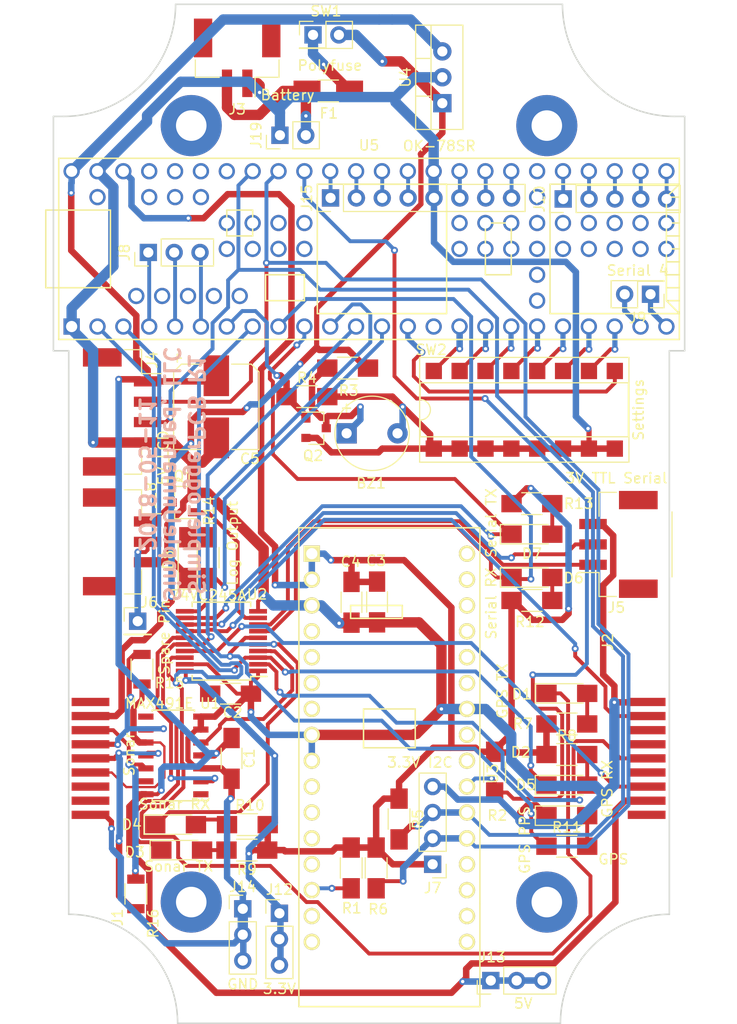
<source format=kicad_pcb>
(kicad_pcb (version 4) (host pcbnew 4.0.7)

  (general
    (links 162)
    (no_connects 0)
    (area 116.924999 41.924999 179.075001 142.075001)
    (thickness 1.6002)
    (drawings 15)
    (tracks 966)
    (zones 0)
    (modules 60)
    (nets 142)
  )

  (page USLetter portrait)
  (title_block
    (title "SimpleLogger PCB")
    (date 2018-04-27)
    (rev 1)
    (company "SimpleUnmanned, LLC")
    (comment 1 "Designed by: Andy Vaselaar")
  )

  (layers
    (0 F.Cu signal)
    (31 B.Cu signal)
    (32 B.Adhes user)
    (33 F.Adhes user)
    (34 B.Paste user)
    (35 F.Paste user)
    (36 B.SilkS user)
    (37 F.SilkS user)
    (38 B.Mask user)
    (39 F.Mask user)
    (40 Dwgs.User user)
    (41 Cmts.User user)
    (42 Eco1.User user)
    (43 Eco2.User user)
    (44 Edge.Cuts user)
    (45 Margin user)
    (46 B.CrtYd user)
    (47 F.CrtYd user)
    (48 B.Fab user)
    (49 F.Fab user)
  )

  (setup
    (last_trace_width 1.016)
    (user_trace_width 0.2286)
    (user_trace_width 0.381)
    (user_trace_width 0.508)
    (user_trace_width 0.635)
    (user_trace_width 1.016)
    (trace_clearance 0.1524)
    (zone_clearance 0.508)
    (zone_45_only no)
    (trace_min 0.1524)
    (segment_width 0.2)
    (edge_width 0.15)
    (via_size 0.6858)
    (via_drill 0.3302)
    (via_min_size 0.6858)
    (via_min_drill 0.3302)
    (uvia_size 0.6858)
    (uvia_drill 0.3302)
    (uvias_allowed no)
    (uvia_min_size 0)
    (uvia_min_drill 0)
    (pcb_text_width 0.3)
    (pcb_text_size 1.5 1.5)
    (mod_edge_width 0.15)
    (mod_text_size 1 1)
    (mod_text_width 0.15)
    (pad_size 5.3 5.3)
    (pad_drill 5.3)
    (pad_to_mask_clearance 0)
    (aux_axis_origin 0 0)
    (visible_elements FFFFFFFF)
    (pcbplotparams
      (layerselection 0x00030_80000001)
      (usegerberextensions false)
      (excludeedgelayer true)
      (linewidth 0.100000)
      (plotframeref false)
      (viasonmask false)
      (mode 1)
      (useauxorigin false)
      (hpglpennumber 1)
      (hpglpenspeed 20)
      (hpglpendiameter 15)
      (hpglpenoverlay 2)
      (psnegative false)
      (psa4output false)
      (plotreference true)
      (plotvalue true)
      (plotinvisibletext false)
      (padsonsilk false)
      (subtractmaskfromsilk false)
      (outputformat 1)
      (mirror false)
      (drillshape 1)
      (scaleselection 1)
      (outputdirectory ""))
  )

  (net 0 "")
  (net 1 "Net-(BZ1-Pad1)")
  (net 2 GND)
  (net 3 +5V)
  (net 4 +3V3)
  (net 5 /Serial_IO/GPS_TX)
  (net 6 "Net-(D1-Pad2)")
  (net 7 /Serial_IO/GPS_RX)
  (net 8 "Net-(D2-Pad2)")
  (net 9 /Serial_IO/SONAR_TX)
  (net 10 "Net-(D3-Pad2)")
  (net 11 /Serial_IO/SONAR_RX)
  (net 12 "Net-(D4-Pad2)")
  (net 13 "Net-(D5-Pad2)")
  (net 14 /Serial_IO/PIXHAWK_RX)
  (net 15 "Net-(D6-Pad2)")
  (net 16 /Serial_IO/PIXHAWK_TX)
  (net 17 "Net-(D7-Pad2)")
  (net 18 "Net-(D8-Pad2)")
  (net 19 "Net-(F1-Pad1)")
  (net 20 +BATT)
  (net 21 /Serial_IO/SN_P9)
  (net 22 /Serial_IO/SN_P4)
  (net 23 /Serial_IO/RS422_Z)
  (net 24 /Serial_IO/RS422_B)
  (net 25 /Serial_IO/RS422_Y)
  (net 26 /Serial_IO/RS422_A)
  (net 27 +15V)
  (net 28 /Serial_IO/SN_P1)
  (net 29 /Serial_IO/GPS_PPS_BUF)
  (net 30 /Serial_IO/GPS_P4)
  (net 31 /Serial_IO/GPS_P8)
  (net 32 /Serial_IO/GPS_TX_BUF)
  (net 33 /Serial_IO/GPS_P7)
  (net 34 /Serial_IO/GPS_RX_BUF)
  (net 35 /Serial_IO/GPS_P1)
  (net 36 /IMU/SDA)
  (net 37 /IMU/SCL)
  (net 38 /Serial_IO/PIXHAWK_TX_BUF)
  (net 39 /Serial_IO/PIXHAWK_RX_BUF)
  (net 40 "Net-(J18-Pad2)")
  (net 41 "Net-(J8-Pad1)")
  (net 42 "Net-(J8-Pad2)")
  (net 43 "Net-(J8-Pad3)")
  (net 44 /Teensy/DIP8)
  (net 45 "Net-(J9-Pad2)")
  (net 46 /Teensy/DIP1)
  (net 47 /Teensy/DIP2)
  (net 48 /Teensy/DIP3)
  (net 49 /Teensy/DIP4)
  (net 50 /Teensy/DIP5)
  (net 51 /Teensy/DIP6)
  (net 52 /Teensy/DIP7)
  (net 53 "Net-(J10-Pad1)")
  (net 54 "Net-(J10-Pad2)")
  (net 55 "Net-(J10-Pad3)")
  (net 56 "Net-(J10-Pad4)")
  (net 57 /Serial_IO/LOG_OPEN_DRAIN_OUT)
  (net 58 /Serial_IO/LOG_OUT_BUF)
  (net 59 "Net-(Q2-Pad1)")
  (net 60 /IMU/nBOOT_LOAD)
  (net 61 /Teensy/IMU_nRESET)
  (net 62 /Serial_IO/GPS_PPS)
  (net 63 /Serial_IO/LOG_OUT)
  (net 64 "Net-(U1-Pad1)")
  (net 65 /Serial_IO/SONAR_RX_BUF)
  (net 66 /Serial_IO/SONAR_TX_BUF)
  (net 67 "Net-(U1-Pad8)")
  (net 68 "Net-(U1-Pad13)")
  (net 69 "Net-(U3-Pad17)")
  (net 70 "Net-(U3-Pad19)")
  (net 71 "Net-(U3-Pad16)")
  (net 72 "Net-(U3-Pad20)")
  (net 73 "Net-(U3-Pad24)")
  (net 74 "Net-(U3-Pad25)")
  (net 75 "Net-(U3-Pad27)")
  (net 76 "Net-(U3-Pad28)")
  (net 77 "Net-(U3-Pad29)")
  (net 78 "Net-(U3-Pad30)")
  (net 79 "Net-(U3-Pad31)")
  (net 80 "Net-(U3-Pad32)")
  (net 81 "Net-(U3-Pad13)")
  (net 82 "Net-(U3-Pad12)")
  (net 83 "Net-(U3-Pad11)")
  (net 84 "Net-(U3-Pad10)")
  (net 85 "Net-(U3-Pad7)")
  (net 86 "Net-(U3-Pad6)")
  (net 87 "Net-(U3-Pad5)")
  (net 88 "Net-(U3-Pad4)")
  (net 89 "Net-(U5-Pad54)")
  (net 90 "Net-(U5-Pad55)")
  (net 91 "Net-(U5-Pad56)")
  (net 92 "Net-(U5-Pad57)")
  (net 93 "Net-(U5-Pad63)")
  (net 94 "Net-(U5-Pad64)")
  (net 95 "Net-(U5-Pad65)")
  (net 96 "Net-(U5-Pad66)")
  (net 97 "Net-(U5-Pad67)")
  (net 98 "Net-(U5-Pad68)")
  (net 99 "Net-(U5-Pad69)")
  (net 100 "Net-(U5-Pad70)")
  (net 101 "Net-(U5-Pad71)")
  (net 102 "Net-(U5-Pad72)")
  (net 103 "Net-(U5-Pad73)")
  (net 104 "Net-(U5-Pad74)")
  (net 105 "Net-(U5-Pad75)")
  (net 106 "Net-(U5-Pad76)")
  (net 107 "Net-(U5-Pad77)")
  (net 108 "Net-(U5-Pad78)")
  (net 109 "Net-(U5-Pad79)")
  (net 110 "Net-(U5-Pad80)")
  (net 111 "Net-(U5-Pad81)")
  (net 112 "Net-(U5-Pad82)")
  (net 113 "Net-(U5-Pad83)")
  (net 114 "Net-(U5-Pad84)")
  (net 115 "Net-(U5-Pad85)")
  (net 116 "Net-(U5-Pad86)")
  (net 117 "Net-(U5-Pad58)")
  (net 118 "Net-(U5-Pad59)")
  (net 119 "Net-(U5-Pad60)")
  (net 120 "Net-(U5-Pad61)")
  (net 121 "Net-(U5-Pad62)")
  (net 122 "Net-(U5-Pad25)")
  (net 123 "Net-(U5-Pad26)")
  (net 124 "Net-(U5-Pad27)")
  (net 125 "Net-(U5-Pad28)")
  (net 126 "Net-(U5-Pad29)")
  (net 127 "Net-(U5-Pad15)")
  (net 128 "Net-(J9-Pad1)")
  (net 129 "Net-(J10-Pad5)")
  (net 130 "Net-(J15-Pad1)")
  (net 131 "Net-(J15-Pad2)")
  (net 132 "Net-(J15-Pad3)")
  (net 133 "Net-(J15-Pad4)")
  (net 134 "Net-(J15-Pad6)")
  (net 135 "Net-(J15-Pad7)")
  (net 136 "Net-(J15-Pad8)")
  (net 137 "Net-(U5-Pad35)")
  (net 138 "Net-(U5-Pad47)")
  (net 139 "Net-(U5-Pad48)")
  (net 140 "Net-(U5-Pad49)")
  (net 141 "Net-(U5-Pad50)")

  (net_class Default "This is the default net class."
    (clearance 0.1524)
    (trace_width 0.2286)
    (via_dia 0.6858)
    (via_drill 0.3302)
    (uvia_dia 0.6858)
    (uvia_drill 0.3302)
    (add_net +BATT)
    (add_net /IMU/SCL)
    (add_net /IMU/SDA)
    (add_net /IMU/nBOOT_LOAD)
    (add_net /Serial_IO/GPS_P1)
    (add_net /Serial_IO/GPS_P4)
    (add_net /Serial_IO/GPS_P7)
    (add_net /Serial_IO/GPS_P8)
    (add_net /Serial_IO/GPS_PPS)
    (add_net /Serial_IO/GPS_PPS_BUF)
    (add_net /Serial_IO/GPS_RX)
    (add_net /Serial_IO/GPS_RX_BUF)
    (add_net /Serial_IO/GPS_TX)
    (add_net /Serial_IO/GPS_TX_BUF)
    (add_net /Serial_IO/LOG_OPEN_DRAIN_OUT)
    (add_net /Serial_IO/LOG_OUT)
    (add_net /Serial_IO/LOG_OUT_BUF)
    (add_net /Serial_IO/PIXHAWK_RX)
    (add_net /Serial_IO/PIXHAWK_RX_BUF)
    (add_net /Serial_IO/PIXHAWK_TX)
    (add_net /Serial_IO/PIXHAWK_TX_BUF)
    (add_net /Serial_IO/RS422_A)
    (add_net /Serial_IO/RS422_B)
    (add_net /Serial_IO/RS422_Y)
    (add_net /Serial_IO/RS422_Z)
    (add_net /Serial_IO/SN_P1)
    (add_net /Serial_IO/SN_P4)
    (add_net /Serial_IO/SN_P9)
    (add_net /Serial_IO/SONAR_RX)
    (add_net /Serial_IO/SONAR_RX_BUF)
    (add_net /Serial_IO/SONAR_TX)
    (add_net /Serial_IO/SONAR_TX_BUF)
    (add_net /Teensy/DIP1)
    (add_net /Teensy/DIP2)
    (add_net /Teensy/DIP3)
    (add_net /Teensy/DIP4)
    (add_net /Teensy/DIP5)
    (add_net /Teensy/DIP6)
    (add_net /Teensy/DIP7)
    (add_net /Teensy/DIP8)
    (add_net /Teensy/IMU_nRESET)
    (add_net GND)
    (add_net "Net-(BZ1-Pad1)")
    (add_net "Net-(D1-Pad2)")
    (add_net "Net-(D2-Pad2)")
    (add_net "Net-(D3-Pad2)")
    (add_net "Net-(D4-Pad2)")
    (add_net "Net-(D5-Pad2)")
    (add_net "Net-(D6-Pad2)")
    (add_net "Net-(D7-Pad2)")
    (add_net "Net-(D8-Pad2)")
    (add_net "Net-(F1-Pad1)")
    (add_net "Net-(J10-Pad1)")
    (add_net "Net-(J10-Pad2)")
    (add_net "Net-(J10-Pad3)")
    (add_net "Net-(J10-Pad4)")
    (add_net "Net-(J10-Pad5)")
    (add_net "Net-(J15-Pad1)")
    (add_net "Net-(J15-Pad2)")
    (add_net "Net-(J15-Pad3)")
    (add_net "Net-(J15-Pad4)")
    (add_net "Net-(J15-Pad6)")
    (add_net "Net-(J15-Pad7)")
    (add_net "Net-(J15-Pad8)")
    (add_net "Net-(J18-Pad2)")
    (add_net "Net-(J8-Pad1)")
    (add_net "Net-(J8-Pad2)")
    (add_net "Net-(J8-Pad3)")
    (add_net "Net-(J9-Pad1)")
    (add_net "Net-(J9-Pad2)")
    (add_net "Net-(Q2-Pad1)")
    (add_net "Net-(U1-Pad1)")
    (add_net "Net-(U1-Pad13)")
    (add_net "Net-(U1-Pad8)")
    (add_net "Net-(U3-Pad10)")
    (add_net "Net-(U3-Pad11)")
    (add_net "Net-(U3-Pad12)")
    (add_net "Net-(U3-Pad13)")
    (add_net "Net-(U3-Pad16)")
    (add_net "Net-(U3-Pad17)")
    (add_net "Net-(U3-Pad19)")
    (add_net "Net-(U3-Pad20)")
    (add_net "Net-(U3-Pad24)")
    (add_net "Net-(U3-Pad25)")
    (add_net "Net-(U3-Pad27)")
    (add_net "Net-(U3-Pad28)")
    (add_net "Net-(U3-Pad29)")
    (add_net "Net-(U3-Pad30)")
    (add_net "Net-(U3-Pad31)")
    (add_net "Net-(U3-Pad32)")
    (add_net "Net-(U3-Pad4)")
    (add_net "Net-(U3-Pad5)")
    (add_net "Net-(U3-Pad6)")
    (add_net "Net-(U3-Pad7)")
    (add_net "Net-(U5-Pad15)")
    (add_net "Net-(U5-Pad25)")
    (add_net "Net-(U5-Pad26)")
    (add_net "Net-(U5-Pad27)")
    (add_net "Net-(U5-Pad28)")
    (add_net "Net-(U5-Pad29)")
    (add_net "Net-(U5-Pad35)")
    (add_net "Net-(U5-Pad47)")
    (add_net "Net-(U5-Pad48)")
    (add_net "Net-(U5-Pad49)")
    (add_net "Net-(U5-Pad50)")
    (add_net "Net-(U5-Pad54)")
    (add_net "Net-(U5-Pad55)")
    (add_net "Net-(U5-Pad56)")
    (add_net "Net-(U5-Pad57)")
    (add_net "Net-(U5-Pad58)")
    (add_net "Net-(U5-Pad59)")
    (add_net "Net-(U5-Pad60)")
    (add_net "Net-(U5-Pad61)")
    (add_net "Net-(U5-Pad62)")
    (add_net "Net-(U5-Pad63)")
    (add_net "Net-(U5-Pad64)")
    (add_net "Net-(U5-Pad65)")
    (add_net "Net-(U5-Pad66)")
    (add_net "Net-(U5-Pad67)")
    (add_net "Net-(U5-Pad68)")
    (add_net "Net-(U5-Pad69)")
    (add_net "Net-(U5-Pad70)")
    (add_net "Net-(U5-Pad71)")
    (add_net "Net-(U5-Pad72)")
    (add_net "Net-(U5-Pad73)")
    (add_net "Net-(U5-Pad74)")
    (add_net "Net-(U5-Pad75)")
    (add_net "Net-(U5-Pad76)")
    (add_net "Net-(U5-Pad77)")
    (add_net "Net-(U5-Pad78)")
    (add_net "Net-(U5-Pad79)")
    (add_net "Net-(U5-Pad80)")
    (add_net "Net-(U5-Pad81)")
    (add_net "Net-(U5-Pad82)")
    (add_net "Net-(U5-Pad83)")
    (add_net "Net-(U5-Pad84)")
    (add_net "Net-(U5-Pad85)")
    (add_net "Net-(U5-Pad86)")
  )

  (net_class Large ""
    (clearance 0.1524)
    (trace_width 0.635)
    (via_dia 0.6858)
    (via_drill 0.3302)
    (uvia_dia 0.6858)
    (uvia_drill 0.3302)
    (add_net +15V)
    (add_net +3V3)
    (add_net +5V)
  )

  (net_class Medium ""
    (clearance 0.1524)
    (trace_width 0.381)
    (via_dia 0.6858)
    (via_drill 0.3302)
    (uvia_dia 0.6858)
    (uvia_drill 0.3302)
  )

  (module Housings_SSOP:SSOP-20_5.3x7.2mm_Pitch0.65mm (layer F.Cu) (tedit 5AE21EB8) (tstamp 5ADA86AF)
    (at 133.5 104.49 180)
    (descr "20-Lead Plastic Shrink Small Outline (SS)-5.30 mm Body [SSOP] (see Microchip Packaging Specification 00000049BS.pdf)")
    (tags "SSOP 0.65")
    (path /5AC266C7/5AC4D44B)
    (attr smd)
    (fp_text reference U2 (at -3.5 4.59 180) (layer F.SilkS)
      (effects (font (size 1 1) (thickness 0.15)))
    )
    (fp_text value 74VC245A (at 1.3 4.49 360) (layer F.SilkS)
      (effects (font (size 1 1) (thickness 0.15)))
    )
    (fp_line (start -1.65 -3.6) (end 2.65 -3.6) (layer F.Fab) (width 0.15))
    (fp_line (start 2.65 -3.6) (end 2.65 3.6) (layer F.Fab) (width 0.15))
    (fp_line (start 2.65 3.6) (end -2.65 3.6) (layer F.Fab) (width 0.15))
    (fp_line (start -2.65 3.6) (end -2.65 -2.6) (layer F.Fab) (width 0.15))
    (fp_line (start -2.65 -2.6) (end -1.65 -3.6) (layer F.Fab) (width 0.15))
    (fp_line (start -4.75 -4) (end -4.75 4) (layer F.CrtYd) (width 0.05))
    (fp_line (start 4.75 -4) (end 4.75 4) (layer F.CrtYd) (width 0.05))
    (fp_line (start -4.75 -4) (end 4.75 -4) (layer F.CrtYd) (width 0.05))
    (fp_line (start -4.75 4) (end 4.75 4) (layer F.CrtYd) (width 0.05))
    (fp_line (start -2.875 -3.825) (end -2.875 -3.475) (layer F.SilkS) (width 0.15))
    (fp_line (start 2.875 -3.825) (end 2.875 -3.375) (layer F.SilkS) (width 0.15))
    (fp_line (start 2.875 3.825) (end 2.875 3.375) (layer F.SilkS) (width 0.15))
    (fp_line (start -2.875 3.825) (end -2.875 3.375) (layer F.SilkS) (width 0.15))
    (fp_line (start -2.875 -3.825) (end 2.875 -3.825) (layer F.SilkS) (width 0.15))
    (fp_line (start -2.875 3.825) (end 2.875 3.825) (layer F.SilkS) (width 0.15))
    (fp_line (start -2.875 -3.475) (end -4.475 -3.475) (layer F.SilkS) (width 0.15))
    (fp_text user %R (at 0 0 180) (layer F.Fab)
      (effects (font (size 0.8 0.8) (thickness 0.15)))
    )
    (pad 1 smd rect (at -3.6 -2.925 180) (size 1.75 0.45) (layers F.Cu F.Paste F.Mask)
      (net 2 GND))
    (pad 2 smd rect (at -3.6 -2.275 180) (size 1.75 0.45) (layers F.Cu F.Paste F.Mask)
      (net 32 /Serial_IO/GPS_TX_BUF))
    (pad 3 smd rect (at -3.6 -1.625 180) (size 1.75 0.45) (layers F.Cu F.Paste F.Mask)
      (net 7 /Serial_IO/GPS_RX))
    (pad 4 smd rect (at -3.6 -0.975 180) (size 1.75 0.45) (layers F.Cu F.Paste F.Mask)
      (net 66 /Serial_IO/SONAR_TX_BUF))
    (pad 5 smd rect (at -3.6 -0.325 180) (size 1.75 0.45) (layers F.Cu F.Paste F.Mask)
      (net 11 /Serial_IO/SONAR_RX))
    (pad 6 smd rect (at -3.6 0.325 180) (size 1.75 0.45) (layers F.Cu F.Paste F.Mask)
      (net 62 /Serial_IO/GPS_PPS))
    (pad 7 smd rect (at -3.6 0.975 180) (size 1.75 0.45) (layers F.Cu F.Paste F.Mask)
      (net 14 /Serial_IO/PIXHAWK_RX))
    (pad 8 smd rect (at -3.6 1.625 180) (size 1.75 0.45) (layers F.Cu F.Paste F.Mask)
      (net 38 /Serial_IO/PIXHAWK_TX_BUF))
    (pad 9 smd rect (at -3.6 2.275 180) (size 1.75 0.45) (layers F.Cu F.Paste F.Mask)
      (net 58 /Serial_IO/LOG_OUT_BUF))
    (pad 10 smd rect (at -3.6 2.925 180) (size 1.75 0.45) (layers F.Cu F.Paste F.Mask)
      (net 2 GND))
    (pad 11 smd rect (at 3.6 2.925 180) (size 1.75 0.45) (layers F.Cu F.Paste F.Mask)
      (net 63 /Serial_IO/LOG_OUT))
    (pad 12 smd rect (at 3.6 2.275 180) (size 1.75 0.45) (layers F.Cu F.Paste F.Mask)
      (net 16 /Serial_IO/PIXHAWK_TX))
    (pad 13 smd rect (at 3.6 1.625 180) (size 1.75 0.45) (layers F.Cu F.Paste F.Mask)
      (net 39 /Serial_IO/PIXHAWK_RX_BUF))
    (pad 14 smd rect (at 3.6 0.975 180) (size 1.75 0.45) (layers F.Cu F.Paste F.Mask)
      (net 29 /Serial_IO/GPS_PPS_BUF))
    (pad 15 smd rect (at 3.6 0.325 180) (size 1.75 0.45) (layers F.Cu F.Paste F.Mask)
      (net 65 /Serial_IO/SONAR_RX_BUF))
    (pad 16 smd rect (at 3.6 -0.325 180) (size 1.75 0.45) (layers F.Cu F.Paste F.Mask)
      (net 9 /Serial_IO/SONAR_TX))
    (pad 17 smd rect (at 3.6 -0.975 180) (size 1.75 0.45) (layers F.Cu F.Paste F.Mask)
      (net 34 /Serial_IO/GPS_RX_BUF))
    (pad 18 smd rect (at 3.6 -1.625 180) (size 1.75 0.45) (layers F.Cu F.Paste F.Mask)
      (net 5 /Serial_IO/GPS_TX))
    (pad 19 smd rect (at 3.6 -2.275 180) (size 1.75 0.45) (layers F.Cu F.Paste F.Mask)
      (net 2 GND))
    (pad 20 smd rect (at 3.6 -2.925 180) (size 1.75 0.45) (layers F.Cu F.Paste F.Mask)
      (net 4 +3V3))
    (model ${KISYS3DMOD}/Housings_SSOP.3dshapes/SSOP-20_5.3x7.2mm_Pitch0.65mm.wrl
      (at (xyz 0 0 0))
      (scale (xyz 1 1 1))
      (rotate (xyz 0 0 0))
    )
  )

  (module Connectors_Molex:Molex_CLIK-Mate_502494-0370_1x03-1MP_P2.00mm_Horizontal (layer F.Cu) (tedit 5AE22015) (tstamp 5ADA59E4)
    (at 172.5 95 90)
    (descr "Molex CLIK-Mate series connector, 502494-0370 (http://www.molex.com/pdm_docs/sd/5024940270_sd.pdf), generated with kicad-footprint-generator")
    (tags "connector Molex CLIK-Mate top entry")
    (path /5AC266C7/5AC67429)
    (attr smd)
    (fp_text reference J5 (at -6.2 -0.2 360) (layer F.SilkS)
      (effects (font (size 1 1) (thickness 0.15)))
    )
    (fp_text value "3V TTL Serial" (at 6.5 -0.2 180) (layer F.SilkS)
      (effects (font (size 1 1) (thickness 0.15)))
    )
    (fp_line (start -5 -1.8) (end 5 -1.8) (layer F.Fab) (width 0.1))
    (fp_line (start -5.11 -0.21) (end -5.11 -1.91) (layer F.SilkS) (width 0.12))
    (fp_line (start -5.11 -1.91) (end -2.76 -1.91) (layer F.SilkS) (width 0.12))
    (fp_line (start -2.76 -1.91) (end -2.76 -3.85) (layer F.SilkS) (width 0.12))
    (fp_line (start 5.11 -0.21) (end 5.11 -1.91) (layer F.SilkS) (width 0.12))
    (fp_line (start 5.11 -1.91) (end 2.76 -1.91) (layer F.SilkS) (width 0.12))
    (fp_line (start -3.19 5.26) (end 3.19 5.26) (layer F.SilkS) (width 0.12))
    (fp_line (start -5 2.55) (end -4.67 2.55) (layer F.Fab) (width 0.1))
    (fp_line (start -4.67 2.55) (end -4.67 5.15) (layer F.Fab) (width 0.1))
    (fp_line (start -4.67 5.15) (end 4.67 5.15) (layer F.Fab) (width 0.1))
    (fp_line (start 4.67 5.15) (end 4.67 2.55) (layer F.Fab) (width 0.1))
    (fp_line (start 4.67 2.55) (end 5 2.55) (layer F.Fab) (width 0.1))
    (fp_line (start -5 -1.8) (end -5 2.55) (layer F.Fab) (width 0.1))
    (fp_line (start 5 -1.8) (end 5 2.55) (layer F.Fab) (width 0.1))
    (fp_line (start -5.75 -4.35) (end -5.75 5.65) (layer F.CrtYd) (width 0.05))
    (fp_line (start -5.75 5.65) (end 5.75 5.65) (layer F.CrtYd) (width 0.05))
    (fp_line (start 5.75 5.65) (end 5.75 -4.35) (layer F.CrtYd) (width 0.05))
    (fp_line (start 5.75 -4.35) (end -5.75 -4.35) (layer F.CrtYd) (width 0.05))
    (fp_line (start -2.5 -1.8) (end -2 -1.092893) (layer F.Fab) (width 0.1))
    (fp_line (start -2 -1.092893) (end -1.5 -1.8) (layer F.Fab) (width 0.1))
    (fp_text user %R (at 0 0.38 90) (layer F.Fab)
      (effects (font (size 1 1) (thickness 0.15)))
    )
    (pad 1 smd rect (at -2 -2.5 90) (size 1 2.7) (layers F.Cu F.Paste F.Mask)
      (net 38 /Serial_IO/PIXHAWK_TX_BUF))
    (pad 2 smd rect (at 0 -2.5 90) (size 1 2.7) (layers F.Cu F.Paste F.Mask)
      (net 39 /Serial_IO/PIXHAWK_RX_BUF))
    (pad 3 smd rect (at 2 -2.5 90) (size 1 2.7) (layers F.Cu F.Paste F.Mask)
      (net 2 GND))
    (pad MP smd rect (at -4.35 1.95 90) (size 1.8 3.8) (layers F.Cu F.Paste F.Mask))
    (pad MP smd rect (at 4.35 1.95 90) (size 1.8 3.8) (layers F.Cu F.Paste F.Mask))
    (model ${KISYS3DMOD}/Connector_Molex.3dshapes/Molex_CLIK-Mate_502494-0370_1x03-1MP_P2.00mm_Horizontal.wrl
      (at (xyz 0 0 0))
      (scale (xyz 1 1 1))
      (rotate (xyz 0 0 0))
    )
  )

  (module norcom:NorcompDB9Female (layer F.Cu) (tedit 5ADF9F4F) (tstamp 5ADA59BA)
    (at 120.642 116 90)
    (tags "DB9, Norcomp")
    (path /5AC266C7/5AC270A7)
    (fp_text reference J1 (at -15.6 2.658 90) (layer F.SilkS)
      (effects (font (size 1 1) (thickness 0.15)))
    )
    (fp_text value Sonar (at 0.4 3.81 90) (layer F.SilkS)
      (effects (font (size 1 1) (thickness 0.15)))
    )
    (fp_line (start 8.4582 -8.8138) (end 8.4582 -2.3368) (layer F.Fab) (width 0.15))
    (fp_line (start -8.4582 -8.8138) (end -8.4582 -2.3368) (layer F.Fab) (width 0.15))
    (fp_line (start -8.4582 -8.8138) (end 8.4582 -8.8138) (layer F.Fab) (width 0.127))
    (fp_line (start 15.4051 1.5748) (end 15.4051 -2.3368) (layer F.Fab) (width 0.15))
    (fp_line (start -15.4051 1.5748) (end -15.4051 -2.3368) (layer F.Fab) (width 0.15))
    (fp_line (start -15.4051 1.5748) (end 15.4051 1.5748) (layer F.Fab) (width 0.127))
    (fp_line (start -15.4051 -2.3368) (end 15.4051 -2.3368) (layer F.Fab) (width 0.127))
    (fp_text user "PCB Edge" (at 20.32 -2.54 90) (layer Dwgs.User)
      (effects (font (size 1 1) (thickness 0.15)))
    )
    (fp_line (start -17.78 -2.1336) (end 17.78 -2.1336) (layer Dwgs.User) (width 0.0508))
    (pad "" np_thru_hole circle (at -12.4968 0.6604 90) (size 3.048 3.048) (drill 3.048) (layers *.Cu *.Mask))
    (pad "" np_thru_hole circle (at 12.4968 0.6604 90) (size 3.048 3.048) (drill 3.048) (layers *.Cu *.Mask))
    (pad "" np_thru_hole circle (at 7.9502 0.6604 90) (size 1.4986 1.4986) (drill 1.4986) (layers *.Cu *.Mask))
    (pad 5 smd rect (at -5.5372 0 90) (size 0.8128 3.7084) (layers F.Cu F.Paste F.Mask)
      (net 2 GND))
    (pad 9 smd rect (at -4.1529 0 90) (size 0.8128 3.7084) (layers F.Cu F.Paste F.Mask)
      (net 21 /Serial_IO/SN_P9))
    (pad 4 smd rect (at -2.7686 0 90) (size 0.8128 3.7084) (layers F.Cu F.Paste F.Mask)
      (net 22 /Serial_IO/SN_P4))
    (pad 8 smd rect (at -1.3843 0 90) (size 0.8128 3.7084) (layers F.Cu F.Paste F.Mask)
      (net 23 /Serial_IO/RS422_Z))
    (pad 3 smd rect (at 0 0 90) (size 0.8128 3.7084) (layers F.Cu F.Paste F.Mask)
      (net 24 /Serial_IO/RS422_B))
    (pad 7 smd rect (at 1.3843 0 90) (size 0.8128 3.7084) (layers F.Cu F.Paste F.Mask)
      (net 25 /Serial_IO/RS422_Y))
    (pad 2 smd rect (at 2.7686 0 90) (size 0.8128 3.7084) (layers F.Cu F.Paste F.Mask)
      (net 26 /Serial_IO/RS422_A))
    (pad 6 smd rect (at 4.1529 0 90) (size 0.8128 3.7084) (layers F.Cu F.Paste F.Mask)
      (net 27 +15V))
    (pad 1 smd rect (at 5.5372 0 90) (size 0.8128 3.7084) (layers F.Cu F.Paste F.Mask)
      (net 28 /Serial_IO/SN_P1))
    (pad "" np_thru_hole circle (at -7.9502 0.6604 90) (size 1.4986 1.4986) (drill 1.4986) (layers *.Cu *.Mask))
    (model /home/andy/local_libraries/ajv/kicad_3d/Norcomp_DB9_190-009-263-Female.wrl
      (at (xyz 0.607 0.07000000000000001 -0.067))
      (scale (xyz 0.393701 0.393701 0.293701))
      (rotate (xyz -90 0 180))
    )
  )

  (module TO_SOT_Packages_THT:TO-220-3_Vertical (layer F.Cu) (tedit 5AE22298) (tstamp 5ADA8579)
    (at 155.2 51.7 90)
    (descr "TO-220-3, Vertical, RM 2.54mm")
    (tags "TO-220-3 Vertical RM 2.54mm")
    (path /5AC3C48F/5AC3CDD1)
    (fp_text reference U4 (at 2.54 -3.62 90) (layer F.SilkS)
      (effects (font (size 1 1) (thickness 0.15)))
    )
    (fp_text value OK-78SR (at -4.2 -0.3 360) (layer F.SilkS)
      (effects (font (size 1 1) (thickness 0.15)))
    )
    (fp_text user %R (at 2.54 -3.62 90) (layer F.Fab)
      (effects (font (size 1 1) (thickness 0.15)))
    )
    (fp_line (start -2.46 -2.5) (end -2.46 1.9) (layer F.Fab) (width 0.1))
    (fp_line (start -2.46 1.9) (end 7.54 1.9) (layer F.Fab) (width 0.1))
    (fp_line (start 7.54 1.9) (end 7.54 -2.5) (layer F.Fab) (width 0.1))
    (fp_line (start 7.54 -2.5) (end -2.46 -2.5) (layer F.Fab) (width 0.1))
    (fp_line (start -2.46 -1.23) (end 7.54 -1.23) (layer F.Fab) (width 0.1))
    (fp_line (start 0.69 -2.5) (end 0.69 -1.23) (layer F.Fab) (width 0.1))
    (fp_line (start 4.39 -2.5) (end 4.39 -1.23) (layer F.Fab) (width 0.1))
    (fp_line (start -2.58 -2.62) (end 7.66 -2.62) (layer F.SilkS) (width 0.12))
    (fp_line (start -2.58 2.021) (end 7.66 2.021) (layer F.SilkS) (width 0.12))
    (fp_line (start -2.58 -2.62) (end -2.58 2.021) (layer F.SilkS) (width 0.12))
    (fp_line (start 7.66 -2.62) (end 7.66 2.021) (layer F.SilkS) (width 0.12))
    (fp_line (start -2.58 -1.11) (end 7.66 -1.11) (layer F.SilkS) (width 0.12))
    (fp_line (start 0.69 -2.62) (end 0.69 -1.11) (layer F.SilkS) (width 0.12))
    (fp_line (start 4.391 -2.62) (end 4.391 -1.11) (layer F.SilkS) (width 0.12))
    (fp_line (start -2.71 -2.75) (end -2.71 2.16) (layer F.CrtYd) (width 0.05))
    (fp_line (start -2.71 2.16) (end 7.79 2.16) (layer F.CrtYd) (width 0.05))
    (fp_line (start 7.79 2.16) (end 7.79 -2.75) (layer F.CrtYd) (width 0.05))
    (fp_line (start 7.79 -2.75) (end -2.71 -2.75) (layer F.CrtYd) (width 0.05))
    (pad 1 thru_hole rect (at 0 0 90) (size 1.8 1.8) (drill 1) (layers *.Cu *.Mask)
      (net 27 +15V))
    (pad 2 thru_hole oval (at 2.54 0 90) (size 1.8 1.8) (drill 1) (layers *.Cu *.Mask)
      (net 2 GND))
    (pad 3 thru_hole oval (at 5.08 0 90) (size 1.8 1.8) (drill 1) (layers *.Cu *.Mask)
      (net 3 +5V))
    (model ${KISYS3DMOD}/TO_SOT_Packages_THT.3dshapes/TO-220-3_Vertical.wrl
      (at (xyz 0.1 0 0))
      (scale (xyz 0.393701 0.393701 0.393701))
      (rotate (xyz 0 0 0))
    )
  )

  (module Connectors_Molex:Molex_CLIK-Mate_502494-0470_1x04-1MP_P2.00mm_Horizontal (layer F.Cu) (tedit 5AE21FAD) (tstamp 5ADA59DB)
    (at 123.75 82 270)
    (descr "Molex CLIK-Mate series connector, 502494-0470 (http://www.molex.com/pdm_docs/sd/5024940270_sd.pdf), generated with kicad-footprint-generator")
    (tags "connector Molex CLIK-Mate top entry")
    (path /5AC3C48F/5AC3C9D9)
    (attr smd)
    (fp_text reference J4 (at -5.1 -2.95 270) (layer F.SilkS)
      (effects (font (size 1 1) (thickness 0.15)))
    )
    (fp_text value 5V_LCD (at 4.5 -4.05 450) (layer F.SilkS)
      (effects (font (size 1 1) (thickness 0.15)))
    )
    (fp_line (start -6 -1.8) (end 6 -1.8) (layer F.Fab) (width 0.1))
    (fp_line (start -6.11 -0.21) (end -6.11 -1.91) (layer F.SilkS) (width 0.12))
    (fp_line (start -6.11 -1.91) (end -3.76 -1.91) (layer F.SilkS) (width 0.12))
    (fp_line (start -3.76 -1.91) (end -3.76 -3.85) (layer F.SilkS) (width 0.12))
    (fp_line (start 6.11 -0.21) (end 6.11 -1.91) (layer F.SilkS) (width 0.12))
    (fp_line (start 6.11 -1.91) (end 3.76 -1.91) (layer F.SilkS) (width 0.12))
    (fp_line (start -4.19 5.26) (end 4.19 5.26) (layer F.SilkS) (width 0.12))
    (fp_line (start -6 2.55) (end -5.67 2.55) (layer F.Fab) (width 0.1))
    (fp_line (start -5.67 2.55) (end -5.67 5.15) (layer F.Fab) (width 0.1))
    (fp_line (start -5.67 5.15) (end 5.67 5.15) (layer F.Fab) (width 0.1))
    (fp_line (start 5.67 5.15) (end 5.67 2.55) (layer F.Fab) (width 0.1))
    (fp_line (start 5.67 2.55) (end 6 2.55) (layer F.Fab) (width 0.1))
    (fp_line (start -6 -1.8) (end -6 2.55) (layer F.Fab) (width 0.1))
    (fp_line (start 6 -1.8) (end 6 2.55) (layer F.Fab) (width 0.1))
    (fp_line (start -6.75 -4.35) (end -6.75 5.65) (layer F.CrtYd) (width 0.05))
    (fp_line (start -6.75 5.65) (end 6.75 5.65) (layer F.CrtYd) (width 0.05))
    (fp_line (start 6.75 5.65) (end 6.75 -4.35) (layer F.CrtYd) (width 0.05))
    (fp_line (start 6.75 -4.35) (end -6.75 -4.35) (layer F.CrtYd) (width 0.05))
    (fp_line (start -3.5 -1.8) (end -3 -1.092893) (layer F.Fab) (width 0.1))
    (fp_line (start -3 -1.092893) (end -2.5 -1.8) (layer F.Fab) (width 0.1))
    (fp_text user %R (at 0 0.38 270) (layer F.Fab)
      (effects (font (size 1 1) (thickness 0.15)))
    )
    (pad 1 smd rect (at -3 -2.5 270) (size 1 2.7) (layers F.Cu F.Paste F.Mask)
      (net 3 +5V))
    (pad 2 smd rect (at -1 -2.5 270) (size 1 2.7) (layers F.Cu F.Paste F.Mask)
      (net 36 /IMU/SDA))
    (pad 3 smd rect (at 1 -2.5 270) (size 1 2.7) (layers F.Cu F.Paste F.Mask)
      (net 37 /IMU/SCL))
    (pad 4 smd rect (at 3 -2.5 270) (size 1 2.7) (layers F.Cu F.Paste F.Mask)
      (net 2 GND))
    (pad MP smd rect (at -5.35 1.95 270) (size 1.8 3.8) (layers F.Cu F.Paste F.Mask))
    (pad MP smd rect (at 5.35 1.95 270) (size 1.8 3.8) (layers F.Cu F.Paste F.Mask))
    (model ${KISYS3DMOD}/Connector_Molex.3dshapes/Molex_CLIK-Mate_502494-0470_1x04-1MP_P2.00mm_Horizontal.wrl
      (at (xyz 0 0 0))
      (scale (xyz 1 1 1))
      (rotate (xyz 0 0 0))
    )
  )

  (module Capacitors_SMD:C_1206_HandSoldering (layer F.Cu) (tedit 5AE2221A) (tstamp 5ADA5958)
    (at 146.28 100.68 270)
    (descr "Capacitor SMD 1206, hand soldering")
    (tags "capacitor 1206")
    (path /5AC3B14D/5AC3D77D)
    (attr smd)
    (fp_text reference C4 (at -3.98 0.08 360) (layer F.SilkS)
      (effects (font (size 1 1) (thickness 0.15)))
    )
    (fp_text value 1u (at 0 2 270) (layer F.Fab) hide
      (effects (font (size 1 1) (thickness 0.15)))
    )
    (fp_text user %R (at 0 -1.75 270) (layer F.Fab) hide
      (effects (font (size 1 1) (thickness 0.15)))
    )
    (fp_line (start -1.6 0.8) (end -1.6 -0.8) (layer F.Fab) (width 0.1))
    (fp_line (start 1.6 0.8) (end -1.6 0.8) (layer F.Fab) (width 0.1))
    (fp_line (start 1.6 -0.8) (end 1.6 0.8) (layer F.Fab) (width 0.1))
    (fp_line (start -1.6 -0.8) (end 1.6 -0.8) (layer F.Fab) (width 0.1))
    (fp_line (start 1 -1.02) (end -1 -1.02) (layer F.SilkS) (width 0.12))
    (fp_line (start -1 1.02) (end 1 1.02) (layer F.SilkS) (width 0.12))
    (fp_line (start -3.25 -1.05) (end 3.25 -1.05) (layer F.CrtYd) (width 0.05))
    (fp_line (start -3.25 -1.05) (end -3.25 1.05) (layer F.CrtYd) (width 0.05))
    (fp_line (start 3.25 1.05) (end 3.25 -1.05) (layer F.CrtYd) (width 0.05))
    (fp_line (start 3.25 1.05) (end -3.25 1.05) (layer F.CrtYd) (width 0.05))
    (pad 1 smd rect (at -2 0 270) (size 2 1.6) (layers F.Cu F.Paste F.Mask)
      (net 4 +3V3))
    (pad 2 smd rect (at 2 0 270) (size 2 1.6) (layers F.Cu F.Paste F.Mask)
      (net 2 GND))
    (model Capacitors_SMD.3dshapes/C_1206.wrl
      (at (xyz 0 0 0))
      (scale (xyz 1 1 1))
      (rotate (xyz 0 0 0))
    )
  )

  (module Housings_SOIC:SOIC-14_3.9x8.7mm_Pitch1.27mm (layer F.Cu) (tedit 5AE21EB3) (tstamp 5ADA5B18)
    (at 128.78 115.71 180)
    (descr "14-Lead Plastic Small Outline (SL) - Narrow, 3.90 mm Body [SOIC] (see Microchip Packaging Specification 00000049BS.pdf)")
    (tags "SOIC 1.27")
    (path /5AC266C7/5AC266D0)
    (attr smd)
    (fp_text reference U1 (at -3.62 5.11 180) (layer F.SilkS)
      (effects (font (size 1 1) (thickness 0.15)))
    )
    (fp_text value MAX491E (at 1.38 5.11 180) (layer F.SilkS)
      (effects (font (size 1 1) (thickness 0.15)))
    )
    (fp_text user %R (at 0 0 180) (layer F.Fab)
      (effects (font (size 0.9 0.9) (thickness 0.135)))
    )
    (fp_line (start -0.95 -4.35) (end 1.95 -4.35) (layer F.Fab) (width 0.15))
    (fp_line (start 1.95 -4.35) (end 1.95 4.35) (layer F.Fab) (width 0.15))
    (fp_line (start 1.95 4.35) (end -1.95 4.35) (layer F.Fab) (width 0.15))
    (fp_line (start -1.95 4.35) (end -1.95 -3.35) (layer F.Fab) (width 0.15))
    (fp_line (start -1.95 -3.35) (end -0.95 -4.35) (layer F.Fab) (width 0.15))
    (fp_line (start -3.7 -4.65) (end -3.7 4.65) (layer F.CrtYd) (width 0.05))
    (fp_line (start 3.7 -4.65) (end 3.7 4.65) (layer F.CrtYd) (width 0.05))
    (fp_line (start -3.7 -4.65) (end 3.7 -4.65) (layer F.CrtYd) (width 0.05))
    (fp_line (start -3.7 4.65) (end 3.7 4.65) (layer F.CrtYd) (width 0.05))
    (fp_line (start -2.075 -4.45) (end -2.075 -4.425) (layer F.SilkS) (width 0.15))
    (fp_line (start 2.075 -4.45) (end 2.075 -4.335) (layer F.SilkS) (width 0.15))
    (fp_line (start 2.075 4.45) (end 2.075 4.335) (layer F.SilkS) (width 0.15))
    (fp_line (start -2.075 4.45) (end -2.075 4.335) (layer F.SilkS) (width 0.15))
    (fp_line (start -2.075 -4.45) (end 2.075 -4.45) (layer F.SilkS) (width 0.15))
    (fp_line (start -2.075 4.45) (end 2.075 4.45) (layer F.SilkS) (width 0.15))
    (fp_line (start -2.075 -4.425) (end -3.45 -4.425) (layer F.SilkS) (width 0.15))
    (pad 1 smd rect (at -2.7 -3.81 180) (size 1.5 0.6) (layers F.Cu F.Paste F.Mask)
      (net 64 "Net-(U1-Pad1)"))
    (pad 2 smd rect (at -2.7 -2.54 180) (size 1.5 0.6) (layers F.Cu F.Paste F.Mask)
      (net 65 /Serial_IO/SONAR_RX_BUF))
    (pad 3 smd rect (at -2.7 -1.27 180) (size 1.5 0.6) (layers F.Cu F.Paste F.Mask)
      (net 2 GND))
    (pad 4 smd rect (at -2.7 0 180) (size 1.5 0.6) (layers F.Cu F.Paste F.Mask)
      (net 3 +5V))
    (pad 5 smd rect (at -2.7 1.27 180) (size 1.5 0.6) (layers F.Cu F.Paste F.Mask)
      (net 66 /Serial_IO/SONAR_TX_BUF))
    (pad 6 smd rect (at -2.7 2.54 180) (size 1.5 0.6) (layers F.Cu F.Paste F.Mask)
      (net 2 GND))
    (pad 7 smd rect (at -2.7 3.81 180) (size 1.5 0.6) (layers F.Cu F.Paste F.Mask)
      (net 2 GND))
    (pad 8 smd rect (at 2.7 3.81 180) (size 1.5 0.6) (layers F.Cu F.Paste F.Mask)
      (net 67 "Net-(U1-Pad8)"))
    (pad 9 smd rect (at 2.7 2.54 180) (size 1.5 0.6) (layers F.Cu F.Paste F.Mask)
      (net 25 /Serial_IO/RS422_Y))
    (pad 10 smd rect (at 2.7 1.27 180) (size 1.5 0.6) (layers F.Cu F.Paste F.Mask)
      (net 23 /Serial_IO/RS422_Z))
    (pad 11 smd rect (at 2.7 0 180) (size 1.5 0.6) (layers F.Cu F.Paste F.Mask)
      (net 24 /Serial_IO/RS422_B))
    (pad 12 smd rect (at 2.7 -1.27 180) (size 1.5 0.6) (layers F.Cu F.Paste F.Mask)
      (net 26 /Serial_IO/RS422_A))
    (pad 13 smd rect (at 2.7 -2.54 180) (size 1.5 0.6) (layers F.Cu F.Paste F.Mask)
      (net 68 "Net-(U1-Pad13)"))
    (pad 14 smd rect (at 2.7 -3.81 180) (size 1.5 0.6) (layers F.Cu F.Paste F.Mask)
      (net 3 +5V))
    (model ${KISYS3DMOD}/Housings_SOIC.3dshapes/SOIC-14_3.9x8.7mm_Pitch1.27mm.wrl
      (at (xyz 0 0 0))
      (scale (xyz 1 1 1))
      (rotate (xyz 0 0 0))
    )
  )

  (module Capacitors_SMD:C_1206_HandSoldering (layer F.Cu) (tedit 5AE22250) (tstamp 5ADA5946)
    (at 134.5 116 270)
    (descr "Capacitor SMD 1206, hand soldering")
    (tags "capacitor 1206")
    (path /5AC266C7/5AC2774B)
    (attr smd)
    (fp_text reference C1 (at 0 -1.75 270) (layer F.SilkS)
      (effects (font (size 1 1) (thickness 0.15)))
    )
    (fp_text value .1u (at 0 2 270) (layer F.Fab) hide
      (effects (font (size 1 1) (thickness 0.15)))
    )
    (fp_text user %R (at 0 -1.75 270) (layer F.Fab)
      (effects (font (size 1 1) (thickness 0.15)))
    )
    (fp_line (start -1.6 0.8) (end -1.6 -0.8) (layer F.Fab) (width 0.1))
    (fp_line (start 1.6 0.8) (end -1.6 0.8) (layer F.Fab) (width 0.1))
    (fp_line (start 1.6 -0.8) (end 1.6 0.8) (layer F.Fab) (width 0.1))
    (fp_line (start -1.6 -0.8) (end 1.6 -0.8) (layer F.Fab) (width 0.1))
    (fp_line (start 1 -1.02) (end -1 -1.02) (layer F.SilkS) (width 0.12))
    (fp_line (start -1 1.02) (end 1 1.02) (layer F.SilkS) (width 0.12))
    (fp_line (start -3.25 -1.05) (end 3.25 -1.05) (layer F.CrtYd) (width 0.05))
    (fp_line (start -3.25 -1.05) (end -3.25 1.05) (layer F.CrtYd) (width 0.05))
    (fp_line (start 3.25 1.05) (end 3.25 -1.05) (layer F.CrtYd) (width 0.05))
    (fp_line (start 3.25 1.05) (end -3.25 1.05) (layer F.CrtYd) (width 0.05))
    (pad 1 smd rect (at -2 0 270) (size 2 1.6) (layers F.Cu F.Paste F.Mask)
      (net 3 +5V))
    (pad 2 smd rect (at 2 0 270) (size 2 1.6) (layers F.Cu F.Paste F.Mask)
      (net 2 GND))
    (model Capacitors_SMD.3dshapes/C_1206.wrl
      (at (xyz 0 0 0))
      (scale (xyz 1 1 1))
      (rotate (xyz 0 0 0))
    )
  )

  (module Capacitors_SMD:C_1206_HandSoldering (layer F.Cu) (tedit 5AE22254) (tstamp 5ADA594C)
    (at 134.4 109.65)
    (descr "Capacitor SMD 1206, hand soldering")
    (tags "capacitor 1206")
    (path /5AC266C7/5AC26E01)
    (attr smd)
    (fp_text reference C2 (at 0.2 1.85) (layer F.SilkS)
      (effects (font (size 1 1) (thickness 0.15)))
    )
    (fp_text value .1u (at 0 2) (layer F.Fab) hide
      (effects (font (size 1 1) (thickness 0.15)))
    )
    (fp_text user %R (at 0 -1.75) (layer F.Fab)
      (effects (font (size 1 1) (thickness 0.15)))
    )
    (fp_line (start -1.6 0.8) (end -1.6 -0.8) (layer F.Fab) (width 0.1))
    (fp_line (start 1.6 0.8) (end -1.6 0.8) (layer F.Fab) (width 0.1))
    (fp_line (start 1.6 -0.8) (end 1.6 0.8) (layer F.Fab) (width 0.1))
    (fp_line (start -1.6 -0.8) (end 1.6 -0.8) (layer F.Fab) (width 0.1))
    (fp_line (start 1 -1.02) (end -1 -1.02) (layer F.SilkS) (width 0.12))
    (fp_line (start -1 1.02) (end 1 1.02) (layer F.SilkS) (width 0.12))
    (fp_line (start -3.25 -1.05) (end 3.25 -1.05) (layer F.CrtYd) (width 0.05))
    (fp_line (start -3.25 -1.05) (end -3.25 1.05) (layer F.CrtYd) (width 0.05))
    (fp_line (start 3.25 1.05) (end 3.25 -1.05) (layer F.CrtYd) (width 0.05))
    (fp_line (start 3.25 1.05) (end -3.25 1.05) (layer F.CrtYd) (width 0.05))
    (pad 1 smd rect (at -2 0) (size 2 1.6) (layers F.Cu F.Paste F.Mask)
      (net 4 +3V3))
    (pad 2 smd rect (at 2 0) (size 2 1.6) (layers F.Cu F.Paste F.Mask)
      (net 2 GND))
    (model Capacitors_SMD.3dshapes/C_1206.wrl
      (at (xyz 0 0 0))
      (scale (xyz 1 1 1))
      (rotate (xyz 0 0 0))
    )
  )

  (module Capacitors_SMD:C_1206_HandSoldering (layer F.Cu) (tedit 5AE22218) (tstamp 5ADA5952)
    (at 148.79 100.65 270)
    (descr "Capacitor SMD 1206, hand soldering")
    (tags "capacitor 1206")
    (path /5AC3B14D/5AC3D7AC)
    (attr smd)
    (fp_text reference C3 (at -4.05 0.09 360) (layer F.SilkS)
      (effects (font (size 1 1) (thickness 0.15)))
    )
    (fp_text value .1u (at 0 2 270) (layer F.Fab) hide
      (effects (font (size 1 1) (thickness 0.15)))
    )
    (fp_text user %R (at 0 -1.75 270) (layer F.Fab) hide
      (effects (font (size 1 1) (thickness 0.15)))
    )
    (fp_line (start -1.6 0.8) (end -1.6 -0.8) (layer F.Fab) (width 0.1))
    (fp_line (start 1.6 0.8) (end -1.6 0.8) (layer F.Fab) (width 0.1))
    (fp_line (start 1.6 -0.8) (end 1.6 0.8) (layer F.Fab) (width 0.1))
    (fp_line (start -1.6 -0.8) (end 1.6 -0.8) (layer F.Fab) (width 0.1))
    (fp_line (start 1 -1.02) (end -1 -1.02) (layer F.SilkS) (width 0.12))
    (fp_line (start -1 1.02) (end 1 1.02) (layer F.SilkS) (width 0.12))
    (fp_line (start -3.25 -1.05) (end 3.25 -1.05) (layer F.CrtYd) (width 0.05))
    (fp_line (start -3.25 -1.05) (end -3.25 1.05) (layer F.CrtYd) (width 0.05))
    (fp_line (start 3.25 1.05) (end 3.25 -1.05) (layer F.CrtYd) (width 0.05))
    (fp_line (start 3.25 1.05) (end -3.25 1.05) (layer F.CrtYd) (width 0.05))
    (pad 1 smd rect (at -2 0 270) (size 2 1.6) (layers F.Cu F.Paste F.Mask)
      (net 4 +3V3))
    (pad 2 smd rect (at 2 0 270) (size 2 1.6) (layers F.Cu F.Paste F.Mask)
      (net 2 GND))
    (model Capacitors_SMD.3dshapes/C_1206.wrl
      (at (xyz 0 0 0))
      (scale (xyz 1 1 1))
      (rotate (xyz 0 0 0))
    )
  )

  (module Capacitors_SMD:CP_Elec_8x10 (layer F.Cu) (tedit 5AE22285) (tstamp 5ADA595E)
    (at 133 81.5 270)
    (descr "SMT capacitor, aluminium electrolytic, 8x10")
    (path /5AC3C48F/5AC3D206)
    (attr smd)
    (fp_text reference C5 (at 5.1 -3.3 540) (layer F.SilkS)
      (effects (font (size 1 1) (thickness 0.15)))
    )
    (fp_text value 100u (at 0 -5.45 270) (layer F.Fab) hide
      (effects (font (size 1 1) (thickness 0.15)))
    )
    (fp_circle (center 0 0) (end -0.6 3.9) (layer F.Fab) (width 0.1))
    (fp_text user + (at -2.31 -0.08 270) (layer F.Fab)
      (effects (font (size 1 1) (thickness 0.15)))
    )
    (fp_text user + (at -4.78 3.9 270) (layer F.SilkS)
      (effects (font (size 1 1) (thickness 0.15)))
    )
    (fp_text user %R (at 0 5.45 270) (layer F.Fab)
      (effects (font (size 1 1) (thickness 0.15)))
    )
    (fp_line (start 4.04 4.04) (end 4.04 -4.04) (layer F.Fab) (width 0.1))
    (fp_line (start -3.37 4.04) (end 4.04 4.04) (layer F.Fab) (width 0.1))
    (fp_line (start -4.04 3.37) (end -3.37 4.04) (layer F.Fab) (width 0.1))
    (fp_line (start -4.04 -3.37) (end -4.04 3.37) (layer F.Fab) (width 0.1))
    (fp_line (start -3.37 -4.04) (end -4.04 -3.37) (layer F.Fab) (width 0.1))
    (fp_line (start 4.04 -4.04) (end -3.37 -4.04) (layer F.Fab) (width 0.1))
    (fp_line (start 4.19 4.19) (end 4.19 1.51) (layer F.SilkS) (width 0.12))
    (fp_line (start 4.19 -4.19) (end 4.19 -1.51) (layer F.SilkS) (width 0.12))
    (fp_line (start -4.19 -3.43) (end -4.19 -1.51) (layer F.SilkS) (width 0.12))
    (fp_line (start -4.19 3.43) (end -4.19 1.51) (layer F.SilkS) (width 0.12))
    (fp_line (start 4.19 4.19) (end -3.43 4.19) (layer F.SilkS) (width 0.12))
    (fp_line (start -3.43 4.19) (end -4.19 3.43) (layer F.SilkS) (width 0.12))
    (fp_line (start -4.19 -3.43) (end -3.43 -4.19) (layer F.SilkS) (width 0.12))
    (fp_line (start -3.43 -4.19) (end 4.19 -4.19) (layer F.SilkS) (width 0.12))
    (fp_line (start -5.3 -4.29) (end 5.3 -4.29) (layer F.CrtYd) (width 0.05))
    (fp_line (start -5.3 -4.29) (end -5.3 4.29) (layer F.CrtYd) (width 0.05))
    (fp_line (start 5.3 4.29) (end 5.3 -4.29) (layer F.CrtYd) (width 0.05))
    (fp_line (start 5.3 4.29) (end -5.3 4.29) (layer F.CrtYd) (width 0.05))
    (pad 1 smd rect (at -3.05 0 90) (size 4 2.5) (layers F.Cu F.Paste F.Mask)
      (net 3 +5V))
    (pad 2 smd rect (at 3.05 0 90) (size 4 2.5) (layers F.Cu F.Paste F.Mask)
      (net 2 GND))
    (model Capacitors_SMD.3dshapes/CP_Elec_8x10.wrl
      (at (xyz 0 0 0))
      (scale (xyz 1 1 1))
      (rotate (xyz 0 0 180))
    )
  )

  (module LEDs:LED_1206_HandSoldering (layer F.Cu) (tedit 5AE21D86) (tstamp 5ADA5970)
    (at 167.43 109.62)
    (descr "LED SMD 1206, hand soldering")
    (tags "LED 1206")
    (path /5AC266C7/5AD602C6)
    (attr smd)
    (fp_text reference D1 (at -4.43 0.08) (layer F.SilkS)
      (effects (font (size 1 1) (thickness 0.15)))
    )
    (fp_text value "GPS TX" (at -6.33 -0.22 90) (layer F.SilkS)
      (effects (font (size 1 1) (thickness 0.15)))
    )
    (fp_line (start -3.1 -0.95) (end -3.1 0.95) (layer F.SilkS) (width 0.12))
    (fp_line (start -0.4 0) (end 0.2 -0.4) (layer F.Fab) (width 0.1))
    (fp_line (start 0.2 -0.4) (end 0.2 0.4) (layer F.Fab) (width 0.1))
    (fp_line (start 0.2 0.4) (end -0.4 0) (layer F.Fab) (width 0.1))
    (fp_line (start -0.45 -0.4) (end -0.45 0.4) (layer F.Fab) (width 0.1))
    (fp_line (start -1.6 0.8) (end -1.6 -0.8) (layer F.Fab) (width 0.1))
    (fp_line (start 1.6 0.8) (end -1.6 0.8) (layer F.Fab) (width 0.1))
    (fp_line (start 1.6 -0.8) (end 1.6 0.8) (layer F.Fab) (width 0.1))
    (fp_line (start -1.6 -0.8) (end 1.6 -0.8) (layer F.Fab) (width 0.1))
    (fp_line (start -3.1 0.95) (end 1.6 0.95) (layer F.SilkS) (width 0.12))
    (fp_line (start -3.1 -0.95) (end 1.6 -0.95) (layer F.SilkS) (width 0.12))
    (fp_line (start -3.25 -1.11) (end 3.25 -1.11) (layer F.CrtYd) (width 0.05))
    (fp_line (start -3.25 -1.11) (end -3.25 1.1) (layer F.CrtYd) (width 0.05))
    (fp_line (start 3.25 1.1) (end 3.25 -1.11) (layer F.CrtYd) (width 0.05))
    (fp_line (start 3.25 1.1) (end -3.25 1.1) (layer F.CrtYd) (width 0.05))
    (pad 1 smd rect (at -2 0) (size 2 1.7) (layers F.Cu F.Paste F.Mask)
      (net 5 /Serial_IO/GPS_TX))
    (pad 2 smd rect (at 2 0) (size 2 1.7) (layers F.Cu F.Paste F.Mask)
      (net 6 "Net-(D1-Pad2)"))
    (model ${KISYS3DMOD}/LEDs.3dshapes/LED_1206.wrl
      (at (xyz 0 0 0))
      (scale (xyz 1 1 1))
      (rotate (xyz 0 0 180))
    )
  )

  (module LEDs:LED_1206_HandSoldering (layer F.Cu) (tedit 5AE21DB1) (tstamp 5ADA5976)
    (at 167.43 118.62)
    (descr "LED SMD 1206, hand soldering")
    (tags "LED 1206")
    (path /5AC266C7/5AD8BDFF)
    (attr smd)
    (fp_text reference D2 (at -4.53 -3.22) (layer F.SilkS)
      (effects (font (size 1 1) (thickness 0.15)))
    )
    (fp_text value "GPS RX" (at 3.97 0.38 90) (layer F.SilkS)
      (effects (font (size 1 1) (thickness 0.15)))
    )
    (fp_line (start -3.1 -0.95) (end -3.1 0.95) (layer F.SilkS) (width 0.12))
    (fp_line (start -0.4 0) (end 0.2 -0.4) (layer F.Fab) (width 0.1))
    (fp_line (start 0.2 -0.4) (end 0.2 0.4) (layer F.Fab) (width 0.1))
    (fp_line (start 0.2 0.4) (end -0.4 0) (layer F.Fab) (width 0.1))
    (fp_line (start -0.45 -0.4) (end -0.45 0.4) (layer F.Fab) (width 0.1))
    (fp_line (start -1.6 0.8) (end -1.6 -0.8) (layer F.Fab) (width 0.1))
    (fp_line (start 1.6 0.8) (end -1.6 0.8) (layer F.Fab) (width 0.1))
    (fp_line (start 1.6 -0.8) (end 1.6 0.8) (layer F.Fab) (width 0.1))
    (fp_line (start -1.6 -0.8) (end 1.6 -0.8) (layer F.Fab) (width 0.1))
    (fp_line (start -3.1 0.95) (end 1.6 0.95) (layer F.SilkS) (width 0.12))
    (fp_line (start -3.1 -0.95) (end 1.6 -0.95) (layer F.SilkS) (width 0.12))
    (fp_line (start -3.25 -1.11) (end 3.25 -1.11) (layer F.CrtYd) (width 0.05))
    (fp_line (start -3.25 -1.11) (end -3.25 1.1) (layer F.CrtYd) (width 0.05))
    (fp_line (start 3.25 1.1) (end 3.25 -1.11) (layer F.CrtYd) (width 0.05))
    (fp_line (start 3.25 1.1) (end -3.25 1.1) (layer F.CrtYd) (width 0.05))
    (pad 1 smd rect (at -2 0) (size 2 1.7) (layers F.Cu F.Paste F.Mask)
      (net 7 /Serial_IO/GPS_RX))
    (pad 2 smd rect (at 2 0) (size 2 1.7) (layers F.Cu F.Paste F.Mask)
      (net 8 "Net-(D2-Pad2)"))
    (model ${KISYS3DMOD}/LEDs.3dshapes/LED_1206.wrl
      (at (xyz 0 0 0))
      (scale (xyz 1 1 1))
      (rotate (xyz 0 0 180))
    )
  )

  (module LEDs:LED_1206_HandSoldering (layer F.Cu) (tedit 5AE21E74) (tstamp 5ADA597C)
    (at 129.6 125)
    (descr "LED SMD 1206, hand soldering")
    (tags "LED 1206")
    (path /5AC266C7/5AD8BE5B)
    (attr smd)
    (fp_text reference D3 (at -4.6 0.2) (layer F.SilkS)
      (effects (font (size 1 1) (thickness 0.15)))
    )
    (fp_text value "Sonar TX" (at -0.3 1.6) (layer F.SilkS)
      (effects (font (size 1 1) (thickness 0.15)))
    )
    (fp_line (start -3.1 -0.95) (end -3.1 0.95) (layer F.SilkS) (width 0.12))
    (fp_line (start -0.4 0) (end 0.2 -0.4) (layer F.Fab) (width 0.1))
    (fp_line (start 0.2 -0.4) (end 0.2 0.4) (layer F.Fab) (width 0.1))
    (fp_line (start 0.2 0.4) (end -0.4 0) (layer F.Fab) (width 0.1))
    (fp_line (start -0.45 -0.4) (end -0.45 0.4) (layer F.Fab) (width 0.1))
    (fp_line (start -1.6 0.8) (end -1.6 -0.8) (layer F.Fab) (width 0.1))
    (fp_line (start 1.6 0.8) (end -1.6 0.8) (layer F.Fab) (width 0.1))
    (fp_line (start 1.6 -0.8) (end 1.6 0.8) (layer F.Fab) (width 0.1))
    (fp_line (start -1.6 -0.8) (end 1.6 -0.8) (layer F.Fab) (width 0.1))
    (fp_line (start -3.1 0.95) (end 1.6 0.95) (layer F.SilkS) (width 0.12))
    (fp_line (start -3.1 -0.95) (end 1.6 -0.95) (layer F.SilkS) (width 0.12))
    (fp_line (start -3.25 -1.11) (end 3.25 -1.11) (layer F.CrtYd) (width 0.05))
    (fp_line (start -3.25 -1.11) (end -3.25 1.1) (layer F.CrtYd) (width 0.05))
    (fp_line (start 3.25 1.1) (end 3.25 -1.11) (layer F.CrtYd) (width 0.05))
    (fp_line (start 3.25 1.1) (end -3.25 1.1) (layer F.CrtYd) (width 0.05))
    (pad 1 smd rect (at -2 0) (size 2 1.7) (layers F.Cu F.Paste F.Mask)
      (net 9 /Serial_IO/SONAR_TX))
    (pad 2 smd rect (at 2 0) (size 2 1.7) (layers F.Cu F.Paste F.Mask)
      (net 10 "Net-(D3-Pad2)"))
    (model ${KISYS3DMOD}/LEDs.3dshapes/LED_1206.wrl
      (at (xyz 0 0 0))
      (scale (xyz 1 1 1))
      (rotate (xyz 0 0 180))
    )
  )

  (module LEDs:LED_1206_HandSoldering (layer F.Cu) (tedit 5AE21E63) (tstamp 5ADA5982)
    (at 129 122.5)
    (descr "LED SMD 1206, hand soldering")
    (tags "LED 1206")
    (path /5AC266C7/5AD8BEBA)
    (attr smd)
    (fp_text reference D4 (at -4.3 0) (layer F.SilkS)
      (effects (font (size 1 1) (thickness 0.15)))
    )
    (fp_text value "Sonar RX" (at -0.1 -2) (layer F.SilkS)
      (effects (font (size 1 1) (thickness 0.15)))
    )
    (fp_line (start -3.1 -0.95) (end -3.1 0.95) (layer F.SilkS) (width 0.12))
    (fp_line (start -0.4 0) (end 0.2 -0.4) (layer F.Fab) (width 0.1))
    (fp_line (start 0.2 -0.4) (end 0.2 0.4) (layer F.Fab) (width 0.1))
    (fp_line (start 0.2 0.4) (end -0.4 0) (layer F.Fab) (width 0.1))
    (fp_line (start -0.45 -0.4) (end -0.45 0.4) (layer F.Fab) (width 0.1))
    (fp_line (start -1.6 0.8) (end -1.6 -0.8) (layer F.Fab) (width 0.1))
    (fp_line (start 1.6 0.8) (end -1.6 0.8) (layer F.Fab) (width 0.1))
    (fp_line (start 1.6 -0.8) (end 1.6 0.8) (layer F.Fab) (width 0.1))
    (fp_line (start -1.6 -0.8) (end 1.6 -0.8) (layer F.Fab) (width 0.1))
    (fp_line (start -3.1 0.95) (end 1.6 0.95) (layer F.SilkS) (width 0.12))
    (fp_line (start -3.1 -0.95) (end 1.6 -0.95) (layer F.SilkS) (width 0.12))
    (fp_line (start -3.25 -1.11) (end 3.25 -1.11) (layer F.CrtYd) (width 0.05))
    (fp_line (start -3.25 -1.11) (end -3.25 1.1) (layer F.CrtYd) (width 0.05))
    (fp_line (start 3.25 1.1) (end 3.25 -1.11) (layer F.CrtYd) (width 0.05))
    (fp_line (start 3.25 1.1) (end -3.25 1.1) (layer F.CrtYd) (width 0.05))
    (pad 1 smd rect (at -2 0) (size 2 1.7) (layers F.Cu F.Paste F.Mask)
      (net 11 /Serial_IO/SONAR_RX))
    (pad 2 smd rect (at 2 0) (size 2 1.7) (layers F.Cu F.Paste F.Mask)
      (net 12 "Net-(D4-Pad2)"))
    (model ${KISYS3DMOD}/LEDs.3dshapes/LED_1206.wrl
      (at (xyz 0 0 0))
      (scale (xyz 1 1 1))
      (rotate (xyz 0 0 180))
    )
  )

  (module LEDs:LED_1206_HandSoldering (layer F.Cu) (tedit 5AE21DA1) (tstamp 5ADA5988)
    (at 167.43 121.62)
    (descr "LED SMD 1206, hand soldering")
    (tags "LED 1206")
    (path /5AC266C7/5AD8BF1A)
    (attr smd)
    (fp_text reference D5 (at -4.03 -3.02) (layer F.SilkS)
      (effects (font (size 1 1) (thickness 0.15)))
    )
    (fp_text value "GPS PPS" (at -4.13 2.38 270) (layer F.SilkS)
      (effects (font (size 1 1) (thickness 0.15)))
    )
    (fp_line (start -3.1 -0.95) (end -3.1 0.95) (layer F.SilkS) (width 0.12))
    (fp_line (start -0.4 0) (end 0.2 -0.4) (layer F.Fab) (width 0.1))
    (fp_line (start 0.2 -0.4) (end 0.2 0.4) (layer F.Fab) (width 0.1))
    (fp_line (start 0.2 0.4) (end -0.4 0) (layer F.Fab) (width 0.1))
    (fp_line (start -0.45 -0.4) (end -0.45 0.4) (layer F.Fab) (width 0.1))
    (fp_line (start -1.6 0.8) (end -1.6 -0.8) (layer F.Fab) (width 0.1))
    (fp_line (start 1.6 0.8) (end -1.6 0.8) (layer F.Fab) (width 0.1))
    (fp_line (start 1.6 -0.8) (end 1.6 0.8) (layer F.Fab) (width 0.1))
    (fp_line (start -1.6 -0.8) (end 1.6 -0.8) (layer F.Fab) (width 0.1))
    (fp_line (start -3.1 0.95) (end 1.6 0.95) (layer F.SilkS) (width 0.12))
    (fp_line (start -3.1 -0.95) (end 1.6 -0.95) (layer F.SilkS) (width 0.12))
    (fp_line (start -3.25 -1.11) (end 3.25 -1.11) (layer F.CrtYd) (width 0.05))
    (fp_line (start -3.25 -1.11) (end -3.25 1.1) (layer F.CrtYd) (width 0.05))
    (fp_line (start 3.25 1.1) (end 3.25 -1.11) (layer F.CrtYd) (width 0.05))
    (fp_line (start 3.25 1.1) (end -3.25 1.1) (layer F.CrtYd) (width 0.05))
    (pad 1 smd rect (at -2 0) (size 2 1.7) (layers F.Cu F.Paste F.Mask)
      (net 2 GND))
    (pad 2 smd rect (at 2 0) (size 2 1.7) (layers F.Cu F.Paste F.Mask)
      (net 13 "Net-(D5-Pad2)"))
    (model ${KISYS3DMOD}/LEDs.3dshapes/LED_1206.wrl
      (at (xyz 0 0 0))
      (scale (xyz 1 1 1))
      (rotate (xyz 0 0 180))
    )
  )

  (module LEDs:LED_1206_HandSoldering (layer F.Cu) (tedit 5AE21D48) (tstamp 5ADA598E)
    (at 164 98.25)
    (descr "LED SMD 1206, hand soldering")
    (tags "LED 1206")
    (path /5AC266C7/5AD8BF7F)
    (attr smd)
    (fp_text reference D6 (at 4.1 0.05) (layer F.SilkS)
      (effects (font (size 1 1) (thickness 0.15)))
    )
    (fp_text value "Serial RX" (at -4 2.55 90) (layer F.SilkS)
      (effects (font (size 1 1) (thickness 0.15)))
    )
    (fp_line (start -3.1 -0.95) (end -3.1 0.95) (layer F.SilkS) (width 0.12))
    (fp_line (start -0.4 0) (end 0.2 -0.4) (layer F.Fab) (width 0.1))
    (fp_line (start 0.2 -0.4) (end 0.2 0.4) (layer F.Fab) (width 0.1))
    (fp_line (start 0.2 0.4) (end -0.4 0) (layer F.Fab) (width 0.1))
    (fp_line (start -0.45 -0.4) (end -0.45 0.4) (layer F.Fab) (width 0.1))
    (fp_line (start -1.6 0.8) (end -1.6 -0.8) (layer F.Fab) (width 0.1))
    (fp_line (start 1.6 0.8) (end -1.6 0.8) (layer F.Fab) (width 0.1))
    (fp_line (start 1.6 -0.8) (end 1.6 0.8) (layer F.Fab) (width 0.1))
    (fp_line (start -1.6 -0.8) (end 1.6 -0.8) (layer F.Fab) (width 0.1))
    (fp_line (start -3.1 0.95) (end 1.6 0.95) (layer F.SilkS) (width 0.12))
    (fp_line (start -3.1 -0.95) (end 1.6 -0.95) (layer F.SilkS) (width 0.12))
    (fp_line (start -3.25 -1.11) (end 3.25 -1.11) (layer F.CrtYd) (width 0.05))
    (fp_line (start -3.25 -1.11) (end -3.25 1.1) (layer F.CrtYd) (width 0.05))
    (fp_line (start 3.25 1.1) (end 3.25 -1.11) (layer F.CrtYd) (width 0.05))
    (fp_line (start 3.25 1.1) (end -3.25 1.1) (layer F.CrtYd) (width 0.05))
    (pad 1 smd rect (at -2 0) (size 2 1.7) (layers F.Cu F.Paste F.Mask)
      (net 14 /Serial_IO/PIXHAWK_RX))
    (pad 2 smd rect (at 2 0) (size 2 1.7) (layers F.Cu F.Paste F.Mask)
      (net 15 "Net-(D6-Pad2)"))
    (model ${KISYS3DMOD}/LEDs.3dshapes/LED_1206.wrl
      (at (xyz 0 0 0))
      (scale (xyz 1 1 1))
      (rotate (xyz 0 0 180))
    )
  )

  (module LEDs:LED_1206_HandSoldering (layer F.Cu) (tedit 5AE21D3F) (tstamp 5ADA5994)
    (at 164 94)
    (descr "LED SMD 1206, hand soldering")
    (tags "LED 1206")
    (path /5AC266C7/5AD8BFEB)
    (attr smd)
    (fp_text reference D7 (at 0 1.9) (layer F.SilkS)
      (effects (font (size 1 1) (thickness 0.15)))
    )
    (fp_text value "Serial TX" (at -4 -1.1 90) (layer F.SilkS)
      (effects (font (size 1 1) (thickness 0.15)))
    )
    (fp_line (start -3.1 -0.95) (end -3.1 0.95) (layer F.SilkS) (width 0.12))
    (fp_line (start -0.4 0) (end 0.2 -0.4) (layer F.Fab) (width 0.1))
    (fp_line (start 0.2 -0.4) (end 0.2 0.4) (layer F.Fab) (width 0.1))
    (fp_line (start 0.2 0.4) (end -0.4 0) (layer F.Fab) (width 0.1))
    (fp_line (start -0.45 -0.4) (end -0.45 0.4) (layer F.Fab) (width 0.1))
    (fp_line (start -1.6 0.8) (end -1.6 -0.8) (layer F.Fab) (width 0.1))
    (fp_line (start 1.6 0.8) (end -1.6 0.8) (layer F.Fab) (width 0.1))
    (fp_line (start 1.6 -0.8) (end 1.6 0.8) (layer F.Fab) (width 0.1))
    (fp_line (start -1.6 -0.8) (end 1.6 -0.8) (layer F.Fab) (width 0.1))
    (fp_line (start -3.1 0.95) (end 1.6 0.95) (layer F.SilkS) (width 0.12))
    (fp_line (start -3.1 -0.95) (end 1.6 -0.95) (layer F.SilkS) (width 0.12))
    (fp_line (start -3.25 -1.11) (end 3.25 -1.11) (layer F.CrtYd) (width 0.05))
    (fp_line (start -3.25 -1.11) (end -3.25 1.1) (layer F.CrtYd) (width 0.05))
    (fp_line (start 3.25 1.1) (end 3.25 -1.11) (layer F.CrtYd) (width 0.05))
    (fp_line (start 3.25 1.1) (end -3.25 1.1) (layer F.CrtYd) (width 0.05))
    (pad 1 smd rect (at -2 0) (size 2 1.7) (layers F.Cu F.Paste F.Mask)
      (net 16 /Serial_IO/PIXHAWK_TX))
    (pad 2 smd rect (at 2 0) (size 2 1.7) (layers F.Cu F.Paste F.Mask)
      (net 17 "Net-(D7-Pad2)"))
    (model ${KISYS3DMOD}/LEDs.3dshapes/LED_1206.wrl
      (at (xyz 0 0 0))
      (scale (xyz 1 1 1))
      (rotate (xyz 0 0 180))
    )
  )

  (module LEDs:LED_1206_HandSoldering (layer F.Cu) (tedit 5AE21EF2) (tstamp 5ADA599A)
    (at 130.2 96.3 90)
    (descr "LED SMD 1206, hand soldering")
    (tags "LED 1206")
    (path /5AC266C7/5AD8C058)
    (attr smd)
    (fp_text reference D8 (at -0.2 -1.9 90) (layer F.SilkS)
      (effects (font (size 1 1) (thickness 0.15)))
    )
    (fp_text value "Log Output" (at 1.4 4.4 90) (layer F.SilkS)
      (effects (font (size 1 1) (thickness 0.15)))
    )
    (fp_line (start -3.1 -0.95) (end -3.1 0.95) (layer F.SilkS) (width 0.12))
    (fp_line (start -0.4 0) (end 0.2 -0.4) (layer F.Fab) (width 0.1))
    (fp_line (start 0.2 -0.4) (end 0.2 0.4) (layer F.Fab) (width 0.1))
    (fp_line (start 0.2 0.4) (end -0.4 0) (layer F.Fab) (width 0.1))
    (fp_line (start -0.45 -0.4) (end -0.45 0.4) (layer F.Fab) (width 0.1))
    (fp_line (start -1.6 0.8) (end -1.6 -0.8) (layer F.Fab) (width 0.1))
    (fp_line (start 1.6 0.8) (end -1.6 0.8) (layer F.Fab) (width 0.1))
    (fp_line (start 1.6 -0.8) (end 1.6 0.8) (layer F.Fab) (width 0.1))
    (fp_line (start -1.6 -0.8) (end 1.6 -0.8) (layer F.Fab) (width 0.1))
    (fp_line (start -3.1 0.95) (end 1.6 0.95) (layer F.SilkS) (width 0.12))
    (fp_line (start -3.1 -0.95) (end 1.6 -0.95) (layer F.SilkS) (width 0.12))
    (fp_line (start -3.25 -1.11) (end 3.25 -1.11) (layer F.CrtYd) (width 0.05))
    (fp_line (start -3.25 -1.11) (end -3.25 1.1) (layer F.CrtYd) (width 0.05))
    (fp_line (start 3.25 1.1) (end 3.25 -1.11) (layer F.CrtYd) (width 0.05))
    (fp_line (start 3.25 1.1) (end -3.25 1.1) (layer F.CrtYd) (width 0.05))
    (pad 1 smd rect (at -2 0 90) (size 2 1.7) (layers F.Cu F.Paste F.Mask)
      (net 2 GND))
    (pad 2 smd rect (at 2 0 90) (size 2 1.7) (layers F.Cu F.Paste F.Mask)
      (net 18 "Net-(D8-Pad2)"))
    (model ${KISYS3DMOD}/LEDs.3dshapes/LED_1206.wrl
      (at (xyz 0 0 0))
      (scale (xyz 1 1 1))
      (rotate (xyz 0 0 180))
    )
  )

  (module Fuse_Holders_and_Fuses:Fuse_SMD1206_HandSoldering (layer F.Cu) (tedit 5AE21F56) (tstamp 5ADA59A0)
    (at 144 50.5 180)
    (descr "Fuse, Sicherung, SMD1206, Littlefuse-Wickmann 433 Series, Hand Soldering,")
    (tags "Fuse Sicherung SMD1206 Littlefuse-Wickmann 433 Series Hand Soldering ")
    (path /5AC3C48F/5AC553AE)
    (attr smd)
    (fp_text reference F1 (at -0.05 -2.2 180) (layer F.SilkS)
      (effects (font (size 1 1) (thickness 0.15)))
    )
    (fp_text value Polyfuse (at -0.15 2.5 180) (layer F.SilkS)
      (effects (font (size 1 1) (thickness 0.15)))
    )
    (fp_line (start -1.6 0.8) (end -1.6 -0.8) (layer F.Fab) (width 0.1))
    (fp_line (start 1.6 0.8) (end -1.6 0.8) (layer F.Fab) (width 0.1))
    (fp_line (start 1.6 -0.8) (end 1.6 0.8) (layer F.Fab) (width 0.1))
    (fp_line (start -1.6 -0.8) (end 1.6 -0.8) (layer F.Fab) (width 0.1))
    (fp_line (start 1 1.07) (end -1 1.07) (layer F.SilkS) (width 0.12))
    (fp_line (start -1 -1.07) (end 1 -1.07) (layer F.SilkS) (width 0.12))
    (fp_line (start -3.35 -1.58) (end 3.35 -1.58) (layer F.CrtYd) (width 0.05))
    (fp_line (start -3.35 -1.58) (end -3.35 1.58) (layer F.CrtYd) (width 0.05))
    (fp_line (start 3.35 1.58) (end 3.35 -1.58) (layer F.CrtYd) (width 0.05))
    (fp_line (start 3.35 1.58) (end -3.35 1.58) (layer F.CrtYd) (width 0.05))
    (pad 1 smd rect (at -2.09 0 270) (size 2.03 2.65) (layers F.Cu F.Paste F.Mask)
      (net 19 "Net-(F1-Pad1)"))
    (pad 2 smd rect (at 2.09 0 270) (size 2.03 2.65) (layers F.Cu F.Paste F.Mask)
      (net 20 +BATT))
  )

  (module norcom:NorcompDB9 (layer F.Cu) (tedit 5AE21DD8) (tstamp 5ADA59CB)
    (at 175.268 116 270)
    (tags "DB9, Norcomp")
    (path /5AC266C7/5AC27244)
    (fp_text reference J2 (at -11.43 3.81 270) (layer F.SilkS)
      (effects (font (size 1 1) (thickness 0.15)))
    )
    (fp_text value GPS (at 9.9 3.268 360) (layer F.SilkS)
      (effects (font (size 1 1) (thickness 0.15)))
    )
    (fp_line (start 8.4582 -8.8138) (end 8.4582 -2.3368) (layer F.Fab) (width 0.15))
    (fp_line (start -8.4582 -8.8138) (end -8.4582 -2.3368) (layer F.Fab) (width 0.15))
    (fp_line (start -8.4582 -8.8138) (end 8.4582 -8.8138) (layer F.Fab) (width 0.127))
    (fp_line (start 15.4051 1.5748) (end 15.4051 -2.3368) (layer F.Fab) (width 0.15))
    (fp_line (start -15.4051 1.5748) (end -15.4051 -2.3368) (layer F.Fab) (width 0.15))
    (fp_line (start -15.4051 1.5748) (end 15.4051 1.5748) (layer F.Fab) (width 0.127))
    (fp_line (start -15.4051 -2.3368) (end 15.4051 -2.3368) (layer F.Fab) (width 0.127))
    (fp_text user "PCB Edge" (at 20.32 -2.54 270) (layer Dwgs.User)
      (effects (font (size 1 1) (thickness 0.15)))
    )
    (fp_line (start -17.78 -2.1336) (end 17.78 -2.1336) (layer Dwgs.User) (width 0.0508))
    (pad "" np_thru_hole circle (at -12.4968 0.6604 270) (size 3.048 3.048) (drill 3.048) (layers *.Cu *.Mask))
    (pad "" np_thru_hole circle (at 12.4968 0.6604 270) (size 3.048 3.048) (drill 3.048) (layers *.Cu *.Mask))
    (pad "" np_thru_hole circle (at 7.9502 0.6604 270) (size 1.4986 1.4986) (drill 1.4986) (layers *.Cu *.Mask))
    (pad 5 smd rect (at -5.5372 0 270) (size 0.8128 3.7084) (layers F.Cu F.Paste F.Mask)
      (net 2 GND))
    (pad 9 smd rect (at -4.1529 0 270) (size 0.8128 3.7084) (layers F.Cu F.Paste F.Mask)
      (net 29 /Serial_IO/GPS_PPS_BUF))
    (pad 4 smd rect (at -2.7686 0 270) (size 0.8128 3.7084) (layers F.Cu F.Paste F.Mask)
      (net 30 /Serial_IO/GPS_P4))
    (pad 8 smd rect (at -1.3843 0 270) (size 0.8128 3.7084) (layers F.Cu F.Paste F.Mask)
      (net 31 /Serial_IO/GPS_P8))
    (pad 3 smd rect (at 0 0 270) (size 0.8128 3.7084) (layers F.Cu F.Paste F.Mask)
      (net 32 /Serial_IO/GPS_TX_BUF))
    (pad 7 smd rect (at 1.3843 0 270) (size 0.8128 3.7084) (layers F.Cu F.Paste F.Mask)
      (net 33 /Serial_IO/GPS_P7))
    (pad 2 smd rect (at 2.7686 0 270) (size 0.8128 3.7084) (layers F.Cu F.Paste F.Mask)
      (net 34 /Serial_IO/GPS_RX_BUF))
    (pad 6 smd rect (at 4.1529 0 270) (size 0.8128 3.7084) (layers F.Cu F.Paste F.Mask)
      (net 3 +5V))
    (pad 1 smd rect (at 5.5372 0 270) (size 0.8128 3.7084) (layers F.Cu F.Paste F.Mask)
      (net 35 /Serial_IO/GPS_P1))
    (pad "" np_thru_hole circle (at -7.9502 0.6604 270) (size 1.4986 1.4986) (drill 1.4986) (layers *.Cu *.Mask))
    (model /home/andy/local_libraries/ajv/kicad_3d/Norcom-DB9-190009163.wrl
      (at (xyz 0.607 0.07000000000000001 -0.067))
      (scale (xyz 0.393701 0.393701 0.293701))
      (rotate (xyz -90 0 180))
    )
  )

  (module Pin_Headers:Pin_Header_Straight_1x01_Pitch2.54mm (layer F.Cu) (tedit 5AE21EAC) (tstamp 5ADA59E9)
    (at 125.28 102.54)
    (descr "Through hole straight pin header, 1x01, 2.54mm pitch, single row")
    (tags "Through hole pin header THT 1x01 2.54mm single row")
    (path /5AC266C7/5ACBC048)
    (fp_text reference J6 (at 1.12 -1.84) (layer F.SilkS)
      (effects (font (size 1 1) (thickness 0.15)))
    )
    (fp_text value "Spare Pin" (at 2.62 1.56 270) (layer F.SilkS)
      (effects (font (size 1 1) (thickness 0.15)))
    )
    (fp_line (start -0.635 -1.27) (end 1.27 -1.27) (layer F.Fab) (width 0.1))
    (fp_line (start 1.27 -1.27) (end 1.27 1.27) (layer F.Fab) (width 0.1))
    (fp_line (start 1.27 1.27) (end -1.27 1.27) (layer F.Fab) (width 0.1))
    (fp_line (start -1.27 1.27) (end -1.27 -0.635) (layer F.Fab) (width 0.1))
    (fp_line (start -1.27 -0.635) (end -0.635 -1.27) (layer F.Fab) (width 0.1))
    (fp_line (start -1.33 1.33) (end 1.33 1.33) (layer F.SilkS) (width 0.12))
    (fp_line (start -1.33 1.27) (end -1.33 1.33) (layer F.SilkS) (width 0.12))
    (fp_line (start 1.33 1.27) (end 1.33 1.33) (layer F.SilkS) (width 0.12))
    (fp_line (start -1.33 1.27) (end 1.33 1.27) (layer F.SilkS) (width 0.12))
    (fp_line (start -1.33 0) (end -1.33 -1.33) (layer F.SilkS) (width 0.12))
    (fp_line (start -1.33 -1.33) (end 0 -1.33) (layer F.SilkS) (width 0.12))
    (fp_line (start -1.8 -1.8) (end -1.8 1.8) (layer F.CrtYd) (width 0.05))
    (fp_line (start -1.8 1.8) (end 1.8 1.8) (layer F.CrtYd) (width 0.05))
    (fp_line (start 1.8 1.8) (end 1.8 -1.8) (layer F.CrtYd) (width 0.05))
    (fp_line (start 1.8 -1.8) (end -1.8 -1.8) (layer F.CrtYd) (width 0.05))
    (fp_text user %R (at 0 0 90) (layer F.Fab)
      (effects (font (size 1 1) (thickness 0.15)))
    )
    (pad 1 thru_hole rect (at 0 0) (size 1.7 1.7) (drill 1) (layers *.Cu *.Mask)
      (net 40 "Net-(J18-Pad2)"))
    (model ${KISYS3DMOD}/Pin_Headers.3dshapes/Pin_Header_Straight_1x01_Pitch2.54mm.wrl
      (at (xyz 0 0 0))
      (scale (xyz 1 1 1))
      (rotate (xyz 0 0 0))
    )
  )

  (module Pin_Headers:Pin_Header_Straight_1x03_Pitch2.54mm (layer F.Cu) (tedit 5AE2227B) (tstamp 5ADA59F8)
    (at 126.32 66.35 90)
    (descr "Through hole straight pin header, 1x03, 2.54mm pitch, single row")
    (tags "Through hole pin header THT 1x03 2.54mm single row")
    (path /5AC3C48F/5AC6A37D)
    (fp_text reference J8 (at 0 -2.33 90) (layer F.SilkS)
      (effects (font (size 1 1) (thickness 0.15)))
    )
    (fp_text value "Teensy 2-4" (at 0 7.41 90) (layer F.Fab) hide
      (effects (font (size 1 1) (thickness 0.15)))
    )
    (fp_line (start -0.635 -1.27) (end 1.27 -1.27) (layer F.Fab) (width 0.1))
    (fp_line (start 1.27 -1.27) (end 1.27 6.35) (layer F.Fab) (width 0.1))
    (fp_line (start 1.27 6.35) (end -1.27 6.35) (layer F.Fab) (width 0.1))
    (fp_line (start -1.27 6.35) (end -1.27 -0.635) (layer F.Fab) (width 0.1))
    (fp_line (start -1.27 -0.635) (end -0.635 -1.27) (layer F.Fab) (width 0.1))
    (fp_line (start -1.33 6.41) (end 1.33 6.41) (layer F.SilkS) (width 0.12))
    (fp_line (start -1.33 1.27) (end -1.33 6.41) (layer F.SilkS) (width 0.12))
    (fp_line (start 1.33 1.27) (end 1.33 6.41) (layer F.SilkS) (width 0.12))
    (fp_line (start -1.33 1.27) (end 1.33 1.27) (layer F.SilkS) (width 0.12))
    (fp_line (start -1.33 0) (end -1.33 -1.33) (layer F.SilkS) (width 0.12))
    (fp_line (start -1.33 -1.33) (end 0 -1.33) (layer F.SilkS) (width 0.12))
    (fp_line (start -1.8 -1.8) (end -1.8 6.85) (layer F.CrtYd) (width 0.05))
    (fp_line (start -1.8 6.85) (end 1.8 6.85) (layer F.CrtYd) (width 0.05))
    (fp_line (start 1.8 6.85) (end 1.8 -1.8) (layer F.CrtYd) (width 0.05))
    (fp_line (start 1.8 -1.8) (end -1.8 -1.8) (layer F.CrtYd) (width 0.05))
    (fp_text user %R (at 0 2.54 180) (layer F.Fab)
      (effects (font (size 1 1) (thickness 0.15)))
    )
    (pad 1 thru_hole rect (at 0 0 90) (size 1.7 1.7) (drill 1) (layers *.Cu *.Mask)
      (net 41 "Net-(J8-Pad1)"))
    (pad 2 thru_hole oval (at 0 2.54 90) (size 1.7 1.7) (drill 1) (layers *.Cu *.Mask)
      (net 42 "Net-(J8-Pad2)"))
    (pad 3 thru_hole oval (at 0 5.08 90) (size 1.7 1.7) (drill 1) (layers *.Cu *.Mask)
      (net 43 "Net-(J8-Pad3)"))
    (model ${KISYS3DMOD}/Pin_Headers.3dshapes/Pin_Header_Straight_1x03_Pitch2.54mm.wrl
      (at (xyz 0 0 0))
      (scale (xyz 1 1 1))
      (rotate (xyz 0 0 0))
    )
  )

  (module Connectors_Molex:Molex_CLIK-Mate_502494-0370_1x03-1MP_P2.00mm_Horizontal (layer F.Cu) (tedit 5AA46ED0) (tstamp 5ADA5A68)
    (at 123.75 94.75 270)
    (descr "Molex CLIK-Mate series connector, 502494-0370 (http://www.molex.com/pdm_docs/sd/5024940270_sd.pdf), generated with kicad-footprint-generator")
    (tags "connector Molex CLIK-Mate top entry")
    (path /5AC266C7/5ACBBAE9)
    (attr smd)
    (fp_text reference J18 (at -4.55 -2.85 270) (layer F.SilkS)
      (effects (font (size 1 1) (thickness 0.15)))
    )
    (fp_text value "Log Output" (at 0 6.35 270) (layer F.Fab)
      (effects (font (size 1 1) (thickness 0.15)))
    )
    (fp_line (start -5 -1.8) (end 5 -1.8) (layer F.Fab) (width 0.1))
    (fp_line (start -5.11 -0.21) (end -5.11 -1.91) (layer F.SilkS) (width 0.12))
    (fp_line (start -5.11 -1.91) (end -2.76 -1.91) (layer F.SilkS) (width 0.12))
    (fp_line (start -2.76 -1.91) (end -2.76 -3.85) (layer F.SilkS) (width 0.12))
    (fp_line (start 5.11 -0.21) (end 5.11 -1.91) (layer F.SilkS) (width 0.12))
    (fp_line (start 5.11 -1.91) (end 2.76 -1.91) (layer F.SilkS) (width 0.12))
    (fp_line (start -3.19 5.26) (end 3.19 5.26) (layer F.SilkS) (width 0.12))
    (fp_line (start -5 2.55) (end -4.67 2.55) (layer F.Fab) (width 0.1))
    (fp_line (start -4.67 2.55) (end -4.67 5.15) (layer F.Fab) (width 0.1))
    (fp_line (start -4.67 5.15) (end 4.67 5.15) (layer F.Fab) (width 0.1))
    (fp_line (start 4.67 5.15) (end 4.67 2.55) (layer F.Fab) (width 0.1))
    (fp_line (start 4.67 2.55) (end 5 2.55) (layer F.Fab) (width 0.1))
    (fp_line (start -5 -1.8) (end -5 2.55) (layer F.Fab) (width 0.1))
    (fp_line (start 5 -1.8) (end 5 2.55) (layer F.Fab) (width 0.1))
    (fp_line (start -5.75 -4.35) (end -5.75 5.65) (layer F.CrtYd) (width 0.05))
    (fp_line (start -5.75 5.65) (end 5.75 5.65) (layer F.CrtYd) (width 0.05))
    (fp_line (start 5.75 5.65) (end 5.75 -4.35) (layer F.CrtYd) (width 0.05))
    (fp_line (start 5.75 -4.35) (end -5.75 -4.35) (layer F.CrtYd) (width 0.05))
    (fp_line (start -2.5 -1.8) (end -2 -1.092893) (layer F.Fab) (width 0.1))
    (fp_line (start -2 -1.092893) (end -1.5 -1.8) (layer F.Fab) (width 0.1))
    (fp_text user %R (at 0 0.38 270) (layer F.Fab)
      (effects (font (size 1 1) (thickness 0.15)))
    )
    (pad 1 smd rect (at -2 -2.5 270) (size 1 2.7) (layers F.Cu F.Paste F.Mask)
      (net 57 /Serial_IO/LOG_OPEN_DRAIN_OUT))
    (pad 2 smd rect (at 0 -2.5 270) (size 1 2.7) (layers F.Cu F.Paste F.Mask)
      (net 40 "Net-(J18-Pad2)"))
    (pad 3 smd rect (at 2 -2.5 270) (size 1 2.7) (layers F.Cu F.Paste F.Mask)
      (net 2 GND))
    (pad MP smd rect (at -4.35 1.95 270) (size 1.8 3.8) (layers F.Cu F.Paste F.Mask))
    (pad MP smd rect (at 4.35 1.95 270) (size 1.8 3.8) (layers F.Cu F.Paste F.Mask))
    (model ${KISYS3DMOD}/Connector_Molex.3dshapes/Molex_CLIK-Mate_502494-0370_1x03-1MP_P2.00mm_Horizontal.wrl
      (at (xyz 0 0 0))
      (scale (xyz 1 1 1))
      (rotate (xyz 0 0 0))
    )
  )

  (module Pin_Headers:Pin_Header_Straight_1x02_Pitch2.54mm (layer F.Cu) (tedit 5AE2227D) (tstamp 5ADA5A6E)
    (at 139.25 54.85 90)
    (descr "Through hole straight pin header, 1x02, 2.54mm pitch, single row")
    (tags "Through hole pin header THT 1x02 2.54mm single row")
    (path /5AC3C48F/5ACBC98E)
    (fp_text reference J19 (at 0 -2.33 90) (layer F.SilkS)
      (effects (font (size 1 1) (thickness 0.15)))
    )
    (fp_text value "Internal Batt" (at 0 4.87 90) (layer F.Fab) hide
      (effects (font (size 1 1) (thickness 0.15)))
    )
    (fp_line (start -0.635 -1.27) (end 1.27 -1.27) (layer F.Fab) (width 0.1))
    (fp_line (start 1.27 -1.27) (end 1.27 3.81) (layer F.Fab) (width 0.1))
    (fp_line (start 1.27 3.81) (end -1.27 3.81) (layer F.Fab) (width 0.1))
    (fp_line (start -1.27 3.81) (end -1.27 -0.635) (layer F.Fab) (width 0.1))
    (fp_line (start -1.27 -0.635) (end -0.635 -1.27) (layer F.Fab) (width 0.1))
    (fp_line (start -1.33 3.87) (end 1.33 3.87) (layer F.SilkS) (width 0.12))
    (fp_line (start -1.33 1.27) (end -1.33 3.87) (layer F.SilkS) (width 0.12))
    (fp_line (start 1.33 1.27) (end 1.33 3.87) (layer F.SilkS) (width 0.12))
    (fp_line (start -1.33 1.27) (end 1.33 1.27) (layer F.SilkS) (width 0.12))
    (fp_line (start -1.33 0) (end -1.33 -1.33) (layer F.SilkS) (width 0.12))
    (fp_line (start -1.33 -1.33) (end 0 -1.33) (layer F.SilkS) (width 0.12))
    (fp_line (start -1.8 -1.8) (end -1.8 4.35) (layer F.CrtYd) (width 0.05))
    (fp_line (start -1.8 4.35) (end 1.8 4.35) (layer F.CrtYd) (width 0.05))
    (fp_line (start 1.8 4.35) (end 1.8 -1.8) (layer F.CrtYd) (width 0.05))
    (fp_line (start 1.8 -1.8) (end -1.8 -1.8) (layer F.CrtYd) (width 0.05))
    (fp_text user %R (at 0 1.27 180) (layer F.Fab)
      (effects (font (size 1 1) (thickness 0.15)))
    )
    (pad 1 thru_hole rect (at 0 0 90) (size 1.7 1.7) (drill 1) (layers *.Cu *.Mask)
      (net 2 GND))
    (pad 2 thru_hole oval (at 0 2.54 90) (size 1.7 1.7) (drill 1) (layers *.Cu *.Mask)
      (net 20 +BATT))
    (model ${KISYS3DMOD}/Pin_Headers.3dshapes/Pin_Header_Straight_1x02_Pitch2.54mm.wrl
      (at (xyz 0 0 0))
      (scale (xyz 1 1 1))
      (rotate (xyz 0 0 0))
    )
  )

  (module TO_SOT_Packages_SMD:SOT-23 (layer F.Cu) (tedit 5AE2225D) (tstamp 5ADA5A75)
    (at 129.67 90.89 180)
    (descr "SOT-23, Standard")
    (tags SOT-23)
    (path /5AC266C7/5AC667E7)
    (attr smd)
    (fp_text reference Q1 (at -0.13 2.59 180) (layer F.SilkS)
      (effects (font (size 1 1) (thickness 0.15)))
    )
    (fp_text value 2N7002 (at 0 2.5 180) (layer F.Fab) hide
      (effects (font (size 1 1) (thickness 0.15)))
    )
    (fp_text user %R (at 0 0 270) (layer F.Fab)
      (effects (font (size 0.5 0.5) (thickness 0.075)))
    )
    (fp_line (start -0.7 -0.95) (end -0.7 1.5) (layer F.Fab) (width 0.1))
    (fp_line (start -0.15 -1.52) (end 0.7 -1.52) (layer F.Fab) (width 0.1))
    (fp_line (start -0.7 -0.95) (end -0.15 -1.52) (layer F.Fab) (width 0.1))
    (fp_line (start 0.7 -1.52) (end 0.7 1.52) (layer F.Fab) (width 0.1))
    (fp_line (start -0.7 1.52) (end 0.7 1.52) (layer F.Fab) (width 0.1))
    (fp_line (start 0.76 1.58) (end 0.76 0.65) (layer F.SilkS) (width 0.12))
    (fp_line (start 0.76 -1.58) (end 0.76 -0.65) (layer F.SilkS) (width 0.12))
    (fp_line (start -1.7 -1.75) (end 1.7 -1.75) (layer F.CrtYd) (width 0.05))
    (fp_line (start 1.7 -1.75) (end 1.7 1.75) (layer F.CrtYd) (width 0.05))
    (fp_line (start 1.7 1.75) (end -1.7 1.75) (layer F.CrtYd) (width 0.05))
    (fp_line (start -1.7 1.75) (end -1.7 -1.75) (layer F.CrtYd) (width 0.05))
    (fp_line (start 0.76 -1.58) (end -1.4 -1.58) (layer F.SilkS) (width 0.12))
    (fp_line (start 0.76 1.58) (end -0.7 1.58) (layer F.SilkS) (width 0.12))
    (pad 1 smd rect (at -1 -0.95 180) (size 0.9 0.8) (layers F.Cu F.Paste F.Mask)
      (net 58 /Serial_IO/LOG_OUT_BUF))
    (pad 2 smd rect (at -1 0.95 180) (size 0.9 0.8) (layers F.Cu F.Paste F.Mask)
      (net 2 GND))
    (pad 3 smd rect (at 1 0 180) (size 0.9 0.8) (layers F.Cu F.Paste F.Mask)
      (net 57 /Serial_IO/LOG_OPEN_DRAIN_OUT))
    (model ${KISYS3DMOD}/TO_SOT_Packages_SMD.3dshapes/SOT-23.wrl
      (at (xyz 0 0 0))
      (scale (xyz 1 1 1))
      (rotate (xyz 0 0 0))
    )
  )

  (module TO_SOT_Packages_SMD:SOT-23 (layer F.Cu) (tedit 5AE2226F) (tstamp 5ADA5A7C)
    (at 142.8 83.6)
    (descr "SOT-23, Standard")
    (tags SOT-23)
    (path /5AC3C48F/5AC64DAD)
    (attr smd)
    (fp_text reference Q2 (at -0.3 2.7) (layer F.SilkS)
      (effects (font (size 1 1) (thickness 0.15)))
    )
    (fp_text value 2N7002 (at 0 2.5) (layer F.Fab) hide
      (effects (font (size 1 1) (thickness 0.15)))
    )
    (fp_text user %R (at 0 0 90) (layer F.Fab)
      (effects (font (size 0.5 0.5) (thickness 0.075)))
    )
    (fp_line (start -0.7 -0.95) (end -0.7 1.5) (layer F.Fab) (width 0.1))
    (fp_line (start -0.15 -1.52) (end 0.7 -1.52) (layer F.Fab) (width 0.1))
    (fp_line (start -0.7 -0.95) (end -0.15 -1.52) (layer F.Fab) (width 0.1))
    (fp_line (start 0.7 -1.52) (end 0.7 1.52) (layer F.Fab) (width 0.1))
    (fp_line (start -0.7 1.52) (end 0.7 1.52) (layer F.Fab) (width 0.1))
    (fp_line (start 0.76 1.58) (end 0.76 0.65) (layer F.SilkS) (width 0.12))
    (fp_line (start 0.76 -1.58) (end 0.76 -0.65) (layer F.SilkS) (width 0.12))
    (fp_line (start -1.7 -1.75) (end 1.7 -1.75) (layer F.CrtYd) (width 0.05))
    (fp_line (start 1.7 -1.75) (end 1.7 1.75) (layer F.CrtYd) (width 0.05))
    (fp_line (start 1.7 1.75) (end -1.7 1.75) (layer F.CrtYd) (width 0.05))
    (fp_line (start -1.7 1.75) (end -1.7 -1.75) (layer F.CrtYd) (width 0.05))
    (fp_line (start 0.76 -1.58) (end -1.4 -1.58) (layer F.SilkS) (width 0.12))
    (fp_line (start 0.76 1.58) (end -0.7 1.58) (layer F.SilkS) (width 0.12))
    (pad 1 smd rect (at -1 -0.95) (size 0.9 0.8) (layers F.Cu F.Paste F.Mask)
      (net 59 "Net-(Q2-Pad1)"))
    (pad 2 smd rect (at -1 0.95) (size 0.9 0.8) (layers F.Cu F.Paste F.Mask)
      (net 2 GND))
    (pad 3 smd rect (at 1 0) (size 0.9 0.8) (layers F.Cu F.Paste F.Mask)
      (net 1 "Net-(BZ1-Pad1)"))
    (model ${KISYS3DMOD}/TO_SOT_Packages_SMD.3dshapes/SOT-23.wrl
      (at (xyz 0 0 0))
      (scale (xyz 1 1 1))
      (rotate (xyz 0 0 0))
    )
  )

  (module Housings_DIP:DIP-16_W7.62mm_SMDSocket_SmallPads (layer F.Cu) (tedit 5AE21CBE) (tstamp 5ADA5B06)
    (at 163.25 81.79 90)
    (descr "16-lead though-hole mounted DIP package, row spacing 7.62 mm (300 mils), SMDSocket, SmallPads")
    (tags "THT DIP DIL PDIP 2.54mm 7.62mm 300mil SMDSocket SmallPads")
    (path /5AC3C48F/5ACB91F6)
    (attr smd)
    (fp_text reference SW2 (at 5.89 -9.15 180) (layer F.SilkS)
      (effects (font (size 1 1) (thickness 0.15)))
    )
    (fp_text value Settings (at 0 11.22 90) (layer F.SilkS)
      (effects (font (size 1 1) (thickness 0.15)))
    )
    (fp_arc (start 0 -10.22) (end -1 -10.22) (angle -180) (layer F.SilkS) (width 0.12))
    (fp_line (start -2.175 -10.16) (end 3.175 -10.16) (layer F.Fab) (width 0.1))
    (fp_line (start 3.175 -10.16) (end 3.175 10.16) (layer F.Fab) (width 0.1))
    (fp_line (start 3.175 10.16) (end -3.175 10.16) (layer F.Fab) (width 0.1))
    (fp_line (start -3.175 10.16) (end -3.175 -9.16) (layer F.Fab) (width 0.1))
    (fp_line (start -3.175 -9.16) (end -2.175 -10.16) (layer F.Fab) (width 0.1))
    (fp_line (start -5.08 -10.22) (end -5.08 10.22) (layer F.Fab) (width 0.1))
    (fp_line (start -5.08 10.22) (end 5.08 10.22) (layer F.Fab) (width 0.1))
    (fp_line (start 5.08 10.22) (end 5.08 -10.22) (layer F.Fab) (width 0.1))
    (fp_line (start 5.08 -10.22) (end -5.08 -10.22) (layer F.Fab) (width 0.1))
    (fp_line (start -1 -10.22) (end -2.65 -10.22) (layer F.SilkS) (width 0.12))
    (fp_line (start -2.65 -10.22) (end -2.65 10.22) (layer F.SilkS) (width 0.12))
    (fp_line (start -2.65 10.22) (end 2.65 10.22) (layer F.SilkS) (width 0.12))
    (fp_line (start 2.65 10.22) (end 2.65 -10.22) (layer F.SilkS) (width 0.12))
    (fp_line (start 2.65 -10.22) (end 1 -10.22) (layer F.SilkS) (width 0.12))
    (fp_line (start -5.14 -10.28) (end -5.14 10.28) (layer F.SilkS) (width 0.12))
    (fp_line (start -5.14 10.28) (end 5.14 10.28) (layer F.SilkS) (width 0.12))
    (fp_line (start 5.14 10.28) (end 5.14 -10.28) (layer F.SilkS) (width 0.12))
    (fp_line (start 5.14 -10.28) (end -5.14 -10.28) (layer F.SilkS) (width 0.12))
    (fp_line (start -5.35 -10.5) (end -5.35 10.5) (layer F.CrtYd) (width 0.05))
    (fp_line (start -5.35 10.5) (end 5.35 10.5) (layer F.CrtYd) (width 0.05))
    (fp_line (start 5.35 10.5) (end 5.35 -10.5) (layer F.CrtYd) (width 0.05))
    (fp_line (start 5.35 -10.5) (end -5.35 -10.5) (layer F.CrtYd) (width 0.05))
    (fp_text user %R (at 0 0 90) (layer F.Fab)
      (effects (font (size 1 1) (thickness 0.15)))
    )
    (pad 1 smd rect (at -3.81 -8.89 90) (size 1.6 1.6) (layers F.Cu F.Paste F.Mask)
      (net 2 GND))
    (pad 9 smd rect (at 3.81 8.89 90) (size 1.6 1.6) (layers F.Cu F.Paste F.Mask)
      (net 44 /Teensy/DIP8))
    (pad 2 smd rect (at -3.81 -6.35 90) (size 1.6 1.6) (layers F.Cu F.Paste F.Mask)
      (net 2 GND))
    (pad 10 smd rect (at 3.81 6.35 90) (size 1.6 1.6) (layers F.Cu F.Paste F.Mask)
      (net 52 /Teensy/DIP7))
    (pad 3 smd rect (at -3.81 -3.81 90) (size 1.6 1.6) (layers F.Cu F.Paste F.Mask)
      (net 2 GND))
    (pad 11 smd rect (at 3.81 3.81 90) (size 1.6 1.6) (layers F.Cu F.Paste F.Mask)
      (net 51 /Teensy/DIP6))
    (pad 4 smd rect (at -3.81 -1.27 90) (size 1.6 1.6) (layers F.Cu F.Paste F.Mask)
      (net 2 GND))
    (pad 12 smd rect (at 3.81 1.27 90) (size 1.6 1.6) (layers F.Cu F.Paste F.Mask)
      (net 50 /Teensy/DIP5))
    (pad 5 smd rect (at -3.81 1.27 90) (size 1.6 1.6) (layers F.Cu F.Paste F.Mask)
      (net 2 GND))
    (pad 13 smd rect (at 3.81 -1.27 90) (size 1.6 1.6) (layers F.Cu F.Paste F.Mask)
      (net 49 /Teensy/DIP4))
    (pad 6 smd rect (at -3.81 3.81 90) (size 1.6 1.6) (layers F.Cu F.Paste F.Mask)
      (net 2 GND))
    (pad 14 smd rect (at 3.81 -3.81 90) (size 1.6 1.6) (layers F.Cu F.Paste F.Mask)
      (net 48 /Teensy/DIP3))
    (pad 7 smd rect (at -3.81 6.35 90) (size 1.6 1.6) (layers F.Cu F.Paste F.Mask)
      (net 2 GND))
    (pad 15 smd rect (at 3.81 -6.35 90) (size 1.6 1.6) (layers F.Cu F.Paste F.Mask)
      (net 47 /Teensy/DIP2))
    (pad 8 smd rect (at -3.81 8.89 90) (size 1.6 1.6) (layers F.Cu F.Paste F.Mask)
      (net 2 GND))
    (pad 16 smd rect (at 3.81 -8.89 90) (size 1.6 1.6) (layers F.Cu F.Paste F.Mask)
      (net 46 /Teensy/DIP1))
    (model ${KISYS3DMOD}/Housings_DIP.3dshapes/DIP-16_W7.62mm_SMDSocket.wrl
      (at (xyz 0 0 0))
      (scale (xyz 1 1 1))
      (rotate (xyz 0 0 0))
    )
  )

  (module ajv:Bosch_BNO055_Shuttle locked (layer F.Cu) (tedit 5AD8AD2B) (tstamp 5ADA5B54)
    (at 150 117.5 270)
    (path /5AC3B14D/5AC3BADC)
    (fp_text reference U3 (at 0 -10.16 270) (layer F.SilkS)
      (effects (font (size 1 1) (thickness 0.15)))
    )
    (fp_text value BNO055_Shuttle (at 0 10.16 270) (layer F.Fab)
      (effects (font (size 1 1) (thickness 0.15)))
    )
    (fp_line (start -15.24 -1.27) (end -16.51 -1.27) (layer F.SilkS) (width 0.15))
    (fp_line (start -16.51 -1.27) (end -16.51 3.81) (layer F.SilkS) (width 0.15))
    (fp_line (start -16.51 3.81) (end -15.24 3.81) (layer F.SilkS) (width 0.15))
    (fp_line (start -15.24 3.81) (end -15.24 -1.27) (layer F.SilkS) (width 0.15))
    (fp_line (start -6.35 2.54) (end -2.54 2.54) (layer F.SilkS) (width 0.15))
    (fp_line (start -2.54 2.54) (end -2.54 -2.54) (layer F.SilkS) (width 0.15))
    (fp_line (start -2.54 -2.54) (end -6.35 -2.54) (layer F.SilkS) (width 0.15))
    (fp_line (start -6.35 -2.54) (end -6.35 2.54) (layer F.SilkS) (width 0.15))
    (fp_line (start -22.86 8.89) (end -24.13 8.89) (layer F.SilkS) (width 0.15))
    (fp_line (start -22.86 -8.89) (end -24.13 -8.89) (layer F.SilkS) (width 0.15))
    (fp_line (start 22.86 -8.89) (end 12.7 -8.89) (layer F.SilkS) (width 0.15))
    (fp_line (start 12.7 8.89) (end 22.86 8.89) (layer F.SilkS) (width 0.15))
    (fp_line (start -22.86 -8.89) (end 12.7 -8.89) (layer F.SilkS) (width 0.15))
    (fp_line (start 22.86 -8.89) (end 22.86 8.89) (layer F.SilkS) (width 0.15))
    (fp_line (start 12.7 8.89) (end -22.86 8.89) (layer F.SilkS) (width 0.15))
    (fp_line (start -24.13 8.89) (end -24.13 -8.89) (layer F.SilkS) (width 0.15))
    (pad 17 thru_hole circle (at 16.51 -7.62 270) (size 1.6 1.6) (drill 1.1) (layers *.Cu *.Mask F.SilkS)
      (net 69 "Net-(U3-Pad17)"))
    (pad 18 thru_hole circle (at 13.97 -7.62 270) (size 1.6 1.6) (drill 1.1) (layers *.Cu *.Mask F.SilkS))
    (pad 19 thru_hole circle (at 11.43 -7.62 270) (size 1.6 1.6) (drill 1.1) (layers *.Cu *.Mask F.SilkS)
      (net 70 "Net-(U3-Pad19)"))
    (pad 16 thru_hole circle (at 16.51 7.62 270) (size 1.6 1.6) (drill 1.1) (layers *.Cu *.Mask F.SilkS)
      (net 71 "Net-(U3-Pad16)"))
    (pad 15 thru_hole circle (at 13.97 7.62 270) (size 1.6 1.6) (drill 1.1) (layers *.Cu *.Mask F.SilkS))
    (pad 14 thru_hole circle (at 11.43 7.62 270) (size 1.6 1.6) (drill 1.1) (layers *.Cu *.Mask F.SilkS)
      (net 60 /IMU/nBOOT_LOAD))
    (pad 20 thru_hole circle (at 8.89 -7.62 270) (size 1.6 1.6) (drill 1.1) (layers *.Cu *.Mask F.SilkS)
      (net 72 "Net-(U3-Pad20)"))
    (pad 22 thru_hole circle (at 3.81 -7.62 270) (size 1.6 1.6) (drill 1.1) (layers *.Cu *.Mask F.SilkS)
      (net 37 /IMU/SCL))
    (pad 23 thru_hole circle (at 1.27 -7.62 270) (size 1.6 1.6) (drill 1.1) (layers *.Cu *.Mask F.SilkS)
      (net 61 /Teensy/IMU_nRESET))
    (pad 24 thru_hole circle (at -1.27 -7.62 270) (size 1.6 1.6) (drill 1.1) (layers *.Cu *.Mask F.SilkS)
      (net 73 "Net-(U3-Pad24)"))
    (pad 25 thru_hole circle (at -3.81 -7.62 270) (size 1.6 1.6) (drill 1.1) (layers *.Cu *.Mask F.SilkS)
      (net 74 "Net-(U3-Pad25)"))
    (pad 26 thru_hole circle (at -6.35 -7.62 270) (size 1.6 1.6) (drill 1.1) (layers *.Cu *.Mask F.SilkS)
      (net 2 GND))
    (pad 27 thru_hole circle (at -8.89 -7.62 270) (size 1.6 1.6) (drill 1.1) (layers *.Cu *.Mask F.SilkS)
      (net 75 "Net-(U3-Pad27)"))
    (pad 28 thru_hole circle (at -11.43 -7.62 270) (size 1.6 1.6) (drill 1.1) (layers *.Cu *.Mask F.SilkS)
      (net 76 "Net-(U3-Pad28)"))
    (pad 29 thru_hole circle (at -13.97 -7.62 270) (size 1.6 1.6) (drill 1.1) (layers *.Cu *.Mask F.SilkS)
      (net 77 "Net-(U3-Pad29)"))
    (pad 30 thru_hole circle (at -16.51 -7.62 270) (size 1.6 1.6) (drill 1.1) (layers *.Cu *.Mask F.SilkS)
      (net 78 "Net-(U3-Pad30)"))
    (pad 31 thru_hole circle (at -19.05 -7.62 270) (size 1.6 1.6) (drill 1.1) (layers *.Cu *.Mask F.SilkS)
      (net 79 "Net-(U3-Pad31)"))
    (pad 32 thru_hole circle (at -21.59 -7.62 270) (size 1.6 1.6) (drill 1.1) (layers *.Cu *.Mask F.SilkS)
      (net 80 "Net-(U3-Pad32)"))
    (pad 21 thru_hole circle (at 6.35 -7.62 270) (size 1.6 1.6) (drill 1.1) (layers *.Cu *.Mask F.SilkS)
      (net 36 /IMU/SDA))
    (pad 13 thru_hole circle (at 8.89 7.62 270) (size 1.6 1.6) (drill 1.1) (layers *.Cu *.Mask F.SilkS)
      (net 81 "Net-(U3-Pad13)"))
    (pad 12 thru_hole circle (at 6.35 7.62 270) (size 1.6 1.6) (drill 1.1) (layers *.Cu *.Mask F.SilkS)
      (net 82 "Net-(U3-Pad12)"))
    (pad 11 thru_hole circle (at 3.81 7.62 270) (size 1.6 1.6) (drill 1.1) (layers *.Cu *.Mask F.SilkS)
      (net 83 "Net-(U3-Pad11)"))
    (pad 10 thru_hole circle (at 1.27 7.62 270) (size 1.6 1.6) (drill 1.1) (layers *.Cu *.Mask F.SilkS)
      (net 84 "Net-(U3-Pad10)"))
    (pad 9 thru_hole circle (at -1.27 7.62 270) (size 1.6 1.6) (drill 1.1) (layers *.Cu *.Mask F.SilkS)
      (net 2 GND))
    (pad 8 thru_hole circle (at -3.81 7.62 270) (size 1.6 1.6) (drill 1.1) (layers *.Cu *.Mask F.SilkS)
      (net 2 GND))
    (pad 7 thru_hole circle (at -6.35 7.62 270) (size 1.6 1.6) (drill 1.1) (layers *.Cu *.Mask F.SilkS)
      (net 85 "Net-(U3-Pad7)"))
    (pad 6 thru_hole circle (at -8.89 7.62 270) (size 1.6 1.6) (drill 1.1) (layers *.Cu *.Mask F.SilkS)
      (net 86 "Net-(U3-Pad6)"))
    (pad 5 thru_hole circle (at -11.43 7.62 270) (size 1.6 1.6) (drill 1.1) (layers *.Cu *.Mask F.SilkS)
      (net 87 "Net-(U3-Pad5)"))
    (pad 4 thru_hole circle (at -13.97 7.62 270) (size 1.6 1.6) (drill 1.1) (layers *.Cu *.Mask F.SilkS)
      (net 88 "Net-(U3-Pad4)"))
    (pad 3 thru_hole circle (at -16.51 7.62 270) (size 1.6 1.6) (drill 1.1) (layers *.Cu *.Mask F.SilkS)
      (net 2 GND))
    (pad 2 thru_hole circle (at -19.05 7.62 270) (size 1.6 1.6) (drill 1.1) (layers *.Cu *.Mask F.SilkS)
      (net 4 +3V3))
    (pad 1 thru_hole rect (at -21.59 7.62 270) (size 1.6 1.6) (drill 1.1) (layers *.Cu *.Mask F.SilkS)
      (net 4 +3V3))
  )

  (module teensy:Teensy35_36 locked (layer F.Cu) (tedit 58E3CF68) (tstamp 5ADA5BB6)
    (at 148 66)
    (path /5AC3C48F/5AC3C4DB)
    (fp_text reference U5 (at 0 -10.16) (layer F.SilkS)
      (effects (font (size 1 1) (thickness 0.15)))
    )
    (fp_text value Teensy3.6 (at 0 10.16) (layer F.Fab)
      (effects (font (size 1 1) (thickness 0.15)))
    )
    (fp_line (start -13.97 -3.81) (end -13.97 -1.27) (layer F.SilkS) (width 0.15))
    (fp_line (start -13.97 -1.27) (end -11.43 -1.27) (layer F.SilkS) (width 0.15))
    (fp_line (start -11.43 -1.27) (end -11.43 -3.81) (layer F.SilkS) (width 0.15))
    (fp_line (start -11.43 -3.81) (end -13.97 -3.81) (layer F.SilkS) (width 0.15))
    (fp_line (start -6.35 5.08) (end -10.16 5.08) (layer F.SilkS) (width 0.15))
    (fp_line (start -10.16 5.08) (end -10.16 2.54) (layer F.SilkS) (width 0.15))
    (fp_line (start -10.16 2.54) (end -6.35 2.54) (layer F.SilkS) (width 0.15))
    (fp_line (start -6.35 2.54) (end -6.35 5.08) (layer F.SilkS) (width 0.15))
    (fp_line (start 7.62 6.35) (end 7.62 -6.35) (layer F.SilkS) (width 0.15))
    (fp_line (start -5.08 -6.35) (end -5.08 6.35) (layer F.SilkS) (width 0.15))
    (fp_line (start -5.08 6.35) (end 7.62 6.35) (layer F.SilkS) (width 0.15))
    (fp_line (start -5.08 -6.35) (end 7.62 -6.35) (layer F.SilkS) (width 0.15))
    (fp_line (start 29.21 5.08) (end 30.48 5.08) (layer F.SilkS) (width 0.15))
    (fp_line (start 29.21 3.81) (end 30.48 3.81) (layer F.SilkS) (width 0.15))
    (fp_line (start 29.21 2.54) (end 30.48 2.54) (layer F.SilkS) (width 0.15))
    (fp_line (start 29.21 1.27) (end 30.48 1.27) (layer F.SilkS) (width 0.15))
    (fp_line (start 29.21 0) (end 30.48 0) (layer F.SilkS) (width 0.15))
    (fp_line (start 29.21 -1.27) (end 30.48 -1.27) (layer F.SilkS) (width 0.15))
    (fp_line (start 29.21 -2.54) (end 30.48 -2.54) (layer F.SilkS) (width 0.15))
    (fp_line (start 29.21 -3.81) (end 30.48 -3.81) (layer F.SilkS) (width 0.15))
    (fp_line (start 29.21 -5.08) (end 30.48 -5.08) (layer F.SilkS) (width 0.15))
    (fp_line (start 30.48 6.35) (end 29.21 5.08) (layer F.SilkS) (width 0.15))
    (fp_line (start 29.21 5.08) (end 29.21 -5.08) (layer F.SilkS) (width 0.15))
    (fp_line (start 29.21 -5.08) (end 30.48 -6.35) (layer F.SilkS) (width 0.15))
    (fp_line (start 30.48 -6.35) (end 17.78 -6.35) (layer F.SilkS) (width 0.15))
    (fp_line (start 17.78 -6.35) (end 17.78 6.35) (layer F.SilkS) (width 0.15))
    (fp_line (start 17.78 6.35) (end 30.48 6.35) (layer F.SilkS) (width 0.15))
    (fp_line (start 30.48 -8.89) (end -30.48 -8.89) (layer F.SilkS) (width 0.15))
    (fp_line (start -30.48 8.89) (end 30.48 8.89) (layer F.SilkS) (width 0.15))
    (fp_line (start -30.48 3.81) (end -31.75 3.81) (layer F.SilkS) (width 0.15))
    (fp_line (start -31.75 3.81) (end -31.75 -3.81) (layer F.SilkS) (width 0.15))
    (fp_line (start -31.75 -3.81) (end -30.48 -3.81) (layer F.SilkS) (width 0.15))
    (fp_line (start -25.4 3.81) (end -25.4 -3.81) (layer F.SilkS) (width 0.15))
    (fp_line (start -25.4 -3.81) (end -30.48 -3.81) (layer F.SilkS) (width 0.15))
    (fp_line (start -25.4 3.81) (end -30.48 3.81) (layer F.SilkS) (width 0.15))
    (fp_line (start 13.97 -2.54) (end 13.97 2.54) (layer F.SilkS) (width 0.15))
    (fp_line (start 13.97 2.54) (end 11.43 2.54) (layer F.SilkS) (width 0.15))
    (fp_line (start 11.43 2.54) (end 11.43 -2.54) (layer F.SilkS) (width 0.15))
    (fp_line (start 11.43 -2.54) (end 13.97 -2.54) (layer F.SilkS) (width 0.15))
    (fp_line (start 30.48 -8.89) (end 30.48 8.89) (layer F.SilkS) (width 0.15))
    (fp_line (start -30.48 8.89) (end -30.48 -8.89) (layer F.SilkS) (width 0.15))
    (pad 17 thru_hole circle (at 11.43 7.62) (size 1.6 1.6) (drill 1.1) (layers *.Cu *.Mask)
      (net 47 /Teensy/DIP2))
    (pad 18 thru_hole circle (at 13.97 7.62) (size 1.6 1.6) (drill 1.1) (layers *.Cu *.Mask)
      (net 48 /Teensy/DIP3))
    (pad 19 thru_hole circle (at 16.51 7.62) (size 1.6 1.6) (drill 1.1) (layers *.Cu *.Mask)
      (net 49 /Teensy/DIP4))
    (pad 20 thru_hole circle (at 19.05 7.62) (size 1.6 1.6) (drill 1.1) (layers *.Cu *.Mask)
      (net 50 /Teensy/DIP5))
    (pad 16 thru_hole circle (at 8.89 7.62) (size 1.6 1.6) (drill 1.1) (layers *.Cu *.Mask)
      (net 46 /Teensy/DIP1))
    (pad 15 thru_hole circle (at 6.35 7.62) (size 1.6 1.6) (drill 1.1) (layers *.Cu *.Mask)
      (net 127 "Net-(U5-Pad15)"))
    (pad 14 thru_hole circle (at 3.81 7.62) (size 1.6 1.6) (drill 1.1) (layers *.Cu *.Mask)
      (net 44 /Teensy/DIP8))
    (pad 21 thru_hole circle (at 21.59 7.62) (size 1.6 1.6) (drill 1.1) (layers *.Cu *.Mask)
      (net 51 /Teensy/DIP6))
    (pad 22 thru_hole circle (at 24.13 7.62) (size 1.6 1.6) (drill 1.1) (layers *.Cu *.Mask)
      (net 52 /Teensy/DIP7))
    (pad 23 thru_hole circle (at 26.67 7.62) (size 1.6 1.6) (drill 1.1) (layers *.Cu *.Mask)
      (net 45 "Net-(J9-Pad2)"))
    (pad 24 thru_hole circle (at 29.21 7.62) (size 1.6 1.6) (drill 1.1) (layers *.Cu *.Mask)
      (net 128 "Net-(J9-Pad1)"))
    (pad 25 thru_hole circle (at 16.51 5.08) (size 1.6 1.6) (drill 1.1) (layers *.Cu *.Mask)
      (net 122 "Net-(U5-Pad25)"))
    (pad 26 thru_hole circle (at 16.51 2.54) (size 1.6 1.6) (drill 1.1) (layers *.Cu *.Mask)
      (net 123 "Net-(U5-Pad26)"))
    (pad 27 thru_hole circle (at 16.51 0) (size 1.6 1.6) (drill 1.1) (layers *.Cu *.Mask)
      (net 124 "Net-(U5-Pad27)"))
    (pad 28 thru_hole circle (at 16.51 -2.54) (size 1.6 1.6) (drill 1.1) (layers *.Cu *.Mask)
      (net 125 "Net-(U5-Pad28)"))
    (pad 29 thru_hole circle (at 16.51 -5.08) (size 1.6 1.6) (drill 1.1) (layers *.Cu *.Mask)
      (net 126 "Net-(U5-Pad29)"))
    (pad 30 thru_hole circle (at 29.21 -7.62) (size 1.6 1.6) (drill 1.1) (layers *.Cu *.Mask)
      (net 129 "Net-(J10-Pad5)"))
    (pad 31 thru_hole circle (at 26.67 -7.62) (size 1.6 1.6) (drill 1.1) (layers *.Cu *.Mask)
      (net 56 "Net-(J10-Pad4)"))
    (pad 32 thru_hole circle (at 24.13 -7.62) (size 1.6 1.6) (drill 1.1) (layers *.Cu *.Mask)
      (net 55 "Net-(J10-Pad3)"))
    (pad 33 thru_hole circle (at 21.59 -7.62) (size 1.6 1.6) (drill 1.1) (layers *.Cu *.Mask)
      (net 54 "Net-(J10-Pad2)"))
    (pad 34 thru_hole circle (at 19.05 -7.62) (size 1.6 1.6) (drill 1.1) (layers *.Cu *.Mask)
      (net 53 "Net-(J10-Pad1)"))
    (pad 35 thru_hole circle (at 16.51 -7.62) (size 1.6 1.6) (drill 1.1) (layers *.Cu *.Mask)
      (net 137 "Net-(U5-Pad35)"))
    (pad 36 thru_hole circle (at 13.97 -7.62) (size 1.6 1.6) (drill 1.1) (layers *.Cu *.Mask)
      (net 136 "Net-(J15-Pad8)"))
    (pad 37 thru_hole circle (at 11.43 -7.62) (size 1.6 1.6) (drill 1.1) (layers *.Cu *.Mask)
      (net 135 "Net-(J15-Pad7)"))
    (pad 13 thru_hole circle (at 1.27 7.62) (size 1.6 1.6) (drill 1.1) (layers *.Cu *.Mask)
      (net 63 /Serial_IO/LOG_OUT))
    (pad 12 thru_hole circle (at -1.27 7.62) (size 1.6 1.6) (drill 1.1) (layers *.Cu *.Mask)
      (net 9 /Serial_IO/SONAR_TX))
    (pad 11 thru_hole circle (at -3.81 7.62) (size 1.6 1.6) (drill 1.1) (layers *.Cu *.Mask)
      (net 11 /Serial_IO/SONAR_RX))
    (pad 10 thru_hole circle (at -6.35 7.62) (size 1.6 1.6) (drill 1.1) (layers *.Cu *.Mask)
      (net 16 /Serial_IO/PIXHAWK_TX))
    (pad 9 thru_hole circle (at -8.89 7.62) (size 1.6 1.6) (drill 1.1) (layers *.Cu *.Mask)
      (net 14 /Serial_IO/PIXHAWK_RX))
    (pad 8 thru_hole circle (at -11.43 7.62) (size 1.6 1.6) (drill 1.1) (layers *.Cu *.Mask)
      (net 62 /Serial_IO/GPS_PPS))
    (pad 7 thru_hole circle (at -13.97 7.62) (size 1.6 1.6) (drill 1.1) (layers *.Cu *.Mask)
      (net 59 "Net-(Q2-Pad1)"))
    (pad 6 thru_hole circle (at -16.51 7.62) (size 1.6 1.6) (drill 1.1) (layers *.Cu *.Mask)
      (net 43 "Net-(J8-Pad3)"))
    (pad 5 thru_hole circle (at -19.05 7.62) (size 1.6 1.6) (drill 1.1) (layers *.Cu *.Mask)
      (net 42 "Net-(J8-Pad2)"))
    (pad 4 thru_hole circle (at -21.59 7.62) (size 1.6 1.6) (drill 1.1) (layers *.Cu *.Mask)
      (net 41 "Net-(J8-Pad1)"))
    (pad 3 thru_hole circle (at -24.13 7.62) (size 1.6 1.6) (drill 1.1) (layers *.Cu *.Mask)
      (net 5 /Serial_IO/GPS_TX))
    (pad 2 thru_hole circle (at -26.67 7.62) (size 1.6 1.6) (drill 1.1) (layers *.Cu *.Mask)
      (net 7 /Serial_IO/GPS_RX))
    (pad 1 thru_hole rect (at -29.21 7.62) (size 1.6 1.6) (drill 1.1) (layers *.Cu *.Mask)
      (net 2 GND))
    (pad 38 thru_hole circle (at 8.89 -7.62) (size 1.6 1.6) (drill 1.1) (layers *.Cu *.Mask)
      (net 134 "Net-(J15-Pad6)"))
    (pad 39 thru_hole circle (at 6.35 -7.62) (size 1.6 1.6) (drill 1.1) (layers *.Cu *.Mask)
      (net 2 GND))
    (pad 40 thru_hole circle (at 3.81 -7.62) (size 1.6 1.6) (drill 1.1) (layers *.Cu *.Mask)
      (net 133 "Net-(J15-Pad4)"))
    (pad 41 thru_hole circle (at 1.27 -7.62) (size 1.6 1.6) (drill 1.1) (layers *.Cu *.Mask)
      (net 132 "Net-(J15-Pad3)"))
    (pad 42 thru_hole circle (at -1.27 -7.62) (size 1.6 1.6) (drill 1.1) (layers *.Cu *.Mask)
      (net 131 "Net-(J15-Pad2)"))
    (pad 43 thru_hole circle (at -3.81 -7.62) (size 1.6 1.6) (drill 1.1) (layers *.Cu *.Mask)
      (net 130 "Net-(J15-Pad1)"))
    (pad 44 thru_hole circle (at -6.35 -7.62) (size 1.6 1.6) (drill 1.1) (layers *.Cu *.Mask)
      (net 61 /Teensy/IMU_nRESET))
    (pad 45 thru_hole circle (at -8.89 -7.62) (size 1.6 1.6) (drill 1.1) (layers *.Cu *.Mask)
      (net 36 /IMU/SDA))
    (pad 46 thru_hole circle (at -11.43 -7.62) (size 1.6 1.6) (drill 1.1) (layers *.Cu *.Mask)
      (net 37 /IMU/SCL))
    (pad 47 thru_hole circle (at -13.97 -7.62) (size 1.6 1.6) (drill 1.1) (layers *.Cu *.Mask)
      (net 138 "Net-(U5-Pad47)"))
    (pad 48 thru_hole circle (at -16.51 -7.62) (size 1.6 1.6) (drill 1.1) (layers *.Cu *.Mask)
      (net 139 "Net-(U5-Pad48)"))
    (pad 49 thru_hole circle (at -19.05 -7.62) (size 1.6 1.6) (drill 1.1) (layers *.Cu *.Mask)
      (net 140 "Net-(U5-Pad49)"))
    (pad 50 thru_hole circle (at -21.59 -7.62) (size 1.6 1.6) (drill 1.1) (layers *.Cu *.Mask)
      (net 141 "Net-(U5-Pad50)"))
    (pad 51 thru_hole circle (at -24.13 -7.62) (size 1.6 1.6) (drill 1.1) (layers *.Cu *.Mask)
      (net 4 +3V3))
    (pad 52 thru_hole circle (at -26.67 -7.62) (size 1.6 1.6) (drill 1.1) (layers *.Cu *.Mask)
      (net 2 GND))
    (pad 53 thru_hole circle (at -29.21 -7.62) (size 1.6 1.6) (drill 1.1) (layers *.Cu *.Mask)
      (net 3 +5V))
    (pad 54 thru_hole circle (at -26.67 -5.08) (size 1.6 1.6) (drill 1.1) (layers *.Cu *.Mask)
      (net 89 "Net-(U5-Pad54)"))
    (pad 55 thru_hole circle (at -21.59 -5.08) (size 1.6 1.6) (drill 1.1) (layers *.Cu *.Mask)
      (net 90 "Net-(U5-Pad55)"))
    (pad 56 thru_hole circle (at -19.05 -5.08) (size 1.6 1.6) (drill 1.1) (layers *.Cu *.Mask)
      (net 91 "Net-(U5-Pad56)"))
    (pad 57 thru_hole circle (at -16.51 -5.08) (size 1.6 1.6) (drill 1.1) (layers *.Cu *.Mask)
      (net 92 "Net-(U5-Pad57)"))
    (pad 63 thru_hole circle (at -13.97 0) (size 1.6 1.6) (drill 1.1) (layers *.Cu *.Mask)
      (net 93 "Net-(U5-Pad63)"))
    (pad 64 thru_hole circle (at -11.43 0) (size 1.6 1.6) (drill 1.1) (layers *.Cu *.Mask)
      (net 94 "Net-(U5-Pad64)"))
    (pad 65 thru_hole circle (at -8.89 0) (size 1.6 1.6) (drill 1.1) (layers *.Cu *.Mask)
      (net 95 "Net-(U5-Pad65)"))
    (pad 66 thru_hole circle (at -6.35 0) (size 1.6 1.6) (drill 1.1) (layers *.Cu *.Mask)
      (net 96 "Net-(U5-Pad66)"))
    (pad 67 thru_hole circle (at 8.89 0) (size 1.6 1.6) (drill 1.1) (layers *.Cu *.Mask)
      (net 97 "Net-(U5-Pad67)"))
    (pad 68 thru_hole circle (at 11.43 0) (size 1.6 1.6) (drill 1.1) (layers *.Cu *.Mask)
      (net 98 "Net-(U5-Pad68)"))
    (pad 69 thru_hole circle (at 13.97 0) (size 1.6 1.6) (drill 1.1) (layers *.Cu *.Mask)
      (net 99 "Net-(U5-Pad69)"))
    (pad 70 thru_hole circle (at 19.05 0) (size 1.6 1.6) (drill 1.1) (layers *.Cu *.Mask)
      (net 100 "Net-(U5-Pad70)"))
    (pad 71 thru_hole circle (at 21.59 0) (size 1.6 1.6) (drill 1.1) (layers *.Cu *.Mask)
      (net 101 "Net-(U5-Pad71)"))
    (pad 72 thru_hole circle (at 24.13 0) (size 1.6 1.6) (drill 1.1) (layers *.Cu *.Mask)
      (net 102 "Net-(U5-Pad72)"))
    (pad 73 thru_hole circle (at 26.67 0) (size 1.6 1.6) (drill 1.1) (layers *.Cu *.Mask)
      (net 103 "Net-(U5-Pad73)"))
    (pad 74 thru_hole circle (at 29.21 0) (size 1.6 1.6) (drill 1.1) (layers *.Cu *.Mask)
      (net 104 "Net-(U5-Pad74)"))
    (pad 75 thru_hole circle (at 29.21 -2.54) (size 1.6 1.6) (drill 1.1) (layers *.Cu *.Mask)
      (net 105 "Net-(U5-Pad75)"))
    (pad 76 thru_hole circle (at 26.67 -2.54) (size 1.6 1.6) (drill 1.1) (layers *.Cu *.Mask)
      (net 106 "Net-(U5-Pad76)"))
    (pad 77 thru_hole circle (at 24.13 -2.54) (size 1.6 1.6) (drill 1.1) (layers *.Cu *.Mask)
      (net 107 "Net-(U5-Pad77)"))
    (pad 78 thru_hole circle (at 21.59 -2.54) (size 1.6 1.6) (drill 1.1) (layers *.Cu *.Mask)
      (net 108 "Net-(U5-Pad78)"))
    (pad 79 thru_hole circle (at 19.05 -2.54) (size 1.6 1.6) (drill 1.1) (layers *.Cu *.Mask)
      (net 109 "Net-(U5-Pad79)"))
    (pad 80 thru_hole circle (at 13.97 -2.54) (size 1.6 1.6) (drill 1.1) (layers *.Cu *.Mask)
      (net 110 "Net-(U5-Pad80)"))
    (pad 81 thru_hole circle (at 11.43 -2.54) (size 1.6 1.6) (drill 1.1) (layers *.Cu *.Mask)
      (net 111 "Net-(U5-Pad81)"))
    (pad 82 thru_hole circle (at 8.89 -2.54) (size 1.6 1.6) (drill 1.1) (layers *.Cu *.Mask)
      (net 112 "Net-(U5-Pad82)"))
    (pad 83 thru_hole circle (at -6.35 -2.54) (size 1.6 1.6) (drill 1.1) (layers *.Cu *.Mask)
      (net 113 "Net-(U5-Pad83)"))
    (pad 84 thru_hole circle (at -8.89 -2.54) (size 1.6 1.6) (drill 1.1) (layers *.Cu *.Mask)
      (net 114 "Net-(U5-Pad84)"))
    (pad 85 thru_hole circle (at -11.43 -2.54) (size 1.6 1.6) (drill 1.1) (layers *.Cu *.Mask)
      (net 115 "Net-(U5-Pad85)"))
    (pad 86 thru_hole circle (at -13.97 -2.54) (size 1.6 1.6) (drill 1.1) (layers *.Cu *.Mask)
      (net 116 "Net-(U5-Pad86)"))
    (pad 58 thru_hole circle (at -22.86 4.62) (size 1.6 1.6) (drill 1.1) (layers *.Cu *.Mask)
      (net 117 "Net-(U5-Pad58)"))
    (pad 59 thru_hole circle (at -20.32 4.62) (size 1.6 1.6) (drill 1.1) (layers *.Cu *.Mask)
      (net 118 "Net-(U5-Pad59)"))
    (pad 60 thru_hole circle (at -17.78 4.62) (size 1.6 1.6) (drill 1.1) (layers *.Cu *.Mask)
      (net 119 "Net-(U5-Pad60)"))
    (pad 61 thru_hole circle (at -15.24 4.62) (size 1.6 1.6) (drill 1.1) (layers *.Cu *.Mask)
      (net 120 "Net-(U5-Pad61)"))
    (pad 62 thru_hole circle (at -12.7 4.62) (size 1.6 1.6) (drill 1.1) (layers *.Cu *.Mask)
      (net 121 "Net-(U5-Pad62)"))
  )

  (module Resistors_SMD:R_1206_HandSoldering (layer F.Cu) (tedit 5AE2223D) (tstamp 5ADDEDAF)
    (at 146.25 126.75 270)
    (descr "Resistor SMD 1206, hand soldering")
    (tags "resistor 1206")
    (path /5AC3B14D/5AC3B992)
    (attr smd)
    (fp_text reference R1 (at 3.95 -0.05 540) (layer F.SilkS)
      (effects (font (size 1 1) (thickness 0.15)))
    )
    (fp_text value 10k (at 3.9 0.05 360) (layer F.Fab) hide
      (effects (font (size 1 1) (thickness 0.15)))
    )
    (fp_text user %R (at -3.65 -0.05 360) (layer F.Fab)
      (effects (font (size 0.7 0.7) (thickness 0.105)))
    )
    (fp_line (start -1.6 0.8) (end -1.6 -0.8) (layer F.Fab) (width 0.1))
    (fp_line (start 1.6 0.8) (end -1.6 0.8) (layer F.Fab) (width 0.1))
    (fp_line (start 1.6 -0.8) (end 1.6 0.8) (layer F.Fab) (width 0.1))
    (fp_line (start -1.6 -0.8) (end 1.6 -0.8) (layer F.Fab) (width 0.1))
    (fp_line (start 1 1.07) (end -1 1.07) (layer F.SilkS) (width 0.12))
    (fp_line (start -1 -1.07) (end 1 -1.07) (layer F.SilkS) (width 0.12))
    (fp_line (start -3.25 -1.11) (end 3.25 -1.11) (layer F.CrtYd) (width 0.05))
    (fp_line (start -3.25 -1.11) (end -3.25 1.1) (layer F.CrtYd) (width 0.05))
    (fp_line (start 3.25 1.1) (end 3.25 -1.11) (layer F.CrtYd) (width 0.05))
    (fp_line (start 3.25 1.1) (end -3.25 1.1) (layer F.CrtYd) (width 0.05))
    (pad 1 smd rect (at -2 0 270) (size 2 1.7) (layers F.Cu F.Paste F.Mask)
      (net 4 +3V3))
    (pad 2 smd rect (at 2 0 270) (size 2 1.7) (layers F.Cu F.Paste F.Mask)
      (net 60 /IMU/nBOOT_LOAD))
    (model ${KISYS3DMOD}/Resistors_SMD.3dshapes/R_1206.wrl
      (at (xyz 0 0 0))
      (scale (xyz 1 1 1))
      (rotate (xyz 0 0 0))
    )
  )

  (module Resistors_SMD:R_1206_HandSoldering (layer F.Cu) (tedit 5AE22237) (tstamp 5ADDEDB4)
    (at 160.34 117.35 270)
    (descr "Resistor SMD 1206, hand soldering")
    (tags "resistor 1206")
    (path /5AC3B14D/5AC3BBB5)
    (attr smd)
    (fp_text reference R2 (at 4.25 -0.26 360) (layer F.SilkS)
      (effects (font (size 1 1) (thickness 0.15)))
    )
    (fp_text value 10k (at 0 1.9 270) (layer F.Fab) hide
      (effects (font (size 1 1) (thickness 0.15)))
    )
    (fp_text user %R (at 0 0 270) (layer F.Fab)
      (effects (font (size 0.7 0.7) (thickness 0.105)))
    )
    (fp_line (start -1.6 0.8) (end -1.6 -0.8) (layer F.Fab) (width 0.1))
    (fp_line (start 1.6 0.8) (end -1.6 0.8) (layer F.Fab) (width 0.1))
    (fp_line (start 1.6 -0.8) (end 1.6 0.8) (layer F.Fab) (width 0.1))
    (fp_line (start -1.6 -0.8) (end 1.6 -0.8) (layer F.Fab) (width 0.1))
    (fp_line (start 1 1.07) (end -1 1.07) (layer F.SilkS) (width 0.12))
    (fp_line (start -1 -1.07) (end 1 -1.07) (layer F.SilkS) (width 0.12))
    (fp_line (start -3.25 -1.11) (end 3.25 -1.11) (layer F.CrtYd) (width 0.05))
    (fp_line (start -3.25 -1.11) (end -3.25 1.1) (layer F.CrtYd) (width 0.05))
    (fp_line (start 3.25 1.1) (end 3.25 -1.11) (layer F.CrtYd) (width 0.05))
    (fp_line (start 3.25 1.1) (end -3.25 1.1) (layer F.CrtYd) (width 0.05))
    (pad 1 smd rect (at -2 0 270) (size 2 1.7) (layers F.Cu F.Paste F.Mask)
      (net 4 +3V3))
    (pad 2 smd rect (at 2 0 270) (size 2 1.7) (layers F.Cu F.Paste F.Mask)
      (net 61 /Teensy/IMU_nRESET))
    (model ${KISYS3DMOD}/Resistors_SMD.3dshapes/R_1206.wrl
      (at (xyz 0 0 0))
      (scale (xyz 1 1 1))
      (rotate (xyz 0 0 0))
    )
  )

  (module Resistors_SMD:R_1206_HandSoldering (layer F.Cu) (tedit 5AE22275) (tstamp 5ADDEDB9)
    (at 145.9 77.7 180)
    (descr "Resistor SMD 1206, hand soldering")
    (tags "resistor 1206")
    (path /5AC3C48F/5AC650F5)
    (attr smd)
    (fp_text reference R3 (at -0.1 -2.2 180) (layer F.SilkS)
      (effects (font (size 1 1) (thickness 0.15)))
    )
    (fp_text value 10k (at 0 1.9 180) (layer F.Fab) hide
      (effects (font (size 1 1) (thickness 0.15)))
    )
    (fp_text user %R (at 0 0 180) (layer F.Fab)
      (effects (font (size 0.7 0.7) (thickness 0.105)))
    )
    (fp_line (start -1.6 0.8) (end -1.6 -0.8) (layer F.Fab) (width 0.1))
    (fp_line (start 1.6 0.8) (end -1.6 0.8) (layer F.Fab) (width 0.1))
    (fp_line (start 1.6 -0.8) (end 1.6 0.8) (layer F.Fab) (width 0.1))
    (fp_line (start -1.6 -0.8) (end 1.6 -0.8) (layer F.Fab) (width 0.1))
    (fp_line (start 1 1.07) (end -1 1.07) (layer F.SilkS) (width 0.12))
    (fp_line (start -1 -1.07) (end 1 -1.07) (layer F.SilkS) (width 0.12))
    (fp_line (start -3.25 -1.11) (end 3.25 -1.11) (layer F.CrtYd) (width 0.05))
    (fp_line (start -3.25 -1.11) (end -3.25 1.1) (layer F.CrtYd) (width 0.05))
    (fp_line (start 3.25 1.1) (end 3.25 -1.11) (layer F.CrtYd) (width 0.05))
    (fp_line (start 3.25 1.1) (end -3.25 1.1) (layer F.CrtYd) (width 0.05))
    (pad 1 smd rect (at -2 0 180) (size 2 1.7) (layers F.Cu F.Paste F.Mask)
      (net 27 +15V))
    (pad 2 smd rect (at 2 0 180) (size 2 1.7) (layers F.Cu F.Paste F.Mask)
      (net 1 "Net-(BZ1-Pad1)"))
    (model ${KISYS3DMOD}/Resistors_SMD.3dshapes/R_1206.wrl
      (at (xyz 0 0 0))
      (scale (xyz 1 1 1))
      (rotate (xyz 0 0 0))
    )
  )

  (module Resistors_SMD:R_1206_HandSoldering (layer F.Cu) (tedit 5AE22272) (tstamp 5ADDEDBE)
    (at 141.9 80.5)
    (descr "Resistor SMD 1206, hand soldering")
    (tags "resistor 1206")
    (path /5AC3C48F/5AC65811)
    (attr smd)
    (fp_text reference R4 (at 0 -1.85) (layer F.SilkS)
      (effects (font (size 1 1) (thickness 0.15)))
    )
    (fp_text value 100k (at 0 1.9) (layer F.Fab) hide
      (effects (font (size 1 1) (thickness 0.15)))
    )
    (fp_text user %R (at 0 0) (layer F.Fab)
      (effects (font (size 0.7 0.7) (thickness 0.105)))
    )
    (fp_line (start -1.6 0.8) (end -1.6 -0.8) (layer F.Fab) (width 0.1))
    (fp_line (start 1.6 0.8) (end -1.6 0.8) (layer F.Fab) (width 0.1))
    (fp_line (start 1.6 -0.8) (end 1.6 0.8) (layer F.Fab) (width 0.1))
    (fp_line (start -1.6 -0.8) (end 1.6 -0.8) (layer F.Fab) (width 0.1))
    (fp_line (start 1 1.07) (end -1 1.07) (layer F.SilkS) (width 0.12))
    (fp_line (start -1 -1.07) (end 1 -1.07) (layer F.SilkS) (width 0.12))
    (fp_line (start -3.25 -1.11) (end 3.25 -1.11) (layer F.CrtYd) (width 0.05))
    (fp_line (start -3.25 -1.11) (end -3.25 1.1) (layer F.CrtYd) (width 0.05))
    (fp_line (start 3.25 1.1) (end 3.25 -1.11) (layer F.CrtYd) (width 0.05))
    (fp_line (start 3.25 1.1) (end -3.25 1.1) (layer F.CrtYd) (width 0.05))
    (pad 1 smd rect (at -2 0) (size 2 1.7) (layers F.Cu F.Paste F.Mask)
      (net 59 "Net-(Q2-Pad1)"))
    (pad 2 smd rect (at 2 0) (size 2 1.7) (layers F.Cu F.Paste F.Mask)
      (net 2 GND))
    (model ${KISYS3DMOD}/Resistors_SMD.3dshapes/R_1206.wrl
      (at (xyz 0 0 0))
      (scale (xyz 1 1 1))
      (rotate (xyz 0 0 0))
    )
  )

  (module Resistors_SMD:R_1206_HandSoldering (layer F.Cu) (tedit 5AE2223F) (tstamp 5ADDEDC3)
    (at 150.95 121.95 270)
    (descr "Resistor SMD 1206, hand soldering")
    (tags "resistor 1206")
    (path /5AC3C48F/5AC3C5FA)
    (attr smd)
    (fp_text reference R5 (at 0 -1.85 270) (layer F.SilkS)
      (effects (font (size 1 1) (thickness 0.15)))
    )
    (fp_text value 4.7k (at 0 1.9 270) (layer F.Fab) hide
      (effects (font (size 1 1) (thickness 0.15)))
    )
    (fp_text user %R (at 3.8 0.9 360) (layer F.Fab)
      (effects (font (size 0.7 0.7) (thickness 0.105)))
    )
    (fp_line (start -1.6 0.8) (end -1.6 -0.8) (layer F.Fab) (width 0.1))
    (fp_line (start 1.6 0.8) (end -1.6 0.8) (layer F.Fab) (width 0.1))
    (fp_line (start 1.6 -0.8) (end 1.6 0.8) (layer F.Fab) (width 0.1))
    (fp_line (start -1.6 -0.8) (end 1.6 -0.8) (layer F.Fab) (width 0.1))
    (fp_line (start 1 1.07) (end -1 1.07) (layer F.SilkS) (width 0.12))
    (fp_line (start -1 -1.07) (end 1 -1.07) (layer F.SilkS) (width 0.12))
    (fp_line (start -3.25 -1.11) (end 3.25 -1.11) (layer F.CrtYd) (width 0.05))
    (fp_line (start -3.25 -1.11) (end -3.25 1.1) (layer F.CrtYd) (width 0.05))
    (fp_line (start 3.25 1.1) (end 3.25 -1.11) (layer F.CrtYd) (width 0.05))
    (fp_line (start 3.25 1.1) (end -3.25 1.1) (layer F.CrtYd) (width 0.05))
    (pad 1 smd rect (at -2 0 270) (size 2 1.7) (layers F.Cu F.Paste F.Mask)
      (net 4 +3V3))
    (pad 2 smd rect (at 2 0 270) (size 2 1.7) (layers F.Cu F.Paste F.Mask)
      (net 37 /IMU/SCL))
    (model ${KISYS3DMOD}/Resistors_SMD.3dshapes/R_1206.wrl
      (at (xyz 0 0 0))
      (scale (xyz 1 1 1))
      (rotate (xyz 0 0 0))
    )
  )

  (module Resistors_SMD:R_1206_HandSoldering (layer F.Cu) (tedit 5AE2223A) (tstamp 5ADDEDC8)
    (at 148.7 126.75 270)
    (descr "Resistor SMD 1206, hand soldering")
    (tags "resistor 1206")
    (path /5AC3C48F/5AC3C626)
    (attr smd)
    (fp_text reference R6 (at 4.05 -0.2 540) (layer F.SilkS)
      (effects (font (size 1 1) (thickness 0.15)))
    )
    (fp_text value 4.7k (at 4 -1.95 360) (layer F.Fab) hide
      (effects (font (size 1 1) (thickness 0.15)))
    )
    (fp_text user %R (at 2.8 -1.7 360) (layer F.Fab)
      (effects (font (size 0.7 0.7) (thickness 0.105)))
    )
    (fp_line (start -1.6 0.8) (end -1.6 -0.8) (layer F.Fab) (width 0.1))
    (fp_line (start 1.6 0.8) (end -1.6 0.8) (layer F.Fab) (width 0.1))
    (fp_line (start 1.6 -0.8) (end 1.6 0.8) (layer F.Fab) (width 0.1))
    (fp_line (start -1.6 -0.8) (end 1.6 -0.8) (layer F.Fab) (width 0.1))
    (fp_line (start 1 1.07) (end -1 1.07) (layer F.SilkS) (width 0.12))
    (fp_line (start -1 -1.07) (end 1 -1.07) (layer F.SilkS) (width 0.12))
    (fp_line (start -3.25 -1.11) (end 3.25 -1.11) (layer F.CrtYd) (width 0.05))
    (fp_line (start -3.25 -1.11) (end -3.25 1.1) (layer F.CrtYd) (width 0.05))
    (fp_line (start 3.25 1.1) (end 3.25 -1.11) (layer F.CrtYd) (width 0.05))
    (fp_line (start 3.25 1.1) (end -3.25 1.1) (layer F.CrtYd) (width 0.05))
    (pad 1 smd rect (at -2 0 270) (size 2 1.7) (layers F.Cu F.Paste F.Mask)
      (net 4 +3V3))
    (pad 2 smd rect (at 2 0 270) (size 2 1.7) (layers F.Cu F.Paste F.Mask)
      (net 36 /IMU/SDA))
    (model ${KISYS3DMOD}/Resistors_SMD.3dshapes/R_1206.wrl
      (at (xyz 0 0 0))
      (scale (xyz 1 1 1))
      (rotate (xyz 0 0 0))
    )
  )

  (module Resistors_SMD:R_1206_HandSoldering (layer F.Cu) (tedit 5AE2222C) (tstamp 5ADDEDCD)
    (at 167.43 112.62)
    (descr "Resistor SMD 1206, hand soldering")
    (tags "resistor 1206")
    (path /5AC266C7/5AD606D5)
    (attr smd)
    (fp_text reference R7 (at -4.33 -0.02) (layer F.SilkS)
      (effects (font (size 1 1) (thickness 0.15)))
    )
    (fp_text value 220 (at 0 1.9) (layer F.Fab) hide
      (effects (font (size 1 1) (thickness 0.15)))
    )
    (fp_text user %R (at 0 0) (layer F.Fab)
      (effects (font (size 0.7 0.7) (thickness 0.105)))
    )
    (fp_line (start -1.6 0.8) (end -1.6 -0.8) (layer F.Fab) (width 0.1))
    (fp_line (start 1.6 0.8) (end -1.6 0.8) (layer F.Fab) (width 0.1))
    (fp_line (start 1.6 -0.8) (end 1.6 0.8) (layer F.Fab) (width 0.1))
    (fp_line (start -1.6 -0.8) (end 1.6 -0.8) (layer F.Fab) (width 0.1))
    (fp_line (start 1 1.07) (end -1 1.07) (layer F.SilkS) (width 0.12))
    (fp_line (start -1 -1.07) (end 1 -1.07) (layer F.SilkS) (width 0.12))
    (fp_line (start -3.25 -1.11) (end 3.25 -1.11) (layer F.CrtYd) (width 0.05))
    (fp_line (start -3.25 -1.11) (end -3.25 1.1) (layer F.CrtYd) (width 0.05))
    (fp_line (start 3.25 1.1) (end 3.25 -1.11) (layer F.CrtYd) (width 0.05))
    (fp_line (start 3.25 1.1) (end -3.25 1.1) (layer F.CrtYd) (width 0.05))
    (pad 1 smd rect (at -2 0) (size 2 1.7) (layers F.Cu F.Paste F.Mask)
      (net 4 +3V3))
    (pad 2 smd rect (at 2 0) (size 2 1.7) (layers F.Cu F.Paste F.Mask)
      (net 6 "Net-(D1-Pad2)"))
    (model ${KISYS3DMOD}/Resistors_SMD.3dshapes/R_1206.wrl
      (at (xyz 0 0 0))
      (scale (xyz 1 1 1))
      (rotate (xyz 0 0 0))
    )
  )

  (module Resistors_SMD:R_1206_HandSoldering (layer F.Cu) (tedit 5AE2222F) (tstamp 5ADDEDD2)
    (at 167.43 115.62)
    (descr "Resistor SMD 1206, hand soldering")
    (tags "resistor 1206")
    (path /5AC266C7/5AD8C1D1)
    (attr smd)
    (fp_text reference R8 (at 0 -1.85) (layer F.SilkS)
      (effects (font (size 1 1) (thickness 0.15)))
    )
    (fp_text value 220 (at 0 1.9) (layer F.Fab) hide
      (effects (font (size 1 1) (thickness 0.15)))
    )
    (fp_text user %R (at 0 0) (layer F.Fab)
      (effects (font (size 0.7 0.7) (thickness 0.105)))
    )
    (fp_line (start -1.6 0.8) (end -1.6 -0.8) (layer F.Fab) (width 0.1))
    (fp_line (start 1.6 0.8) (end -1.6 0.8) (layer F.Fab) (width 0.1))
    (fp_line (start 1.6 -0.8) (end 1.6 0.8) (layer F.Fab) (width 0.1))
    (fp_line (start -1.6 -0.8) (end 1.6 -0.8) (layer F.Fab) (width 0.1))
    (fp_line (start 1 1.07) (end -1 1.07) (layer F.SilkS) (width 0.12))
    (fp_line (start -1 -1.07) (end 1 -1.07) (layer F.SilkS) (width 0.12))
    (fp_line (start -3.25 -1.11) (end 3.25 -1.11) (layer F.CrtYd) (width 0.05))
    (fp_line (start -3.25 -1.11) (end -3.25 1.1) (layer F.CrtYd) (width 0.05))
    (fp_line (start 3.25 1.1) (end 3.25 -1.11) (layer F.CrtYd) (width 0.05))
    (fp_line (start 3.25 1.1) (end -3.25 1.1) (layer F.CrtYd) (width 0.05))
    (pad 1 smd rect (at -2 0) (size 2 1.7) (layers F.Cu F.Paste F.Mask)
      (net 4 +3V3))
    (pad 2 smd rect (at 2 0) (size 2 1.7) (layers F.Cu F.Paste F.Mask)
      (net 8 "Net-(D2-Pad2)"))
    (model ${KISYS3DMOD}/Resistors_SMD.3dshapes/R_1206.wrl
      (at (xyz 0 0 0))
      (scale (xyz 1 1 1))
      (rotate (xyz 0 0 0))
    )
  )

  (module Resistors_SMD:R_1206_HandSoldering (layer F.Cu) (tedit 5AE2224A) (tstamp 5ADDEDD7)
    (at 136 125 180)
    (descr "Resistor SMD 1206, hand soldering")
    (tags "resistor 1206")
    (path /5AC266C7/5AD8C24F)
    (attr smd)
    (fp_text reference R9 (at 0 -1.9 180) (layer F.SilkS)
      (effects (font (size 1 1) (thickness 0.15)))
    )
    (fp_text value 220 (at 0 1.9 180) (layer F.Fab) hide
      (effects (font (size 1 1) (thickness 0.15)))
    )
    (fp_text user %R (at 0 0 180) (layer F.Fab)
      (effects (font (size 0.7 0.7) (thickness 0.105)))
    )
    (fp_line (start -1.6 0.8) (end -1.6 -0.8) (layer F.Fab) (width 0.1))
    (fp_line (start 1.6 0.8) (end -1.6 0.8) (layer F.Fab) (width 0.1))
    (fp_line (start 1.6 -0.8) (end 1.6 0.8) (layer F.Fab) (width 0.1))
    (fp_line (start -1.6 -0.8) (end 1.6 -0.8) (layer F.Fab) (width 0.1))
    (fp_line (start 1 1.07) (end -1 1.07) (layer F.SilkS) (width 0.12))
    (fp_line (start -1 -1.07) (end 1 -1.07) (layer F.SilkS) (width 0.12))
    (fp_line (start -3.25 -1.11) (end 3.25 -1.11) (layer F.CrtYd) (width 0.05))
    (fp_line (start -3.25 -1.11) (end -3.25 1.1) (layer F.CrtYd) (width 0.05))
    (fp_line (start 3.25 1.1) (end 3.25 -1.11) (layer F.CrtYd) (width 0.05))
    (fp_line (start 3.25 1.1) (end -3.25 1.1) (layer F.CrtYd) (width 0.05))
    (pad 1 smd rect (at -2 0 180) (size 2 1.7) (layers F.Cu F.Paste F.Mask)
      (net 4 +3V3))
    (pad 2 smd rect (at 2 0 180) (size 2 1.7) (layers F.Cu F.Paste F.Mask)
      (net 10 "Net-(D3-Pad2)"))
    (model ${KISYS3DMOD}/Resistors_SMD.3dshapes/R_1206.wrl
      (at (xyz 0 0 0))
      (scale (xyz 1 1 1))
      (rotate (xyz 0 0 0))
    )
  )

  (module Resistors_SMD:R_1206_HandSoldering (layer F.Cu) (tedit 5AE22247) (tstamp 5ADDEDDC)
    (at 136.05 122.5 180)
    (descr "Resistor SMD 1206, hand soldering")
    (tags "resistor 1206")
    (path /5AC266C7/5AD8C2AA)
    (attr smd)
    (fp_text reference R10 (at -0.25 1.9 180) (layer F.SilkS)
      (effects (font (size 1 1) (thickness 0.15)))
    )
    (fp_text value 220 (at 0 1.9 180) (layer F.Fab) hide
      (effects (font (size 1 1) (thickness 0.15)))
    )
    (fp_text user %R (at 0 0 180) (layer F.Fab)
      (effects (font (size 0.7 0.7) (thickness 0.105)))
    )
    (fp_line (start -1.6 0.8) (end -1.6 -0.8) (layer F.Fab) (width 0.1))
    (fp_line (start 1.6 0.8) (end -1.6 0.8) (layer F.Fab) (width 0.1))
    (fp_line (start 1.6 -0.8) (end 1.6 0.8) (layer F.Fab) (width 0.1))
    (fp_line (start -1.6 -0.8) (end 1.6 -0.8) (layer F.Fab) (width 0.1))
    (fp_line (start 1 1.07) (end -1 1.07) (layer F.SilkS) (width 0.12))
    (fp_line (start -1 -1.07) (end 1 -1.07) (layer F.SilkS) (width 0.12))
    (fp_line (start -3.25 -1.11) (end 3.25 -1.11) (layer F.CrtYd) (width 0.05))
    (fp_line (start -3.25 -1.11) (end -3.25 1.1) (layer F.CrtYd) (width 0.05))
    (fp_line (start 3.25 1.1) (end 3.25 -1.11) (layer F.CrtYd) (width 0.05))
    (fp_line (start 3.25 1.1) (end -3.25 1.1) (layer F.CrtYd) (width 0.05))
    (pad 1 smd rect (at -2 0 180) (size 2 1.7) (layers F.Cu F.Paste F.Mask)
      (net 4 +3V3))
    (pad 2 smd rect (at 2 0 180) (size 2 1.7) (layers F.Cu F.Paste F.Mask)
      (net 12 "Net-(D4-Pad2)"))
    (model ${KISYS3DMOD}/Resistors_SMD.3dshapes/R_1206.wrl
      (at (xyz 0 0 0))
      (scale (xyz 1 1 1))
      (rotate (xyz 0 0 0))
    )
  )

  (module Resistors_SMD:R_1206_HandSoldering (layer F.Cu) (tedit 5AE22233) (tstamp 5ADDEDE1)
    (at 167.43 124.62)
    (descr "Resistor SMD 1206, hand soldering")
    (tags "resistor 1206")
    (path /5AC266C7/5AD8C310)
    (attr smd)
    (fp_text reference R11 (at 0 -1.85) (layer F.SilkS)
      (effects (font (size 1 1) (thickness 0.15)))
    )
    (fp_text value 220 (at 0 1.9) (layer F.Fab) hide
      (effects (font (size 1 1) (thickness 0.15)))
    )
    (fp_text user %R (at 0 0) (layer F.Fab)
      (effects (font (size 0.7 0.7) (thickness 0.105)))
    )
    (fp_line (start -1.6 0.8) (end -1.6 -0.8) (layer F.Fab) (width 0.1))
    (fp_line (start 1.6 0.8) (end -1.6 0.8) (layer F.Fab) (width 0.1))
    (fp_line (start 1.6 -0.8) (end 1.6 0.8) (layer F.Fab) (width 0.1))
    (fp_line (start -1.6 -0.8) (end 1.6 -0.8) (layer F.Fab) (width 0.1))
    (fp_line (start 1 1.07) (end -1 1.07) (layer F.SilkS) (width 0.12))
    (fp_line (start -1 -1.07) (end 1 -1.07) (layer F.SilkS) (width 0.12))
    (fp_line (start -3.25 -1.11) (end 3.25 -1.11) (layer F.CrtYd) (width 0.05))
    (fp_line (start -3.25 -1.11) (end -3.25 1.1) (layer F.CrtYd) (width 0.05))
    (fp_line (start 3.25 1.1) (end 3.25 -1.11) (layer F.CrtYd) (width 0.05))
    (fp_line (start 3.25 1.1) (end -3.25 1.1) (layer F.CrtYd) (width 0.05))
    (pad 1 smd rect (at -2 0) (size 2 1.7) (layers F.Cu F.Paste F.Mask)
      (net 62 /Serial_IO/GPS_PPS))
    (pad 2 smd rect (at 2 0) (size 2 1.7) (layers F.Cu F.Paste F.Mask)
      (net 13 "Net-(D5-Pad2)"))
    (model ${KISYS3DMOD}/Resistors_SMD.3dshapes/R_1206.wrl
      (at (xyz 0 0 0))
      (scale (xyz 1 1 1))
      (rotate (xyz 0 0 0))
    )
  )

  (module Resistors_SMD:R_1206_HandSoldering (layer F.Cu) (tedit 5AE22221) (tstamp 5ADDEDE6)
    (at 164 100.5)
    (descr "Resistor SMD 1206, hand soldering")
    (tags "resistor 1206")
    (path /5AC266C7/5AD8C375)
    (attr smd)
    (fp_text reference R12 (at -0.2 2.1) (layer F.SilkS)
      (effects (font (size 1 1) (thickness 0.15)))
    )
    (fp_text value 220 (at 0 1.9) (layer F.Fab) hide
      (effects (font (size 1 1) (thickness 0.15)))
    )
    (fp_text user %R (at 0 0) (layer F.Fab)
      (effects (font (size 0.7 0.7) (thickness 0.105)))
    )
    (fp_line (start -1.6 0.8) (end -1.6 -0.8) (layer F.Fab) (width 0.1))
    (fp_line (start 1.6 0.8) (end -1.6 0.8) (layer F.Fab) (width 0.1))
    (fp_line (start 1.6 -0.8) (end 1.6 0.8) (layer F.Fab) (width 0.1))
    (fp_line (start -1.6 -0.8) (end 1.6 -0.8) (layer F.Fab) (width 0.1))
    (fp_line (start 1 1.07) (end -1 1.07) (layer F.SilkS) (width 0.12))
    (fp_line (start -1 -1.07) (end 1 -1.07) (layer F.SilkS) (width 0.12))
    (fp_line (start -3.25 -1.11) (end 3.25 -1.11) (layer F.CrtYd) (width 0.05))
    (fp_line (start -3.25 -1.11) (end -3.25 1.1) (layer F.CrtYd) (width 0.05))
    (fp_line (start 3.25 1.1) (end 3.25 -1.11) (layer F.CrtYd) (width 0.05))
    (fp_line (start 3.25 1.1) (end -3.25 1.1) (layer F.CrtYd) (width 0.05))
    (pad 1 smd rect (at -2 0) (size 2 1.7) (layers F.Cu F.Paste F.Mask)
      (net 4 +3V3))
    (pad 2 smd rect (at 2 0) (size 2 1.7) (layers F.Cu F.Paste F.Mask)
      (net 15 "Net-(D6-Pad2)"))
    (model ${KISYS3DMOD}/Resistors_SMD.3dshapes/R_1206.wrl
      (at (xyz 0 0 0))
      (scale (xyz 1 1 1))
      (rotate (xyz 0 0 0))
    )
  )

  (module Resistors_SMD:R_1206_HandSoldering (layer F.Cu) (tedit 5AE22225) (tstamp 5ADDEDEB)
    (at 164 91)
    (descr "Resistor SMD 1206, hand soldering")
    (tags "resistor 1206")
    (path /5AC266C7/5AD8C3E5)
    (attr smd)
    (fp_text reference R13 (at 4.6 0) (layer F.SilkS)
      (effects (font (size 1 1) (thickness 0.15)))
    )
    (fp_text value 220 (at 0 1.9) (layer F.Fab) hide
      (effects (font (size 1 1) (thickness 0.15)))
    )
    (fp_text user %R (at 0 0) (layer F.Fab)
      (effects (font (size 0.7 0.7) (thickness 0.105)))
    )
    (fp_line (start -1.6 0.8) (end -1.6 -0.8) (layer F.Fab) (width 0.1))
    (fp_line (start 1.6 0.8) (end -1.6 0.8) (layer F.Fab) (width 0.1))
    (fp_line (start 1.6 -0.8) (end 1.6 0.8) (layer F.Fab) (width 0.1))
    (fp_line (start -1.6 -0.8) (end 1.6 -0.8) (layer F.Fab) (width 0.1))
    (fp_line (start 1 1.07) (end -1 1.07) (layer F.SilkS) (width 0.12))
    (fp_line (start -1 -1.07) (end 1 -1.07) (layer F.SilkS) (width 0.12))
    (fp_line (start -3.25 -1.11) (end 3.25 -1.11) (layer F.CrtYd) (width 0.05))
    (fp_line (start -3.25 -1.11) (end -3.25 1.1) (layer F.CrtYd) (width 0.05))
    (fp_line (start 3.25 1.1) (end 3.25 -1.11) (layer F.CrtYd) (width 0.05))
    (fp_line (start 3.25 1.1) (end -3.25 1.1) (layer F.CrtYd) (width 0.05))
    (pad 1 smd rect (at -2 0) (size 2 1.7) (layers F.Cu F.Paste F.Mask)
      (net 4 +3V3))
    (pad 2 smd rect (at 2 0) (size 2 1.7) (layers F.Cu F.Paste F.Mask)
      (net 17 "Net-(D7-Pad2)"))
    (model ${KISYS3DMOD}/Resistors_SMD.3dshapes/R_1206.wrl
      (at (xyz 0 0 0))
      (scale (xyz 1 1 1))
      (rotate (xyz 0 0 0))
    )
  )

  (module Resistors_SMD:R_1206_HandSoldering (layer F.Cu) (tedit 5AE22259) (tstamp 5ADDEDF0)
    (at 132.2 96.3 90)
    (descr "Resistor SMD 1206, hand soldering")
    (tags "resistor 1206")
    (path /5AC266C7/5AD8C456)
    (attr smd)
    (fp_text reference R14 (at 4.6 0.1 90) (layer F.SilkS)
      (effects (font (size 1 1) (thickness 0.15)))
    )
    (fp_text value 220 (at 0 1.9 90) (layer F.Fab) hide
      (effects (font (size 1 1) (thickness 0.15)))
    )
    (fp_text user %R (at 0 0 90) (layer F.Fab)
      (effects (font (size 0.7 0.7) (thickness 0.105)))
    )
    (fp_line (start -1.6 0.8) (end -1.6 -0.8) (layer F.Fab) (width 0.1))
    (fp_line (start 1.6 0.8) (end -1.6 0.8) (layer F.Fab) (width 0.1))
    (fp_line (start 1.6 -0.8) (end 1.6 0.8) (layer F.Fab) (width 0.1))
    (fp_line (start -1.6 -0.8) (end 1.6 -0.8) (layer F.Fab) (width 0.1))
    (fp_line (start 1 1.07) (end -1 1.07) (layer F.SilkS) (width 0.12))
    (fp_line (start -1 -1.07) (end 1 -1.07) (layer F.SilkS) (width 0.12))
    (fp_line (start -3.25 -1.11) (end 3.25 -1.11) (layer F.CrtYd) (width 0.05))
    (fp_line (start -3.25 -1.11) (end -3.25 1.1) (layer F.CrtYd) (width 0.05))
    (fp_line (start 3.25 1.1) (end 3.25 -1.11) (layer F.CrtYd) (width 0.05))
    (fp_line (start 3.25 1.1) (end -3.25 1.1) (layer F.CrtYd) (width 0.05))
    (pad 1 smd rect (at -2 0 90) (size 2 1.7) (layers F.Cu F.Paste F.Mask)
      (net 63 /Serial_IO/LOG_OUT))
    (pad 2 smd rect (at 2 0 90) (size 2 1.7) (layers F.Cu F.Paste F.Mask)
      (net 18 "Net-(D8-Pad2)"))
    (model ${KISYS3DMOD}/Resistors_SMD.3dshapes/R_1206.wrl
      (at (xyz 0 0 0))
      (scale (xyz 1 1 1))
      (rotate (xyz 0 0 0))
    )
  )

  (module Pin_Headers:Pin_Header_Straight_2x01_Pitch2.54mm (layer F.Cu) (tedit 5ADF3C1C) (tstamp 5ADDEEA9)
    (at 142.5 45)
    (descr "Through hole straight pin header, 2x01, 2.54mm pitch, double rows")
    (tags "Through hole pin header THT 2x01 2.54mm double row")
    (path /5AC3C48F/5AC6450F)
    (fp_text reference SW1 (at 1.27 -2.33) (layer F.SilkS)
      (effects (font (size 1 1) (thickness 0.15)))
    )
    (fp_text value SW_SPST (at 5 0.5 90) (layer F.Fab)
      (effects (font (size 1 1) (thickness 0.15)))
    )
    (fp_line (start 0 -1.27) (end 3.81 -1.27) (layer F.Fab) (width 0.1))
    (fp_line (start 3.81 -1.27) (end 3.81 1.27) (layer F.Fab) (width 0.1))
    (fp_line (start 3.81 1.27) (end -1.27 1.27) (layer F.Fab) (width 0.1))
    (fp_line (start -1.27 1.27) (end -1.27 0) (layer F.Fab) (width 0.1))
    (fp_line (start -1.27 0) (end 0 -1.27) (layer F.Fab) (width 0.1))
    (fp_line (start -1.33 1.33) (end 3.87 1.33) (layer F.SilkS) (width 0.12))
    (fp_line (start -1.33 1.27) (end -1.33 1.33) (layer F.SilkS) (width 0.12))
    (fp_line (start 3.87 -1.33) (end 3.87 1.33) (layer F.SilkS) (width 0.12))
    (fp_line (start -1.33 1.27) (end 1.27 1.27) (layer F.SilkS) (width 0.12))
    (fp_line (start 1.27 1.27) (end 1.27 -1.33) (layer F.SilkS) (width 0.12))
    (fp_line (start 1.27 -1.33) (end 3.87 -1.33) (layer F.SilkS) (width 0.12))
    (fp_line (start -1.33 0) (end -1.33 -1.33) (layer F.SilkS) (width 0.12))
    (fp_line (start -1.33 -1.33) (end 0 -1.33) (layer F.SilkS) (width 0.12))
    (fp_line (start -1.8 -1.8) (end -1.8 1.8) (layer F.CrtYd) (width 0.05))
    (fp_line (start -1.8 1.8) (end 4.35 1.8) (layer F.CrtYd) (width 0.05))
    (fp_line (start 4.35 1.8) (end 4.35 -1.8) (layer F.CrtYd) (width 0.05))
    (fp_line (start 4.35 -1.8) (end -1.8 -1.8) (layer F.CrtYd) (width 0.05))
    (fp_text user %R (at -2.5 0 90) (layer F.Fab)
      (effects (font (size 1 1) (thickness 0.15)))
    )
    (pad 1 thru_hole rect (at 0 0) (size 1.7 1.7) (drill 1) (layers *.Cu *.Mask)
      (net 19 "Net-(F1-Pad1)"))
    (pad 2 thru_hole oval (at 2.54 0) (size 1.7 1.7) (drill 1) (layers *.Cu *.Mask)
      (net 27 +15V))
    (model ${KISYS3DMOD}/Pin_Headers.3dshapes/Pin_Header_Straight_2x01_Pitch2.54mm.wrl
      (at (xyz 0 0 0))
      (scale (xyz 1 1 1))
      (rotate (xyz 0 0 0))
    )
  )

  (module Pin_Headers:Pin_Header_Straight_1x04_Pitch2.54mm (layer F.Cu) (tedit 5AE21FDF) (tstamp 5ADDEF72)
    (at 154.25 126.39 180)
    (descr "Through hole straight pin header, 1x04, 2.54mm pitch, single row")
    (tags "Through hole pin header THT 1x04 2.54mm single row")
    (path /5AC3C48F/5AC68397)
    (fp_text reference J7 (at 0 -2.33 180) (layer F.SilkS)
      (effects (font (size 1 1) (thickness 0.15)))
    )
    (fp_text value "3.3V I2C" (at 1.25 9.99 180) (layer F.SilkS)
      (effects (font (size 1 1) (thickness 0.15)))
    )
    (fp_line (start -0.635 -1.27) (end 1.27 -1.27) (layer F.Fab) (width 0.1))
    (fp_line (start 1.27 -1.27) (end 1.27 8.89) (layer F.Fab) (width 0.1))
    (fp_line (start 1.27 8.89) (end -1.27 8.89) (layer F.Fab) (width 0.1))
    (fp_line (start -1.27 8.89) (end -1.27 -0.635) (layer F.Fab) (width 0.1))
    (fp_line (start -1.27 -0.635) (end -0.635 -1.27) (layer F.Fab) (width 0.1))
    (fp_line (start -1.33 8.95) (end 1.33 8.95) (layer F.SilkS) (width 0.12))
    (fp_line (start -1.33 1.27) (end -1.33 8.95) (layer F.SilkS) (width 0.12))
    (fp_line (start 1.33 1.27) (end 1.33 8.95) (layer F.SilkS) (width 0.12))
    (fp_line (start -1.33 1.27) (end 1.33 1.27) (layer F.SilkS) (width 0.12))
    (fp_line (start -1.33 0) (end -1.33 -1.33) (layer F.SilkS) (width 0.12))
    (fp_line (start -1.33 -1.33) (end 0 -1.33) (layer F.SilkS) (width 0.12))
    (fp_line (start -1.8 -1.8) (end -1.8 9.4) (layer F.CrtYd) (width 0.05))
    (fp_line (start -1.8 9.4) (end 1.8 9.4) (layer F.CrtYd) (width 0.05))
    (fp_line (start 1.8 9.4) (end 1.8 -1.8) (layer F.CrtYd) (width 0.05))
    (fp_line (start 1.8 -1.8) (end -1.8 -1.8) (layer F.CrtYd) (width 0.05))
    (fp_text user %R (at 0.65 4.83 270) (layer F.Fab)
      (effects (font (size 1 1) (thickness 0.15)))
    )
    (pad 1 thru_hole rect (at 0 0 180) (size 1.7 1.7) (drill 1) (layers *.Cu *.Mask)
      (net 4 +3V3))
    (pad 2 thru_hole oval (at 0 2.54 180) (size 1.7 1.7) (drill 1) (layers *.Cu *.Mask)
      (net 36 /IMU/SDA))
    (pad 3 thru_hole oval (at 0 5.08 180) (size 1.7 1.7) (drill 1) (layers *.Cu *.Mask)
      (net 37 /IMU/SCL))
    (pad 4 thru_hole oval (at 0 7.62 180) (size 1.7 1.7) (drill 1) (layers *.Cu *.Mask)
      (net 2 GND))
    (model ${KISYS3DMOD}/Pin_Headers.3dshapes/Pin_Header_Straight_1x04_Pitch2.54mm.wrl
      (at (xyz 0 0 0))
      (scale (xyz 1 1 1))
      (rotate (xyz 0 0 0))
    )
  )

  (module Buzzers_Beepers:Buzzer_12.2x6.5RM5 (layer F.Cu) (tedit 5ADDF6AA) (tstamp 5ADDF8D2)
    (at 145.8 84.1)
    (descr "Generic Buzzer, D12.2mm height 6.5mm with RM5mm")
    (tags buzzer)
    (path /5AC3C48F/5AC3C7D8)
    (fp_text reference BZ1 (at 2.4 4.9) (layer F.SilkS)
      (effects (font (size 1 1) (thickness 0.15)))
    )
    (fp_text value Buzzer (at 2.54 5.08) (layer F.Fab)
      (effects (font (size 1 1) (thickness 0.15)))
    )
    (fp_text user + (at -0.01 -2.54) (layer F.Fab)
      (effects (font (size 1 1) (thickness 0.15)))
    )
    (fp_text user + (at -0.01 -2.54) (layer F.SilkS)
      (effects (font (size 1 1) (thickness 0.15)))
    )
    (fp_text user %R (at 2.54 -3.81) (layer F.Fab)
      (effects (font (size 1 1) (thickness 0.15)))
    )
    (fp_circle (center 2.5 0) (end 6.15 0) (layer F.CrtYd) (width 0.05))
    (fp_circle (center 2.54 0) (end 6.1 0) (layer F.Fab) (width 0.1))
    (fp_circle (center 5 0) (end 4.8 0) (layer F.Fab) (width 0.1))
    (fp_circle (center 2.5 0) (end 6.15 0) (layer F.SilkS) (width 0.12))
    (pad 1 thru_hole rect (at 0 0) (size 2 2) (drill 1) (layers *.Cu *.Mask)
      (net 1 "Net-(BZ1-Pad1)"))
    (pad 2 thru_hole circle (at 5 0) (size 2 2) (drill 1) (layers *.Cu *.Mask)
      (net 2 GND))
    (model ${KISYS3DMOD}/Buzzers_Beepers.3dshapes/Buzzer_12x9.5RM7.6.wrl
      (at (xyz 0.15 0 0))
      (scale (xyz 4 4 4))
      (rotate (xyz 0 0 0))
    )
  )

  (module Connectors_Molex:Molex_CLIK-Mate_502494-0270_1x02-1MP_P2.00mm_Horizontal (layer F.Cu) (tedit 5AE22291) (tstamp 5ADF3B06)
    (at 135.05 47.25 180)
    (descr "Molex CLIK-Mate series connector, 502494-0270 (http://www.molex.com/pdm_docs/sd/5024940270_sd.pdf), generated with kicad-footprint-generator")
    (tags "connector Molex CLIK-Mate top entry")
    (path /5AC3C48F/5AC648A5)
    (attr smd)
    (fp_text reference J3 (at 0 -5.05 180) (layer F.SilkS)
      (effects (font (size 1 1) (thickness 0.15)))
    )
    (fp_text value Battery (at -4.95 -3.65 180) (layer F.SilkS)
      (effects (font (size 1 1) (thickness 0.15)))
    )
    (fp_line (start -4 -1.8) (end 4 -1.8) (layer F.Fab) (width 0.1))
    (fp_line (start -4.11 -0.21) (end -4.11 -1.91) (layer F.SilkS) (width 0.12))
    (fp_line (start -4.11 -1.91) (end -1.76 -1.91) (layer F.SilkS) (width 0.12))
    (fp_line (start -1.76 -1.91) (end -1.76 -3.85) (layer F.SilkS) (width 0.12))
    (fp_line (start 4.11 -0.21) (end 4.11 -1.91) (layer F.SilkS) (width 0.12))
    (fp_line (start 4.11 -1.91) (end 1.76 -1.91) (layer F.SilkS) (width 0.12))
    (fp_line (start -2.19 5.26) (end 2.19 5.26) (layer F.SilkS) (width 0.12))
    (fp_line (start -4 2.55) (end -3.67 2.55) (layer F.Fab) (width 0.1))
    (fp_line (start -3.67 2.55) (end -3.67 5.15) (layer F.Fab) (width 0.1))
    (fp_line (start -3.67 5.15) (end 3.67 5.15) (layer F.Fab) (width 0.1))
    (fp_line (start 3.67 5.15) (end 3.67 2.55) (layer F.Fab) (width 0.1))
    (fp_line (start 3.67 2.55) (end 4 2.55) (layer F.Fab) (width 0.1))
    (fp_line (start -4 -1.8) (end -4 2.55) (layer F.Fab) (width 0.1))
    (fp_line (start 4 -1.8) (end 4 2.55) (layer F.Fab) (width 0.1))
    (fp_line (start -4.75 -4.35) (end -4.75 5.65) (layer F.CrtYd) (width 0.05))
    (fp_line (start -4.75 5.65) (end 4.75 5.65) (layer F.CrtYd) (width 0.05))
    (fp_line (start 4.75 5.65) (end 4.75 -4.35) (layer F.CrtYd) (width 0.05))
    (fp_line (start 4.75 -4.35) (end -4.75 -4.35) (layer F.CrtYd) (width 0.05))
    (fp_line (start -1.5 -1.8) (end -1 -1.092893) (layer F.Fab) (width 0.1))
    (fp_line (start -1 -1.092893) (end -0.5 -1.8) (layer F.Fab) (width 0.1))
    (fp_text user %R (at 0 0.38 180) (layer F.Fab)
      (effects (font (size 1 1) (thickness 0.15)))
    )
    (pad 1 smd rect (at -1 -2.5 180) (size 1 2.7) (layers F.Cu F.Paste F.Mask)
      (net 2 GND))
    (pad 2 smd rect (at 1 -2.5 180) (size 1 2.7) (layers F.Cu F.Paste F.Mask)
      (net 20 +BATT))
    (pad MP smd rect (at -3.35 1.95 180) (size 1.8 3.8) (layers F.Cu F.Paste F.Mask))
    (pad MP smd rect (at 3.35 1.95 180) (size 1.8 3.8) (layers F.Cu F.Paste F.Mask))
    (model ${KISYS3DMOD}/Connector_Molex.3dshapes/Molex_CLIK-Mate_502494-0270_1x02-1MP_P2.00mm_Horizontal.wrl
      (at (xyz 0 0 0))
      (scale (xyz 1 1 1))
      (rotate (xyz 0 0 0))
    )
  )

  (module Pin_Headers:Pin_Header_Straight_2x01_Pitch2.54mm (layer F.Cu) (tedit 5AE21F3D) (tstamp 5ADF5545)
    (at 175.65 70.45 180)
    (descr "Through hole straight pin header, 2x01, 2.54mm pitch, double rows")
    (tags "Through hole pin header THT 2x01 2.54mm double row")
    (path /5AC3C48F/5ADF55E6)
    (fp_text reference J9 (at 1.27 -2.33 180) (layer F.SilkS)
      (effects (font (size 1 1) (thickness 0.15)))
    )
    (fp_text value "Serial 4" (at 1.27 2.33 180) (layer F.SilkS)
      (effects (font (size 1 1) (thickness 0.15)))
    )
    (fp_line (start 0 -1.27) (end 3.81 -1.27) (layer F.Fab) (width 0.1))
    (fp_line (start 3.81 -1.27) (end 3.81 1.27) (layer F.Fab) (width 0.1))
    (fp_line (start 3.81 1.27) (end -1.27 1.27) (layer F.Fab) (width 0.1))
    (fp_line (start -1.27 1.27) (end -1.27 0) (layer F.Fab) (width 0.1))
    (fp_line (start -1.27 0) (end 0 -1.27) (layer F.Fab) (width 0.1))
    (fp_line (start -1.33 1.33) (end 3.87 1.33) (layer F.SilkS) (width 0.12))
    (fp_line (start -1.33 1.27) (end -1.33 1.33) (layer F.SilkS) (width 0.12))
    (fp_line (start 3.87 -1.33) (end 3.87 1.33) (layer F.SilkS) (width 0.12))
    (fp_line (start -1.33 1.27) (end 1.27 1.27) (layer F.SilkS) (width 0.12))
    (fp_line (start 1.27 1.27) (end 1.27 -1.33) (layer F.SilkS) (width 0.12))
    (fp_line (start 1.27 -1.33) (end 3.87 -1.33) (layer F.SilkS) (width 0.12))
    (fp_line (start -1.33 0) (end -1.33 -1.33) (layer F.SilkS) (width 0.12))
    (fp_line (start -1.33 -1.33) (end 0 -1.33) (layer F.SilkS) (width 0.12))
    (fp_line (start -1.8 -1.8) (end -1.8 1.8) (layer F.CrtYd) (width 0.05))
    (fp_line (start -1.8 1.8) (end 4.35 1.8) (layer F.CrtYd) (width 0.05))
    (fp_line (start 4.35 1.8) (end 4.35 -1.8) (layer F.CrtYd) (width 0.05))
    (fp_line (start 4.35 -1.8) (end -1.8 -1.8) (layer F.CrtYd) (width 0.05))
    (fp_text user %R (at 1.27 0 270) (layer F.Fab)
      (effects (font (size 1 1) (thickness 0.15)))
    )
    (pad 1 thru_hole rect (at 0 0 180) (size 1.7 1.7) (drill 1) (layers *.Cu *.Mask)
      (net 128 "Net-(J9-Pad1)"))
    (pad 2 thru_hole oval (at 2.54 0 180) (size 1.7 1.7) (drill 1) (layers *.Cu *.Mask)
      (net 45 "Net-(J9-Pad2)"))
    (model ${KISYS3DMOD}/Pin_Headers.3dshapes/Pin_Header_Straight_2x01_Pitch2.54mm.wrl
      (at (xyz 0 0 0))
      (scale (xyz 1 1 1))
      (rotate (xyz 0 0 0))
    )
  )

  (module Mounting_Holes:MountingHole_3mm_Pad locked (layer F.Cu) (tedit 5AE22311) (tstamp 5AE07EB7)
    (at 130.5375 53.9)
    (descr "Mounting Hole 3mm")
    (tags "mounting hole 3mm")
    (attr virtual)
    (fp_text reference REF** (at 0 -4) (layer F.SilkS) hide
      (effects (font (size 1 1) (thickness 0.15)))
    )
    (fp_text value "" (at 2.6625 2.3) (layer F.Fab) hide
      (effects (font (size 1 1) (thickness 0.15)))
    )
    (fp_text user %R (at -5.0375 2.1) (layer F.Fab) hide
      (effects (font (size 1 1) (thickness 0.15)))
    )
    (fp_circle (center 0 0) (end 3 0) (layer Cmts.User) (width 0.15))
    (fp_circle (center 0 0) (end 3.25 0) (layer F.CrtYd) (width 0.05))
    (pad 1 thru_hole circle (at 0 0) (size 6 6) (drill 3) (layers *.Cu *.Mask))
  )

  (module Mounting_Holes:MountingHole_3mm_Pad locked (layer F.Cu) (tedit 5AE221CC) (tstamp 5AE0821F)
    (at 165.4625 53.9)
    (descr "Mounting Hole 3mm")
    (tags "mounting hole 3mm")
    (attr virtual)
    (fp_text reference REF** (at 0 -4) (layer F.SilkS) hide
      (effects (font (size 1 1) (thickness 0.15)))
    )
    (fp_text value MountingHole_3mm_Pad (at 0 4) (layer F.Fab) hide
      (effects (font (size 1 1) (thickness 0.15)))
    )
    (fp_text user %R (at 0.3 0) (layer F.Fab)
      (effects (font (size 1 1) (thickness 0.15)))
    )
    (fp_circle (center 0 0) (end 3 0) (layer Cmts.User) (width 0.15))
    (fp_circle (center 0 0) (end 3.25 0) (layer F.CrtYd) (width 0.05))
    (pad 1 thru_hole circle (at 0 0) (size 6 6) (drill 3) (layers *.Cu *.Mask))
  )

  (module Mounting_Holes:MountingHole_3mm_Pad locked (layer F.Cu) (tedit 5AE221E4) (tstamp 5AE08227)
    (at 130.5375 130.1)
    (descr "Mounting Hole 3mm")
    (tags "mounting hole 3mm")
    (attr virtual)
    (fp_text reference REF** (at 0 -4) (layer F.SilkS) hide
      (effects (font (size 1 1) (thickness 0.15)))
    )
    (fp_text value MountingHole_3mm_Pad (at 0 4) (layer F.Fab) hide
      (effects (font (size 1 1) (thickness 0.15)))
    )
    (fp_text user %R (at 0.3 0) (layer F.Fab)
      (effects (font (size 1 1) (thickness 0.15)))
    )
    (fp_circle (center 0 0) (end 3 0) (layer Cmts.User) (width 0.15))
    (fp_circle (center 0 0) (end 3.25 0) (layer F.CrtYd) (width 0.05))
    (pad 1 thru_hole circle (at 0 0) (size 6 6) (drill 3) (layers *.Cu *.Mask))
  )

  (module Mounting_Holes:MountingHole_3mm_Pad locked (layer F.Cu) (tedit 5AE221D9) (tstamp 5AE0822F)
    (at 165.4625 130.1)
    (descr "Mounting Hole 3mm")
    (tags "mounting hole 3mm")
    (attr virtual)
    (fp_text reference REF** (at 0 -4) (layer F.SilkS) hide
      (effects (font (size 1 1) (thickness 0.15)))
    )
    (fp_text value MountingHole_3mm_Pad (at 0 4) (layer F.Fab) hide
      (effects (font (size 1 1) (thickness 0.15)))
    )
    (fp_text user %R (at 0.3 0) (layer F.Fab)
      (effects (font (size 1 1) (thickness 0.15)))
    )
    (fp_circle (center 0 0) (end 3 0) (layer Cmts.User) (width 0.15))
    (fp_circle (center 0 0) (end 3.25 0) (layer F.CrtYd) (width 0.05))
    (pad 1 thru_hole circle (at 0 0) (size 6 6) (drill 3) (layers *.Cu *.Mask))
  )

  (module Pin_Headers:Pin_Header_Straight_1x03_Pitch2.54mm (layer F.Cu) (tedit 5AE21E39) (tstamp 5AE089A8)
    (at 139.2 131.2)
    (descr "Through hole straight pin header, 1x03, 2.54mm pitch, single row")
    (tags "Through hole pin header THT 1x03 2.54mm single row")
    (path /5AC3C48F/5AE087CF)
    (fp_text reference J12 (at 0 -2.33) (layer F.SilkS)
      (effects (font (size 1 1) (thickness 0.15)))
    )
    (fp_text value 3.3V (at 0 7.41) (layer F.SilkS)
      (effects (font (size 1 1) (thickness 0.15)))
    )
    (fp_line (start -0.635 -1.27) (end 1.27 -1.27) (layer F.Fab) (width 0.1))
    (fp_line (start 1.27 -1.27) (end 1.27 6.35) (layer F.Fab) (width 0.1))
    (fp_line (start 1.27 6.35) (end -1.27 6.35) (layer F.Fab) (width 0.1))
    (fp_line (start -1.27 6.35) (end -1.27 -0.635) (layer F.Fab) (width 0.1))
    (fp_line (start -1.27 -0.635) (end -0.635 -1.27) (layer F.Fab) (width 0.1))
    (fp_line (start -1.33 6.41) (end 1.33 6.41) (layer F.SilkS) (width 0.12))
    (fp_line (start -1.33 1.27) (end -1.33 6.41) (layer F.SilkS) (width 0.12))
    (fp_line (start 1.33 1.27) (end 1.33 6.41) (layer F.SilkS) (width 0.12))
    (fp_line (start -1.33 1.27) (end 1.33 1.27) (layer F.SilkS) (width 0.12))
    (fp_line (start -1.33 0) (end -1.33 -1.33) (layer F.SilkS) (width 0.12))
    (fp_line (start -1.33 -1.33) (end 0 -1.33) (layer F.SilkS) (width 0.12))
    (fp_line (start -1.8 -1.8) (end -1.8 6.85) (layer F.CrtYd) (width 0.05))
    (fp_line (start -1.8 6.85) (end 1.8 6.85) (layer F.CrtYd) (width 0.05))
    (fp_line (start 1.8 6.85) (end 1.8 -1.8) (layer F.CrtYd) (width 0.05))
    (fp_line (start 1.8 -1.8) (end -1.8 -1.8) (layer F.CrtYd) (width 0.05))
    (fp_text user %R (at 0 2.54 90) (layer F.Fab)
      (effects (font (size 1 1) (thickness 0.15)))
    )
    (pad 1 thru_hole rect (at 0 0) (size 1.7 1.7) (drill 1) (layers *.Cu *.Mask)
      (net 4 +3V3))
    (pad 2 thru_hole oval (at 0 2.54) (size 1.7 1.7) (drill 1) (layers *.Cu *.Mask)
      (net 4 +3V3))
    (pad 3 thru_hole oval (at 0 5.08) (size 1.7 1.7) (drill 1) (layers *.Cu *.Mask)
      (net 4 +3V3))
    (model ${KISYS3DMOD}/Pin_Headers.3dshapes/Pin_Header_Straight_1x03_Pitch2.54mm.wrl
      (at (xyz 0 0 0))
      (scale (xyz 1 1 1))
      (rotate (xyz 0 0 0))
    )
  )

  (module Pin_Headers:Pin_Header_Straight_1x03_Pitch2.54mm (layer F.Cu) (tedit 5AE21E0D) (tstamp 5AE089AF)
    (at 159.96 137.8 90)
    (descr "Through hole straight pin header, 1x03, 2.54mm pitch, single row")
    (tags "Through hole pin header THT 1x03 2.54mm single row")
    (path /5AC3C48F/5AE08879)
    (fp_text reference J13 (at 2.3 0.14 180) (layer F.SilkS)
      (effects (font (size 1 1) (thickness 0.15)))
    )
    (fp_text value 5V (at -2.25 3.19 180) (layer F.SilkS)
      (effects (font (size 1 1) (thickness 0.15)))
    )
    (fp_line (start -0.635 -1.27) (end 1.27 -1.27) (layer F.Fab) (width 0.1))
    (fp_line (start 1.27 -1.27) (end 1.27 6.35) (layer F.Fab) (width 0.1))
    (fp_line (start 1.27 6.35) (end -1.27 6.35) (layer F.Fab) (width 0.1))
    (fp_line (start -1.27 6.35) (end -1.27 -0.635) (layer F.Fab) (width 0.1))
    (fp_line (start -1.27 -0.635) (end -0.635 -1.27) (layer F.Fab) (width 0.1))
    (fp_line (start -1.33 6.41) (end 1.33 6.41) (layer F.SilkS) (width 0.12))
    (fp_line (start -1.33 1.27) (end -1.33 6.41) (layer F.SilkS) (width 0.12))
    (fp_line (start 1.33 1.27) (end 1.33 6.41) (layer F.SilkS) (width 0.12))
    (fp_line (start -1.33 1.27) (end 1.33 1.27) (layer F.SilkS) (width 0.12))
    (fp_line (start -1.33 0) (end -1.33 -1.33) (layer F.SilkS) (width 0.12))
    (fp_line (start -1.33 -1.33) (end 0 -1.33) (layer F.SilkS) (width 0.12))
    (fp_line (start -1.8 -1.8) (end -1.8 6.85) (layer F.CrtYd) (width 0.05))
    (fp_line (start -1.8 6.85) (end 1.8 6.85) (layer F.CrtYd) (width 0.05))
    (fp_line (start 1.8 6.85) (end 1.8 -1.8) (layer F.CrtYd) (width 0.05))
    (fp_line (start 1.8 -1.8) (end -1.8 -1.8) (layer F.CrtYd) (width 0.05))
    (fp_text user %R (at 0 2.54 180) (layer F.Fab)
      (effects (font (size 1 1) (thickness 0.15)))
    )
    (pad 1 thru_hole rect (at 0 0 90) (size 1.7 1.7) (drill 1) (layers *.Cu *.Mask)
      (net 3 +5V))
    (pad 2 thru_hole oval (at 0 2.54 90) (size 1.7 1.7) (drill 1) (layers *.Cu *.Mask)
      (net 3 +5V))
    (pad 3 thru_hole oval (at 0 5.08 90) (size 1.7 1.7) (drill 1) (layers *.Cu *.Mask)
      (net 3 +5V))
    (model ${KISYS3DMOD}/Pin_Headers.3dshapes/Pin_Header_Straight_1x03_Pitch2.54mm.wrl
      (at (xyz 0 0 0))
      (scale (xyz 1 1 1))
      (rotate (xyz 0 0 0))
    )
  )

  (module Pin_Headers:Pin_Header_Straight_1x03_Pitch2.54mm (layer F.Cu) (tedit 5AE21E3E) (tstamp 5AE089B6)
    (at 135.6 130.76)
    (descr "Through hole straight pin header, 1x03, 2.54mm pitch, single row")
    (tags "Through hole pin header THT 1x03 2.54mm single row")
    (path /5AC3C48F/5AE088EF)
    (fp_text reference J14 (at 0 -2.16) (layer F.SilkS)
      (effects (font (size 1 1) (thickness 0.15)))
    )
    (fp_text value GND (at 0 7.41) (layer F.SilkS)
      (effects (font (size 1 1) (thickness 0.15)))
    )
    (fp_line (start -0.635 -1.27) (end 1.27 -1.27) (layer F.Fab) (width 0.1))
    (fp_line (start 1.27 -1.27) (end 1.27 6.35) (layer F.Fab) (width 0.1))
    (fp_line (start 1.27 6.35) (end -1.27 6.35) (layer F.Fab) (width 0.1))
    (fp_line (start -1.27 6.35) (end -1.27 -0.635) (layer F.Fab) (width 0.1))
    (fp_line (start -1.27 -0.635) (end -0.635 -1.27) (layer F.Fab) (width 0.1))
    (fp_line (start -1.33 6.41) (end 1.33 6.41) (layer F.SilkS) (width 0.12))
    (fp_line (start -1.33 1.27) (end -1.33 6.41) (layer F.SilkS) (width 0.12))
    (fp_line (start 1.33 1.27) (end 1.33 6.41) (layer F.SilkS) (width 0.12))
    (fp_line (start -1.33 1.27) (end 1.33 1.27) (layer F.SilkS) (width 0.12))
    (fp_line (start -1.33 0) (end -1.33 -1.33) (layer F.SilkS) (width 0.12))
    (fp_line (start -1.33 -1.33) (end 0 -1.33) (layer F.SilkS) (width 0.12))
    (fp_line (start -1.8 -1.8) (end -1.8 6.85) (layer F.CrtYd) (width 0.05))
    (fp_line (start -1.8 6.85) (end 1.8 6.85) (layer F.CrtYd) (width 0.05))
    (fp_line (start 1.8 6.85) (end 1.8 -1.8) (layer F.CrtYd) (width 0.05))
    (fp_line (start 1.8 -1.8) (end -1.8 -1.8) (layer F.CrtYd) (width 0.05))
    (fp_text user %R (at 0 2.54 90) (layer F.Fab)
      (effects (font (size 1 1) (thickness 0.15)))
    )
    (pad 1 thru_hole rect (at 0 0) (size 1.7 1.7) (drill 1) (layers *.Cu *.Mask)
      (net 2 GND))
    (pad 2 thru_hole oval (at 0 2.54) (size 1.7 1.7) (drill 1) (layers *.Cu *.Mask)
      (net 2 GND))
    (pad 3 thru_hole oval (at 0 5.08) (size 1.7 1.7) (drill 1) (layers *.Cu *.Mask)
      (net 2 GND))
    (model ${KISYS3DMOD}/Pin_Headers.3dshapes/Pin_Header_Straight_1x03_Pitch2.54mm.wrl
      (at (xyz 0 0 0))
      (scale (xyz 1 1 1))
      (rotate (xyz 0 0 0))
    )
  )

  (module Pin_Headers:Pin_Header_Straight_1x08_Pitch2.54mm (layer F.Cu) (tedit 5AE221C0) (tstamp 5AE0937B)
    (at 144.22 61 90)
    (descr "Through hole straight pin header, 1x08, 2.54mm pitch, single row")
    (tags "Through hole pin header THT 1x08 2.54mm single row")
    (path /5AC3C48F/5AE09888)
    (fp_text reference J15 (at 0 -2.33 90) (layer F.SilkS)
      (effects (font (size 1 1) (thickness 0.15)))
    )
    (fp_text value Conn_01x08 (at 0 20.11 90) (layer F.Fab) hide
      (effects (font (size 1 1) (thickness 0.15)))
    )
    (fp_line (start -0.635 -1.27) (end 1.27 -1.27) (layer F.Fab) (width 0.1))
    (fp_line (start 1.27 -1.27) (end 1.27 19.05) (layer F.Fab) (width 0.1))
    (fp_line (start 1.27 19.05) (end -1.27 19.05) (layer F.Fab) (width 0.1))
    (fp_line (start -1.27 19.05) (end -1.27 -0.635) (layer F.Fab) (width 0.1))
    (fp_line (start -1.27 -0.635) (end -0.635 -1.27) (layer F.Fab) (width 0.1))
    (fp_line (start -1.33 19.11) (end 1.33 19.11) (layer F.SilkS) (width 0.12))
    (fp_line (start -1.33 1.27) (end -1.33 19.11) (layer F.SilkS) (width 0.12))
    (fp_line (start 1.33 1.27) (end 1.33 19.11) (layer F.SilkS) (width 0.12))
    (fp_line (start -1.33 1.27) (end 1.33 1.27) (layer F.SilkS) (width 0.12))
    (fp_line (start -1.33 0) (end -1.33 -1.33) (layer F.SilkS) (width 0.12))
    (fp_line (start -1.33 -1.33) (end 0 -1.33) (layer F.SilkS) (width 0.12))
    (fp_line (start -1.8 -1.8) (end -1.8 19.55) (layer F.CrtYd) (width 0.05))
    (fp_line (start -1.8 19.55) (end 1.8 19.55) (layer F.CrtYd) (width 0.05))
    (fp_line (start 1.8 19.55) (end 1.8 -1.8) (layer F.CrtYd) (width 0.05))
    (fp_line (start 1.8 -1.8) (end -1.8 -1.8) (layer F.CrtYd) (width 0.05))
    (fp_text user %R (at 0 8.89 180) (layer F.Fab)
      (effects (font (size 1 1) (thickness 0.15)))
    )
    (pad 1 thru_hole rect (at 0 0 90) (size 1.7 1.7) (drill 1) (layers *.Cu *.Mask)
      (net 130 "Net-(J15-Pad1)"))
    (pad 2 thru_hole oval (at 0 2.54 90) (size 1.7 1.7) (drill 1) (layers *.Cu *.Mask)
      (net 131 "Net-(J15-Pad2)"))
    (pad 3 thru_hole oval (at 0 5.08 90) (size 1.7 1.7) (drill 1) (layers *.Cu *.Mask)
      (net 132 "Net-(J15-Pad3)"))
    (pad 4 thru_hole oval (at 0 7.62 90) (size 1.7 1.7) (drill 1) (layers *.Cu *.Mask)
      (net 133 "Net-(J15-Pad4)"))
    (pad 5 thru_hole oval (at 0 10.16 90) (size 1.7 1.7) (drill 1) (layers *.Cu *.Mask)
      (net 2 GND))
    (pad 6 thru_hole oval (at 0 12.7 90) (size 1.7 1.7) (drill 1) (layers *.Cu *.Mask)
      (net 134 "Net-(J15-Pad6)"))
    (pad 7 thru_hole oval (at 0 15.24 90) (size 1.7 1.7) (drill 1) (layers *.Cu *.Mask)
      (net 135 "Net-(J15-Pad7)"))
    (pad 8 thru_hole oval (at 0 17.78 90) (size 1.7 1.7) (drill 1) (layers *.Cu *.Mask)
      (net 136 "Net-(J15-Pad8)"))
    (model ${KISYS3DMOD}/Pin_Headers.3dshapes/Pin_Header_Straight_1x08_Pitch2.54mm.wrl
      (at (xyz 0 0 0))
      (scale (xyz 1 1 1))
      (rotate (xyz 0 0 0))
    )
  )

  (module Pin_Headers:Pin_Header_Straight_1x05_Pitch2.54mm (layer F.Cu) (tedit 5AE22208) (tstamp 5AE09475)
    (at 167.07 61.1 90)
    (descr "Through hole straight pin header, 1x05, 2.54mm pitch, single row")
    (tags "Through hole pin header THT 1x05 2.54mm single row")
    (path /5AC3C48F/5AE09956)
    (fp_text reference J10 (at 0 -2.33 90) (layer F.SilkS)
      (effects (font (size 1 1) (thickness 0.15)))
    )
    (fp_text value Conn_01x05 (at 0 12.49 90) (layer F.Fab) hide
      (effects (font (size 1 1) (thickness 0.15)))
    )
    (fp_line (start -0.635 -1.27) (end 1.27 -1.27) (layer F.Fab) (width 0.1))
    (fp_line (start 1.27 -1.27) (end 1.27 11.43) (layer F.Fab) (width 0.1))
    (fp_line (start 1.27 11.43) (end -1.27 11.43) (layer F.Fab) (width 0.1))
    (fp_line (start -1.27 11.43) (end -1.27 -0.635) (layer F.Fab) (width 0.1))
    (fp_line (start -1.27 -0.635) (end -0.635 -1.27) (layer F.Fab) (width 0.1))
    (fp_line (start -1.33 11.49) (end 1.33 11.49) (layer F.SilkS) (width 0.12))
    (fp_line (start -1.33 1.27) (end -1.33 11.49) (layer F.SilkS) (width 0.12))
    (fp_line (start 1.33 1.27) (end 1.33 11.49) (layer F.SilkS) (width 0.12))
    (fp_line (start -1.33 1.27) (end 1.33 1.27) (layer F.SilkS) (width 0.12))
    (fp_line (start -1.33 0) (end -1.33 -1.33) (layer F.SilkS) (width 0.12))
    (fp_line (start -1.33 -1.33) (end 0 -1.33) (layer F.SilkS) (width 0.12))
    (fp_line (start -1.8 -1.8) (end -1.8 11.95) (layer F.CrtYd) (width 0.05))
    (fp_line (start -1.8 11.95) (end 1.8 11.95) (layer F.CrtYd) (width 0.05))
    (fp_line (start 1.8 11.95) (end 1.8 -1.8) (layer F.CrtYd) (width 0.05))
    (fp_line (start 1.8 -1.8) (end -1.8 -1.8) (layer F.CrtYd) (width 0.05))
    (fp_text user %R (at 0 5.08 180) (layer F.Fab)
      (effects (font (size 1 1) (thickness 0.15)))
    )
    (pad 1 thru_hole rect (at 0 0 90) (size 1.7 1.7) (drill 1) (layers *.Cu *.Mask)
      (net 53 "Net-(J10-Pad1)"))
    (pad 2 thru_hole oval (at 0 2.54 90) (size 1.7 1.7) (drill 1) (layers *.Cu *.Mask)
      (net 54 "Net-(J10-Pad2)"))
    (pad 3 thru_hole oval (at 0 5.08 90) (size 1.7 1.7) (drill 1) (layers *.Cu *.Mask)
      (net 55 "Net-(J10-Pad3)"))
    (pad 4 thru_hole oval (at 0 7.62 90) (size 1.7 1.7) (drill 1) (layers *.Cu *.Mask)
      (net 56 "Net-(J10-Pad4)"))
    (pad 5 thru_hole oval (at 0 10.16 90) (size 1.7 1.7) (drill 1) (layers *.Cu *.Mask)
      (net 129 "Net-(J10-Pad5)"))
    (model ${KISYS3DMOD}/Pin_Headers.3dshapes/Pin_Header_Straight_1x05_Pitch2.54mm.wrl
      (at (xyz 0 0 0))
      (scale (xyz 1 1 1))
      (rotate (xyz 0 0 0))
    )
  )

  (module Resistors_SMD:R_1206 (layer F.Cu) (tedit 58E0A804) (tstamp 5AE33949)
    (at 125.7 107.25 270)
    (descr "Resistor SMD 1206, reflow soldering, Vishay (see dcrcw.pdf)")
    (tags "resistor 1206")
    (path /5AC266C7/5AE33DDF)
    (attr smd)
    (fp_text reference R15 (at 1.35 -2.7 360) (layer F.SilkS)
      (effects (font (size 1 1) (thickness 0.15)))
    )
    (fp_text value 100 (at 0 1.95 270) (layer F.Fab)
      (effects (font (size 1 1) (thickness 0.15)))
    )
    (fp_text user %R (at 0 0 450) (layer F.Fab)
      (effects (font (size 0.7 0.7) (thickness 0.105)))
    )
    (fp_line (start -1.6 0.8) (end -1.6 -0.8) (layer F.Fab) (width 0.1))
    (fp_line (start 1.6 0.8) (end -1.6 0.8) (layer F.Fab) (width 0.1))
    (fp_line (start 1.6 -0.8) (end 1.6 0.8) (layer F.Fab) (width 0.1))
    (fp_line (start -1.6 -0.8) (end 1.6 -0.8) (layer F.Fab) (width 0.1))
    (fp_line (start 1 1.07) (end -1 1.07) (layer F.SilkS) (width 0.12))
    (fp_line (start -1 -1.07) (end 1 -1.07) (layer F.SilkS) (width 0.12))
    (fp_line (start -2.15 -1.11) (end 2.15 -1.11) (layer F.CrtYd) (width 0.05))
    (fp_line (start -2.15 -1.11) (end -2.15 1.1) (layer F.CrtYd) (width 0.05))
    (fp_line (start 2.15 1.1) (end 2.15 -1.11) (layer F.CrtYd) (width 0.05))
    (fp_line (start 2.15 1.1) (end -2.15 1.1) (layer F.CrtYd) (width 0.05))
    (pad 1 smd rect (at -1.45 0 270) (size 0.9 1.7) (layers F.Cu F.Paste F.Mask)
      (net 25 /Serial_IO/RS422_Y))
    (pad 2 smd rect (at 1.45 0 270) (size 0.9 1.7) (layers F.Cu F.Paste F.Mask)
      (net 23 /Serial_IO/RS422_Z))
    (model ${KISYS3DMOD}/Resistors_SMD.3dshapes/R_1206.wrl
      (at (xyz 0 0 0))
      (scale (xyz 1 1 1))
      (rotate (xyz 0 0 0))
    )
  )

  (module Resistors_SMD:R_1206 (layer F.Cu) (tedit 58E0A804) (tstamp 5AE3394F)
    (at 125.1 129.3 90)
    (descr "Resistor SMD 1206, reflow soldering, Vishay (see dcrcw.pdf)")
    (tags "resistor 1206")
    (path /5AC266C7/5AE33B76)
    (attr smd)
    (fp_text reference R16 (at -2.9 1.7 90) (layer F.SilkS)
      (effects (font (size 1 1) (thickness 0.15)))
    )
    (fp_text value 100 (at 0 1.95 90) (layer F.Fab)
      (effects (font (size 1 1) (thickness 0.15)))
    )
    (fp_text user %R (at 0 0 90) (layer F.Fab)
      (effects (font (size 0.7 0.7) (thickness 0.105)))
    )
    (fp_line (start -1.6 0.8) (end -1.6 -0.8) (layer F.Fab) (width 0.1))
    (fp_line (start 1.6 0.8) (end -1.6 0.8) (layer F.Fab) (width 0.1))
    (fp_line (start 1.6 -0.8) (end 1.6 0.8) (layer F.Fab) (width 0.1))
    (fp_line (start -1.6 -0.8) (end 1.6 -0.8) (layer F.Fab) (width 0.1))
    (fp_line (start 1 1.07) (end -1 1.07) (layer F.SilkS) (width 0.12))
    (fp_line (start -1 -1.07) (end 1 -1.07) (layer F.SilkS) (width 0.12))
    (fp_line (start -2.15 -1.11) (end 2.15 -1.11) (layer F.CrtYd) (width 0.05))
    (fp_line (start -2.15 -1.11) (end -2.15 1.1) (layer F.CrtYd) (width 0.05))
    (fp_line (start 2.15 1.1) (end 2.15 -1.11) (layer F.CrtYd) (width 0.05))
    (fp_line (start 2.15 1.1) (end -2.15 1.1) (layer F.CrtYd) (width 0.05))
    (pad 1 smd rect (at -1.45 0 90) (size 0.9 1.7) (layers F.Cu F.Paste F.Mask)
      (net 24 /Serial_IO/RS422_B))
    (pad 2 smd rect (at 1.45 0 90) (size 0.9 1.7) (layers F.Cu F.Paste F.Mask)
      (net 26 /Serial_IO/RS422_A))
    (model ${KISYS3DMOD}/Resistors_SMD.3dshapes/R_1206.wrl
      (at (xyz 0 0 0))
      (scale (xyz 1 1 1))
      (rotate (xyz 0 0 0))
    )
  )

  (gr_text "SimpleLoggerPCB R1\nSimpleUnmanned, LLC\n2018-05-11" (at 128.6 88.1 270) (layer B.SilkS)
    (effects (font (size 1.5 1.5) (thickness 0.3)) (justify mirror))
  )
  (gr_line (start 118 53) (end 117 53) (angle 90) (layer Edge.Cuts) (width 0.15))
  (gr_arc (start 118 42) (end 118 53) (angle -90) (layer Edge.Cuts) (width 0.15))
  (gr_arc (start 177.5 142) (end 166.8 142) (angle 90) (layer Edge.Cuts) (width 0.15))
  (gr_line (start 178 53) (end 179 53) (angle 90) (layer Edge.Cuts) (width 0.15))
  (gr_line (start 118.5 131.3) (end 118.5 76) (angle 90) (layer Edge.Cuts) (width 0.15))
  (gr_line (start 177.5 131.3) (end 177.5 76) (angle 90) (layer Edge.Cuts) (width 0.15))
  (gr_line (start 179 76) (end 179 53) (angle 90) (layer Edge.Cuts) (width 0.15))
  (gr_line (start 177.5 76) (end 179 76) (angle 90) (layer Edge.Cuts) (width 0.15))
  (gr_line (start 117 76) (end 118.5 76) (angle 90) (layer Edge.Cuts) (width 0.15))
  (gr_line (start 117 53) (end 117 76) (angle 90) (layer Edge.Cuts) (width 0.15))
  (gr_arc (start 178 42) (end 178 53) (angle 90) (layer Edge.Cuts) (width 0.15))
  (gr_arc (start 118.5 142) (end 129.2 142) (angle -90) (layer Edge.Cuts) (width 0.15))
  (gr_line (start 129.2 142) (end 166.8 142) (angle 90) (layer Edge.Cuts) (width 0.15))
  (gr_line (start 129 42) (end 167 42) (angle 90) (layer Edge.Cuts) (width 0.15))

  (segment (start 142.4 79.05) (end 142.4 81.695822) (width 0.635) (layer F.Cu) (net 1))
  (segment (start 142.4 81.695822) (end 143.269178 82.565) (width 0.635) (layer F.Cu) (net 1))
  (segment (start 143.269178 82.565) (end 143.8 82.565) (width 0.635) (layer F.Cu) (net 1))
  (segment (start 143.9 77.7) (end 143.75 77.7) (width 0.635) (layer F.Cu) (net 1))
  (segment (start 143.75 77.7) (end 142.4 79.05) (width 0.635) (layer F.Cu) (net 1))
  (segment (start 147.15 81.5) (end 147.15 82.75) (width 0.635) (layer B.Cu) (net 1))
  (segment (start 147.15 82.75) (end 145.8 84.1) (width 0.635) (layer B.Cu) (net 1))
  (segment (start 143.965 82.4) (end 146.25 82.4) (width 0.635) (layer F.Cu) (net 1))
  (segment (start 146.25 82.4) (end 147.15 81.5) (width 0.635) (layer F.Cu) (net 1))
  (segment (start 143.8 83.6) (end 143.8 82.565) (width 0.635) (layer F.Cu) (net 1))
  (segment (start 143.8 82.565) (end 143.965 82.4) (width 0.635) (layer F.Cu) (net 1))
  (via (at 147.15 81.5) (size 0.6858) (drill 0.3302) (layers F.Cu B.Cu) (net 1))
  (segment (start 142.38 100.99) (end 143.311466 100.99) (width 1.016) (layer B.Cu) (net 2))
  (segment (start 143.311466 100.99) (end 145.06281 102.741344) (width 1.016) (layer B.Cu) (net 2))
  (segment (start 137.65 100.04) (end 138.6 100.99) (width 1.016) (layer B.Cu) (net 2))
  (segment (start 138.6 100.99) (end 142.38 100.99) (width 1.016) (layer B.Cu) (net 2))
  (segment (start 136.921 108.2) (end 136.669 108.2) (width 0.381) (layer F.Cu) (net 2))
  (segment (start 136.669 108.2) (end 136.4 108.469) (width 0.381) (layer F.Cu) (net 2))
  (segment (start 136.4 108.469) (end 136.4 109.65) (width 0.381) (layer F.Cu) (net 2))
  (segment (start 137.1 107.415) (end 137.1 108.021) (width 0.381) (layer F.Cu) (net 2))
  (segment (start 137.1 108.021) (end 136.921 108.2) (width 0.381) (layer F.Cu) (net 2))
  (segment (start 154 84.2) (end 154 85.24) (width 0.635) (layer F.Cu) (net 2))
  (segment (start 154 85.24) (end 154.36 85.6) (width 0.635) (layer F.Cu) (net 2))
  (segment (start 151.3 81.5) (end 154 84.2) (width 0.635) (layer F.Cu) (net 2))
  (segment (start 148.935 85.965) (end 149.3 85.6) (width 0.635) (layer F.Cu) (net 2))
  (segment (start 149.3 85.6) (end 154.36 85.6) (width 0.635) (layer F.Cu) (net 2))
  (segment (start 142.3 84.55) (end 142.885 84.55) (width 0.635) (layer F.Cu) (net 2))
  (segment (start 142.885 84.55) (end 144.3 85.965) (width 0.635) (layer F.Cu) (net 2))
  (segment (start 144.3 85.965) (end 148.935 85.965) (width 0.635) (layer F.Cu) (net 2))
  (segment (start 143.9 80.5) (end 150.3 80.5) (width 0.635) (layer F.Cu) (net 2))
  (segment (start 150.3 80.5) (end 151.3 81.5) (width 0.635) (layer F.Cu) (net 2))
  (segment (start 141.8 84.55) (end 142.3 84.55) (width 0.635) (layer F.Cu) (net 2))
  (segment (start 142.35 84.55) (end 142.3 84.55) (width 0.635) (layer F.Cu) (net 2))
  (segment (start 139.25 52.65) (end 139.25 52.15) (width 1.016) (layer B.Cu) (net 2))
  (segment (start 139.25 52.15) (end 140.3 51.1) (width 1.016) (layer B.Cu) (net 2))
  (segment (start 126.2 52.9) (end 129.5 49.6) (width 1.016) (layer B.Cu) (net 2))
  (segment (start 121.33 58.38) (end 126.2 53.51) (width 1.016) (layer B.Cu) (net 2))
  (segment (start 126.2 53.51) (end 126.2 52.9) (width 1.016) (layer B.Cu) (net 2))
  (segment (start 150.6 51.6) (end 154.35 55.35) (width 1.016) (layer B.Cu) (net 2))
  (segment (start 154.35 55.35) (end 154.35 58.38) (width 1.016) (layer B.Cu) (net 2))
  (segment (start 150.6 51.1) (end 150.6 51.6) (width 1.016) (layer B.Cu) (net 2))
  (segment (start 157.62 111.15) (end 159.43 111.15) (width 1.016) (layer B.Cu) (net 2))
  (segment (start 159.43 111.15) (end 161.97 113.69) (width 1.016) (layer B.Cu) (net 2))
  (segment (start 161.97 113.69) (end 161.97 116.19) (width 1.016) (layer B.Cu) (net 2))
  (segment (start 161.97 116.19) (end 164.48 118.7) (width 1.016) (layer B.Cu) (net 2))
  (segment (start 164.48 118.7) (end 170.2 118.7) (width 1.016) (layer B.Cu) (net 2))
  (segment (start 170.2 118.7) (end 171.1 119.6) (width 1.016) (layer B.Cu) (net 2))
  (segment (start 171.1 119.6) (end 172.1 118.6) (width 1.016) (layer B.Cu) (net 2))
  (segment (start 172.1 118.6) (end 172.1 111.6) (width 1.016) (layer B.Cu) (net 2))
  (segment (start 172.1 111.6) (end 172.1 110.5) (width 1.016) (layer B.Cu) (net 2))
  (segment (start 140.3 51.1) (end 150.6 51.1) (width 1.016) (layer B.Cu) (net 2))
  (segment (start 150.6 51.1) (end 152.54 49.16) (width 1.016) (layer B.Cu) (net 2))
  (segment (start 152.54 49.16) (end 155.2 49.16) (width 1.016) (layer B.Cu) (net 2))
  (segment (start 131.63 86.97) (end 133 85.6) (width 1.016) (layer F.Cu) (net 2))
  (segment (start 133 85.6) (end 133 84.55) (width 1.016) (layer F.Cu) (net 2))
  (segment (start 130.67 86.97) (end 131.63 86.97) (width 1.016) (layer F.Cu) (net 2))
  (segment (start 134.750001 134.149999) (end 135.6 133.3) (width 0.635) (layer B.Cu) (net 2))
  (segment (start 128.049999 134.149999) (end 134.750001 134.149999) (width 0.635) (layer B.Cu) (net 2))
  (segment (start 123.612589 129.712589) (end 128.049999 134.149999) (width 0.635) (layer B.Cu) (net 2))
  (segment (start 123.612589 125.762589) (end 123.612589 129.712589) (width 0.635) (layer B.Cu) (net 2))
  (segment (start 122.85 125) (end 123.612589 125.762589) (width 0.635) (layer B.Cu) (net 2))
  (segment (start 151.3 81.5) (end 151.3 83.6) (width 0.635) (layer B.Cu) (net 2))
  (segment (start 151.3 83.6) (end 150.8 84.1) (width 0.635) (layer B.Cu) (net 2))
  (via (at 151.3 81.5) (size 0.6858) (drill 0.3302) (layers F.Cu B.Cu) (net 2))
  (segment (start 156.9 85.6) (end 154.36 85.6) (width 0.635) (layer F.Cu) (net 2))
  (segment (start 170 93) (end 170.85 93) (width 0.635) (layer F.Cu) (net 2))
  (segment (start 170.85 93) (end 171.985 94.135) (width 0.635) (layer F.Cu) (net 2))
  (segment (start 172.1 110.5) (end 172.1 108.888816) (width 0.635) (layer F.Cu) (net 2))
  (segment (start 171.985 98.015) (end 171.985 94.135) (width 0.635) (layer F.Cu) (net 2))
  (segment (start 172.1 108.888816) (end 171 107.788816) (width 0.635) (layer F.Cu) (net 2))
  (segment (start 171 107.788816) (end 171 99) (width 0.635) (layer F.Cu) (net 2))
  (segment (start 171 99) (end 171.985 98.015) (width 0.635) (layer F.Cu) (net 2))
  (segment (start 135.6 130.76) (end 135.6 129.275) (width 0.635) (layer B.Cu) (net 2))
  (segment (start 135.6 129.275) (end 135.61 129.265) (width 0.635) (layer B.Cu) (net 2))
  (segment (start 135.61 129.265) (end 135.65 129.265) (width 0.635) (layer B.Cu) (net 2))
  (segment (start 135.6 130.76) (end 135.6 133.3) (width 1.016) (layer B.Cu) (net 2))
  (segment (start 135.65 130.71) (end 135.6 130.76) (width 1.016) (layer B.Cu) (net 2))
  (segment (start 122.7 124.85) (end 122.85 125) (width 0.508) (layer B.Cu) (net 2))
  (segment (start 122.7 122.9) (end 122.7 124.85) (width 0.508) (layer B.Cu) (net 2))
  (via (at 122.7 122.9) (size 0.6858) (drill 0.3302) (layers F.Cu B.Cu) (net 2))
  (segment (start 122.7 122.2) (end 122.7 122.9) (width 0.508) (layer F.Cu) (net 2))
  (segment (start 122.0372 121.5372) (end 122.7 122.2) (width 0.508) (layer F.Cu) (net 2))
  (segment (start 120.642 121.5372) (end 122.0372 121.5372) (width 0.508) (layer F.Cu) (net 2))
  (segment (start 134.4 119.95) (end 134.057101 120.292899) (width 0.635) (layer B.Cu) (net 2))
  (segment (start 134.057101 120.292899) (end 134.057101 127.672101) (width 0.635) (layer B.Cu) (net 2))
  (segment (start 134.057101 127.672101) (end 135.65 129.265) (width 0.635) (layer B.Cu) (net 2))
  (segment (start 135.65 133.29) (end 135.65 135.83) (width 0.635) (layer B.Cu) (net 2))
  (segment (start 118.79 73.89) (end 120.9 76) (width 1.016) (layer B.Cu) (net 2))
  (segment (start 120.9 76) (end 120.9 85) (width 1.016) (layer B.Cu) (net 2))
  (segment (start 118.79 73.62) (end 118.79 73.89) (width 1.016) (layer B.Cu) (net 2))
  (segment (start 129.5 49.6) (end 136.2 49.6) (width 1.016) (layer B.Cu) (net 2))
  (segment (start 154.35 58.38) (end 154.35 60.97) (width 1.016) (layer B.Cu) (net 2) (status 30))
  (segment (start 154.35 60.97) (end 154.38 61) (width 1.016) (layer B.Cu) (net 2) (status 30))
  (segment (start 168.349998 122.3) (end 168.4 122.3) (width 1.016) (layer B.Cu) (net 2))
  (segment (start 168.4 122.3) (end 171.1 119.6) (width 1.016) (layer B.Cu) (net 2))
  (segment (start 162.864151 121.301449) (end 162.864151 122.094269) (width 0.635) (layer F.Cu) (net 2))
  (segment (start 163.20705 122.437168) (end 168.21283 122.437168) (width 1.016) (layer B.Cu) (net 2))
  (segment (start 163.544543 120.621057) (end 162.864151 121.301449) (width 0.635) (layer F.Cu) (net 2))
  (segment (start 164.431057 120.621057) (end 163.544543 120.621057) (width 0.635) (layer F.Cu) (net 2))
  (segment (start 165.43 121.62) (end 164.431057 120.621057) (width 0.635) (layer F.Cu) (net 2) (status 10))
  (segment (start 162.864151 122.094269) (end 163.20705 122.437168) (width 1.016) (layer B.Cu) (net 2))
  (segment (start 168.21283 122.437168) (end 168.349998 122.3) (width 1.016) (layer B.Cu) (net 2))
  (segment (start 155.11 111.15) (end 157.62 111.15) (width 1.016) (layer B.Cu) (net 2) (status 20))
  (segment (start 125.75 96.75) (end 127.735 96.75) (width 0.635) (layer F.Cu) (net 2) (status 10))
  (segment (start 127.735 96.75) (end 128.2 96.285) (width 0.635) (layer F.Cu) (net 2))
  (segment (start 128.2 96.285) (end 128.335 96.285) (width 0.635) (layer F.Cu) (net 2))
  (segment (start 128.335 96.285) (end 130.2 98.15) (width 0.635) (layer F.Cu) (net 2) (status 20))
  (segment (start 130.2 98.15) (end 130.2 98.3) (width 0.635) (layer F.Cu) (net 2) (status 30))
  (segment (start 128.2 96.285) (end 128.2 93.055822) (width 0.635) (layer F.Cu) (net 2))
  (segment (start 128.2 93.055822) (end 129.750099 91.505723) (width 0.635) (layer F.Cu) (net 2))
  (segment (start 129.750099 91.505723) (end 129.750099 90.859901) (width 0.635) (layer F.Cu) (net 2))
  (segment (start 129.750099 90.859901) (end 130.67 89.94) (width 0.635) (layer F.Cu) (net 2) (status 20))
  (segment (start 137.65 95.454) (end 137.65 100.04) (width 1.016) (layer F.Cu) (net 2))
  (segment (start 130.67 89.94) (end 132.136 89.94) (width 1.016) (layer F.Cu) (net 2) (status 10))
  (segment (start 132.136 89.94) (end 137.65 95.454) (width 1.016) (layer F.Cu) (net 2))
  (segment (start 148.79 102.65) (end 152.9 102.65) (width 1.016) (layer F.Cu) (net 2) (status 10))
  (segment (start 152.9 102.65) (end 155.11 104.86) (width 1.016) (layer F.Cu) (net 2))
  (segment (start 155.11 104.86) (end 155.11 111.15) (width 1.016) (layer F.Cu) (net 2))
  (segment (start 146.28 102.68) (end 148.76 102.68) (width 1.016) (layer F.Cu) (net 2) (status 30))
  (segment (start 148.76 102.68) (end 148.79 102.65) (width 1.016) (layer F.Cu) (net 2) (status 30))
  (segment (start 145.06281 102.741344) (end 146.218656 102.741344) (width 1.016) (layer F.Cu) (net 2) (status 20))
  (segment (start 146.218656 102.741344) (end 146.28 102.68) (width 1.016) (layer F.Cu) (net 2) (status 30))
  (segment (start 152.479987 113.599987) (end 152.660013 113.599987) (width 1.016) (layer F.Cu) (net 2))
  (segment (start 152.660013 113.599987) (end 155.11 111.15) (width 1.016) (layer F.Cu) (net 2))
  (segment (start 142.38 113.69) (end 152.389974 113.69) (width 1.016) (layer F.Cu) (net 2) (status 10))
  (segment (start 152.389974 113.69) (end 152.479987 113.599987) (width 1.016) (layer F.Cu) (net 2))
  (segment (start 125.75 85) (end 128.7 85) (width 1.016) (layer F.Cu) (net 2) (status 10))
  (segment (start 128.7 85) (end 130.67 86.97) (width 1.016) (layer F.Cu) (net 2))
  (segment (start 130.67 86.97) (end 130.67 89.94) (width 1.016) (layer F.Cu) (net 2) (status 20))
  (segment (start 120.9 85) (end 125.75 85) (width 1.016) (layer F.Cu) (net 2) (status 20))
  (via (at 120.9 85) (size 0.6858) (drill 0.3302) (layers F.Cu B.Cu) (net 2))
  (segment (start 172.1 110.5) (end 175.7308 110.5) (width 0.635) (layer F.Cu) (net 2) (status 20))
  (segment (start 175.7308 110.5) (end 175.768 110.4628) (width 0.635) (layer F.Cu) (net 2) (status 30))
  (via (at 172.1 110.5) (size 0.6858) (drill 0.3302) (layers F.Cu B.Cu) (net 2))
  (segment (start 154.25 118.77) (end 155.452081 118.77) (width 0.635) (layer B.Cu) (net 2) (status 10))
  (segment (start 155.452081 118.77) (end 156.721982 120.039901) (width 0.635) (layer B.Cu) (net 2))
  (segment (start 156.721982 120.039901) (end 160.809783 120.039901) (width 0.635) (layer B.Cu) (net 2))
  (segment (start 160.809783 120.039901) (end 162.864151 122.094269) (width 0.635) (layer B.Cu) (net 2))
  (segment (start 134.5 118) (end 134.5 119.85) (width 0.635) (layer F.Cu) (net 2) (status 10))
  (segment (start 134.5 119.85) (end 134.4 119.95) (width 0.635) (layer F.Cu) (net 2))
  (segment (start 131.48 116.98) (end 133.48 116.98) (width 0.635) (layer F.Cu) (net 2) (status 10))
  (segment (start 133.48 116.98) (end 134.5 118) (width 0.635) (layer F.Cu) (net 2) (status 20))
  (segment (start 137.25 50.65) (end 139.25 52.65) (width 1.016) (layer B.Cu) (net 2))
  (segment (start 139.25 52.65) (end 139.25 54.85) (width 1.016) (layer B.Cu) (net 2) (status 20))
  (segment (start 137.05 49.75) (end 137.25 49.95) (width 1.016) (layer F.Cu) (net 2))
  (segment (start 137.25 49.95) (end 137.25 50.65) (width 1.016) (layer F.Cu) (net 2))
  (segment (start 136.05 49.75) (end 137.05 49.75) (width 1.016) (layer F.Cu) (net 2) (status 10))
  (segment (start 136.2 49.6) (end 137.25 50.65) (width 1.016) (layer B.Cu) (net 2))
  (via (at 137.25 50.65) (size 0.6858) (drill 0.3302) (layers F.Cu B.Cu) (net 2))
  (segment (start 156.280445 67.269899) (end 154.38 65.369454) (width 0.635) (layer B.Cu) (net 2))
  (segment (start 156.719899 67.269899) (end 156.280445 67.269899) (width 0.635) (layer B.Cu) (net 2))
  (segment (start 154.38 65.369454) (end 154.38 61) (width 0.635) (layer B.Cu) (net 2) (status 20))
  (segment (start 156.720099 67.270099) (end 156.719899 67.269899) (width 0.635) (layer B.Cu) (net 2))
  (segment (start 168.320099 68.270099) (end 167.320099 67.270099) (width 0.635) (layer B.Cu) (net 2))
  (segment (start 167.320099 67.270099) (end 156.720099 67.270099) (width 0.635) (layer B.Cu) (net 2))
  (segment (start 168.320099 82.440099) (end 168.320099 68.270099) (width 0.635) (layer B.Cu) (net 2))
  (segment (start 169.51 83.63) (end 168.320099 82.440099) (width 0.635) (layer B.Cu) (net 2))
  (segment (start 122.892089 59.942089) (end 121.33 58.38) (width 1.016) (layer B.Cu) (net 2) (status 20))
  (segment (start 122.892089 67.701911) (end 122.892089 59.942089) (width 1.016) (layer B.Cu) (net 2))
  (segment (start 118.79 71.804) (end 122.892089 67.701911) (width 1.016) (layer B.Cu) (net 2))
  (segment (start 118.79 73.62) (end 118.79 71.804) (width 1.016) (layer B.Cu) (net 2) (status 10))
  (segment (start 118.9 73.73) (end 118.79 73.62) (width 0.635) (layer B.Cu) (net 2) (status 30))
  (via (at 162.864151 122.094269) (size 0.6858) (drill 0.3302) (layers F.Cu B.Cu) (net 2))
  (segment (start 120.1548 121.55) (end 120.142 121.5372) (width 0.635) (layer F.Cu) (net 2) (status 30))
  (segment (start 121.5898 121.5372) (end 120.142 121.5372) (width 0.635) (layer F.Cu) (net 2) (status 30))
  (segment (start 118.9 73.73) (end 118.79 73.62) (width 0.635) (layer F.Cu) (net 2) (status 30))
  (segment (start 130.213733 113.986267) (end 131.03 113.17) (width 0.508) (layer F.Cu) (net 2) (status 20))
  (segment (start 131.03 116.98) (end 130.213733 116.163733) (width 0.508) (layer F.Cu) (net 2) (status 10))
  (segment (start 131.48 116.98) (end 131.03 116.98) (width 0.508) (layer F.Cu) (net 2) (status 30))
  (segment (start 130.213733 116.163733) (end 130.213733 113.986267) (width 0.508) (layer F.Cu) (net 2))
  (segment (start 131.03 113.17) (end 131.48 113.17) (width 0.508) (layer F.Cu) (net 2) (status 30))
  (segment (start 132.134 106.765) (end 135.019 109.65) (width 0.381) (layer F.Cu) (net 2))
  (segment (start 129.9 106.765) (end 132.134 106.765) (width 0.381) (layer F.Cu) (net 2) (status 10))
  (segment (start 156.72 85.41) (end 156.91 85.6) (width 0.635) (layer F.Cu) (net 2) (status 30))
  (via (at 134.4 119.95) (size 0.6858) (drill 0.3302) (layers F.Cu B.Cu) (net 2))
  (segment (start 136.2 109.65) (end 136.4 109.65) (width 0.635) (layer F.Cu) (net 2) (status 30))
  (segment (start 137.1 101.565) (end 137.1 100.59) (width 0.381) (layer F.Cu) (net 2) (status 10))
  (segment (start 137.1 100.59) (end 137.65 100.04) (width 0.381) (layer F.Cu) (net 2))
  (segment (start 148.698656 102.741344) (end 148.79 102.65) (width 0.635) (layer F.Cu) (net 2) (status 30))
  (via (at 145.06281 102.741344) (size 0.6858) (drill 0.3302) (layers F.Cu B.Cu) (net 2))
  (segment (start 169.61 85.6) (end 172.15 85.6) (width 0.635) (layer F.Cu) (net 2) (status 30))
  (segment (start 167.07 85.6) (end 169.61 85.6) (width 0.635) (layer F.Cu) (net 2) (status 30))
  (segment (start 164.53 85.6) (end 167.07 85.6) (width 0.635) (layer F.Cu) (net 2) (status 30))
  (segment (start 161.99 85.6) (end 164.53 85.6) (width 0.635) (layer F.Cu) (net 2) (status 30))
  (segment (start 159.45 85.6) (end 161.99 85.6) (width 0.635) (layer F.Cu) (net 2) (status 30))
  (segment (start 156.91 85.6) (end 159.45 85.6) (width 0.635) (layer F.Cu) (net 2) (status 30))
  (segment (start 125.52 96.75) (end 126.37 96.75) (width 0.635) (layer F.Cu) (net 2) (status 30))
  (segment (start 131.48 111.9) (end 131.48 113.17) (width 0.635) (layer F.Cu) (net 2) (status 30))
  (segment (start 131.48 111.9) (end 132.865 111.9) (width 0.635) (layer F.Cu) (net 2) (status 10))
  (segment (start 132.865 111.9) (end 133.68 111.085) (width 0.635) (layer F.Cu) (net 2))
  (segment (start 133.68 111.085) (end 134.765 111.085) (width 0.635) (layer F.Cu) (net 2))
  (segment (start 134.765 111.085) (end 136.2 109.65) (width 0.635) (layer F.Cu) (net 2) (status 20))
  (segment (start 136.4 109.65) (end 136.4 111.45) (width 0.635) (layer F.Cu) (net 2) (status 10))
  (segment (start 142.38 113.69) (end 142.38 116.23) (width 0.635) (layer B.Cu) (net 2) (status 30))
  (segment (start 136.4 111.45) (end 136.4 111.934933) (width 0.635) (layer B.Cu) (net 2))
  (segment (start 136.4 111.934933) (end 138.155067 113.69) (width 0.635) (layer B.Cu) (net 2))
  (segment (start 138.155067 113.69) (end 142.38 113.69) (width 0.635) (layer B.Cu) (net 2) (status 20))
  (via (at 137.65 100.04) (size 0.6858) (drill 0.3302) (layers F.Cu B.Cu) (net 2))
  (segment (start 135.019 109.65) (end 136.4 109.65) (width 0.381) (layer F.Cu) (net 2) (status 20))
  (via (at 155.11 111.15) (size 0.6858) (drill 0.3302) (layers F.Cu B.Cu) (net 2))
  (segment (start 175.768 110.4628) (end 174.3202 110.4628) (width 0.508) (layer F.Cu) (net 2) (status 30))
  (segment (start 169.61 85.6) (end 169.61 83.73) (width 0.508) (layer F.Cu) (net 2) (status 10))
  (segment (start 169.61 83.73) (end 169.51 83.63) (width 0.508) (layer F.Cu) (net 2))
  (via (at 169.51 83.63) (size 0.6858) (drill 0.3302) (layers F.Cu B.Cu) (net 2))
  (via (at 136.4 111.45) (size 0.6858) (drill 0.3302) (layers F.Cu B.Cu) (net 2))
  (via (at 134.4 119.95) (size 0.6858) (drill 0.3302) (layers F.Cu B.Cu) (net 2))
  (segment (start 150.269599 43.489599) (end 152.069599 43.489599) (width 1.016) (layer B.Cu) (net 3))
  (segment (start 152.069599 43.489599) (end 155.2 46.62) (width 1.016) (layer B.Cu) (net 3))
  (segment (start 126.25 79) (end 132.45 79) (width 0.635) (layer F.Cu) (net 3))
  (segment (start 132.45 79) (end 133 78.45) (width 0.635) (layer F.Cu) (net 3))
  (segment (start 156.1 139) (end 133 139) (width 0.635) (layer F.Cu) (net 3))
  (segment (start 124.463278 125.067456) (end 124.463277 120.736724) (width 0.635) (layer F.Cu) (net 3))
  (segment (start 125.68 119.52) (end 126.08 119.52) (width 0.635) (layer F.Cu) (net 3))
  (segment (start 157.2 137.9) (end 156.1 139) (width 0.635) (layer F.Cu) (net 3))
  (segment (start 133 139) (end 126.419901 132.419901) (width 0.635) (layer F.Cu) (net 3))
  (segment (start 126.419901 132.419901) (end 126.419901 127.024079) (width 0.635) (layer F.Cu) (net 3))
  (segment (start 126.419901 127.024079) (end 124.463278 125.067456) (width 0.635) (layer F.Cu) (net 3))
  (segment (start 124.463277 120.736724) (end 125.68 119.52) (width 0.635) (layer F.Cu) (net 3))
  (segment (start 118.75 60.5) (end 118.75 65.8) (width 0.635) (layer F.Cu) (net 3))
  (segment (start 125.140099 72.540099) (end 118.75 66.15) (width 0.635) (layer F.Cu) (net 3))
  (segment (start 118.75 66.15) (end 118.75 65.8) (width 0.635) (layer F.Cu) (net 3))
  (segment (start 125.140099 72.540099) (end 125.140099 76.755099) (width 0.635) (layer F.Cu) (net 3))
  (segment (start 125.140099 76.755099) (end 126.25 77.865) (width 0.635) (layer F.Cu) (net 3))
  (segment (start 126.25 77.865) (end 126.25 79) (width 0.635) (layer F.Cu) (net 3))
  (segment (start 133.680401 43.489599) (end 149 43.489599) (width 1.016) (layer B.Cu) (net 3))
  (segment (start 149 43.489599) (end 150.269599 43.489599) (width 1.016) (layer B.Cu) (net 3))
  (segment (start 118.79 58.38) (end 133.680401 43.489599) (width 1.016) (layer B.Cu) (net 3))
  (segment (start 166.178514 136.121486) (end 172.2 130.1) (width 0.635) (layer F.Cu) (net 3))
  (segment (start 173.1371 120.1629) (end 172.2 121.1) (width 0.635) (layer F.Cu) (net 3))
  (segment (start 172.2 121.1) (end 172.2 130.1) (width 0.635) (layer F.Cu) (net 3))
  (segment (start 173.1371 120.1529) (end 173.1371 120.1629) (width 0.635) (layer F.Cu) (net 3))
  (segment (start 157.2 137.9) (end 157.542899 137.557101) (width 0.635) (layer F.Cu) (net 3))
  (segment (start 157.542899 137.557101) (end 157.542899 136.657101) (width 0.635) (layer F.Cu) (net 3))
  (segment (start 157.542899 136.657101) (end 158.078514 136.121486) (width 0.635) (layer F.Cu) (net 3))
  (segment (start 158.078514 136.121486) (end 166.178514 136.121486) (width 0.635) (layer F.Cu) (net 3))
  (segment (start 173.1371 120.1529) (end 175.768 120.1529) (width 0.635) (layer F.Cu) (net 3))
  (segment (start 165.04 137.8) (end 162.5 137.8) (width 0.635) (layer B.Cu) (net 3))
  (segment (start 162.5 137.8) (end 159.96 137.8) (width 0.635) (layer B.Cu) (net 3))
  (segment (start 157.2 137.9) (end 159.86 137.9) (width 0.635) (layer B.Cu) (net 3))
  (segment (start 159.86 137.9) (end 159.96 137.8) (width 0.635) (layer B.Cu) (net 3))
  (via (at 157.2 137.9) (size 0.6858) (drill 0.3302) (layers F.Cu B.Cu) (net 3))
  (segment (start 127.6 119.131) (end 127.6 117.1) (width 0.635) (layer B.Cu) (net 3))
  (segment (start 127.6 117.1) (end 127.9 116.8) (width 0.635) (layer B.Cu) (net 3))
  (via (at 127.6 119.131) (size 0.6858) (drill 0.3302) (layers F.Cu B.Cu) (net 3))
  (segment (start 126.08 119.52) (end 127.211 119.52) (width 0.381) (layer F.Cu) (net 3) (status 10))
  (segment (start 127.211 119.52) (end 127.6 119.131) (width 0.381) (layer F.Cu) (net 3))
  (segment (start 118.75 59.55137) (end 118.75 60.5) (width 0.635) (layer B.Cu) (net 3))
  (via (at 118.75 60.5) (size 0.6858) (drill 0.3302) (layers F.Cu B.Cu) (net 3))
  (segment (start 118.79 58.38) (end 118.79 59.51137) (width 0.635) (layer B.Cu) (net 3) (status 10))
  (segment (start 118.79 59.51137) (end 118.75 59.55137) (width 0.635) (layer B.Cu) (net 3))
  (segment (start 133 115.5) (end 134.5 114) (width 0.635) (layer F.Cu) (net 3) (status 20))
  (segment (start 131.48 115.71) (end 132.79 115.71) (width 0.635) (layer F.Cu) (net 3) (status 10))
  (segment (start 132.79 115.71) (end 133 115.5) (width 0.635) (layer F.Cu) (net 3))
  (segment (start 123.41 78.8) (end 125.48 78.8) (width 0.635) (layer F.Cu) (net 3) (status 20))
  (via (at 123.41 78.8) (size 0.6858) (drill 0.3302) (layers F.Cu B.Cu) (net 3))
  (segment (start 123.41 106.72) (end 123.41 78.8) (width 0.635) (layer B.Cu) (net 3))
  (segment (start 132.19 115.5) (end 123.41 106.72) (width 0.635) (layer B.Cu) (net 3))
  (segment (start 133 115.5) (end 132.19 115.5) (width 0.635) (layer B.Cu) (net 3))
  (segment (start 131.215067 116.8) (end 127.9 116.8) (width 0.635) (layer B.Cu) (net 3))
  (segment (start 133 115.5) (end 132.515067 115.5) (width 0.635) (layer B.Cu) (net 3))
  (segment (start 132.515067 115.5) (end 131.215067 116.8) (width 0.635) (layer B.Cu) (net 3))
  (via (at 133 115.5) (size 0.6858) (drill 0.3302) (layers F.Cu B.Cu) (net 3))
  (segment (start 144.394901 125.120099) (end 139.755099 125.120099) (width 0.635) (layer F.Cu) (net 4))
  (segment (start 139.755099 125.120099) (end 139.635 125) (width 0.635) (layer F.Cu) (net 4))
  (segment (start 139.635 125) (end 138 125) (width 0.635) (layer F.Cu) (net 4))
  (segment (start 124.669999 61.769999) (end 125.89 62.99) (width 0.635) (layer B.Cu) (net 4))
  (segment (start 125.89 62.99) (end 126.600546 62.99) (width 0.635) (layer B.Cu) (net 4))
  (segment (start 123.87 58.38) (end 124.669999 59.179999) (width 0.635) (layer B.Cu) (net 4))
  (segment (start 124.669999 59.179999) (end 124.669999 61.769999) (width 0.635) (layer B.Cu) (net 4))
  (segment (start 146.3 96.55) (end 151.45 96.55) (width 0.635) (layer F.Cu) (net 4))
  (segment (start 144.25 96.55) (end 146.3 96.55) (width 0.635) (layer F.Cu) (net 4))
  (segment (start 146.3 96.55) (end 146.28 96.57) (width 0.635) (layer F.Cu) (net 4))
  (segment (start 146.28 96.57) (end 146.28 98.68) (width 0.635) (layer F.Cu) (net 4) (status 20))
  (segment (start 156.087909 101.187909) (end 156.087909 114.871992) (width 0.635) (layer F.Cu) (net 4))
  (segment (start 151.45 96.55) (end 156.087909 101.187909) (width 0.635) (layer F.Cu) (net 4))
  (segment (start 156.087909 114.871992) (end 156 114.959901) (width 0.635) (layer F.Cu) (net 4))
  (segment (start 138.772779 98.989528) (end 141.840472 98.989528) (width 0.635) (layer B.Cu) (net 4) (status 20))
  (segment (start 141.840472 98.989528) (end 142.38 98.45) (width 0.635) (layer B.Cu) (net 4) (status 30))
  (segment (start 154.305099 114.959901) (end 156 114.959901) (width 0.635) (layer F.Cu) (net 4))
  (segment (start 156 114.959901) (end 158.464901 114.959901) (width 0.635) (layer F.Cu) (net 4))
  (segment (start 138.772779 95.193805) (end 138.772779 98.989528) (width 0.635) (layer F.Cu) (net 4))
  (segment (start 137.4 93.821026) (end 138.772779 95.193805) (width 0.635) (layer F.Cu) (net 4))
  (segment (start 137.4 77.8) (end 137.4 93.821026) (width 0.635) (layer F.Cu) (net 4))
  (segment (start 140.380099 61.850645) (end 140.380099 74.819901) (width 0.635) (layer F.Cu) (net 4))
  (segment (start 139.159454 60.63) (end 140.380099 61.850645) (width 0.635) (layer F.Cu) (net 4))
  (segment (start 140.380099 74.819901) (end 137.4 77.8) (width 0.635) (layer F.Cu) (net 4))
  (segment (start 131.76 62.99) (end 134.12 60.63) (width 0.635) (layer F.Cu) (net 4))
  (segment (start 130.25 62.99) (end 131.76 62.99) (width 0.635) (layer F.Cu) (net 4))
  (segment (start 134.12 60.63) (end 139.159454 60.63) (width 0.635) (layer F.Cu) (net 4))
  (via (at 138.772779 98.989528) (size 0.6858) (drill 0.3302) (layers F.Cu B.Cu) (net 4))
  (segment (start 167.6 93.2) (end 163.9 89.5) (width 0.635) (layer B.Cu) (net 4))
  (segment (start 167.6 101.3) (end 167.6 93.2) (width 0.635) (layer B.Cu) (net 4))
  (segment (start 164.05 102.4) (end 166.984933 102.4) (width 0.635) (layer F.Cu) (net 4))
  (segment (start 166.984933 102.4) (end 167.6 101.784933) (width 0.635) (layer F.Cu) (net 4))
  (segment (start 167.6 101.784933) (end 167.6 101.3) (width 0.635) (layer F.Cu) (net 4))
  (segment (start 162 100.5) (end 162.15 100.5) (width 0.635) (layer F.Cu) (net 4) (status 30))
  (segment (start 162.15 100.5) (end 164.05 102.4) (width 0.635) (layer F.Cu) (net 4) (status 10))
  (segment (start 163.9 89.5) (end 163.5 89.5) (width 0.635) (layer F.Cu) (net 4))
  (segment (start 163.5 89.5) (end 162 91) (width 0.635) (layer F.Cu) (net 4) (status 20))
  (via (at 163.9 89.5) (size 0.6858) (drill 0.3302) (layers F.Cu B.Cu) (net 4))
  (via (at 167.6 101.3) (size 0.6858) (drill 0.3302) (layers F.Cu B.Cu) (net 4))
  (segment (start 126.600546 62.99) (end 130.25 62.99) (width 0.635) (layer B.Cu) (net 4))
  (segment (start 150.95 119.95) (end 150.95 118.315) (width 0.635) (layer F.Cu) (net 4) (status 10))
  (segment (start 150.95 118.315) (end 154.305099 114.959901) (width 0.635) (layer F.Cu) (net 4))
  (segment (start 158.464901 114.959901) (end 158.855 115.35) (width 0.635) (layer F.Cu) (net 4))
  (segment (start 158.855 115.35) (end 160.34 115.35) (width 0.635) (layer F.Cu) (net 4) (status 20))
  (segment (start 148.7 124.75) (end 150.34 126.39) (width 0.635) (layer F.Cu) (net 4) (status 10))
  (segment (start 150.34 126.39) (end 154.25 126.39) (width 0.635) (layer F.Cu) (net 4) (status 20))
  (segment (start 148.7 124.75) (end 148.7 120.715) (width 0.635) (layer F.Cu) (net 4) (status 10))
  (segment (start 148.7 120.715) (end 149.465 119.95) (width 0.635) (layer F.Cu) (net 4))
  (segment (start 149.465 119.95) (end 150.95 119.95) (width 0.635) (layer F.Cu) (net 4) (status 20))
  (segment (start 146.25 124.75) (end 148.7 124.75) (width 0.635) (layer F.Cu) (net 4) (status 30))
  (segment (start 136.2 125.35) (end 136.2 127.65) (width 0.635) (layer B.Cu) (net 4))
  (segment (start 136.2 127.65) (end 139.3 130.75) (width 0.635) (layer B.Cu) (net 4) (status 20))
  (segment (start 139.3 133.29) (end 139.3 135.83) (width 0.635) (layer B.Cu) (net 4) (status 30))
  (segment (start 139.3 130.75) (end 139.3 133.29) (width 0.635) (layer B.Cu) (net 4) (status 30))
  (segment (start 165.43 115.62) (end 165.43 112.62) (width 0.635) (layer F.Cu) (net 4) (status 30))
  (segment (start 136.2 125.35) (end 136.2 124.865067) (width 0.635) (layer B.Cu) (net 4))
  (segment (start 136.2 124.865067) (end 138.74 122.325067) (width 0.635) (layer B.Cu) (net 4))
  (segment (start 138.74 122.325067) (end 138.74 115.74) (width 0.635) (layer B.Cu) (net 4))
  (segment (start 130 108.35) (end 131.35 108.35) (width 0.635) (layer B.Cu) (net 4))
  (segment (start 131.35 108.35) (end 138.74 115.74) (width 0.635) (layer B.Cu) (net 4))
  (segment (start 146.28 98.68) (end 148.76 98.68) (width 0.635) (layer F.Cu) (net 4) (status 30))
  (segment (start 148.76 98.68) (end 148.79 98.65) (width 0.635) (layer F.Cu) (net 4) (status 30))
  (segment (start 142.38 95.91) (end 143.61 95.91) (width 0.635) (layer B.Cu) (net 4) (status 10))
  (segment (start 143.61 95.91) (end 144.25 96.55) (width 0.635) (layer B.Cu) (net 4))
  (segment (start 142.38 95.91) (end 142.38 98.45) (width 0.635) (layer B.Cu) (net 4) (status 30))
  (via (at 130.25 62.99) (size 0.6858) (drill 0.3302) (layers F.Cu B.Cu) (net 4))
  (segment (start 144.394901 125.120099) (end 144.765 124.75) (width 0.635) (layer F.Cu) (net 4))
  (segment (start 144.765 124.75) (end 146.25 124.75) (width 0.635) (layer F.Cu) (net 4) (status 20))
  (segment (start 162 100.5) (end 162 113.54) (width 0.635) (layer F.Cu) (net 4) (status 10))
  (segment (start 162 113.54) (end 160.34 115.2) (width 0.635) (layer F.Cu) (net 4) (status 20))
  (segment (start 160.34 115.2) (end 160.34 115.35) (width 0.635) (layer F.Cu) (net 4) (status 30))
  (segment (start 160.17 115.42) (end 165.23 115.42) (width 0.635) (layer F.Cu) (net 4) (status 30))
  (segment (start 138.05 122.5) (end 138.05 124.95) (width 0.635) (layer F.Cu) (net 4) (status 30))
  (segment (start 138.05 124.95) (end 138 125) (width 0.635) (layer F.Cu) (net 4) (status 30))
  (via (at 138.74 115.74) (size 0.6858) (drill 0.3302) (layers F.Cu B.Cu) (net 4))
  (segment (start 165.28 115.62) (end 165.43 115.62) (width 0.508) (layer F.Cu) (net 4) (status 30))
  (segment (start 165.23 115.42) (end 165.43 115.62) (width 0.635) (layer F.Cu) (net 4) (status 30))
  (segment (start 130 108.35) (end 131.1 108.35) (width 0.381) (layer F.Cu) (net 4))
  (segment (start 131.1 108.35) (end 132.4 109.65) (width 0.381) (layer F.Cu) (net 4) (status 20))
  (via (at 144.25 96.55) (size 0.6858) (drill 0.3302) (layers F.Cu B.Cu) (net 4))
  (segment (start 130 108.35) (end 130 107.515) (width 0.381) (layer F.Cu) (net 4) (status 20))
  (segment (start 130 107.515) (end 129.9 107.415) (width 0.381) (layer F.Cu) (net 4) (status 30))
  (via (at 130 108.35) (size 0.6858) (drill 0.3302) (layers F.Cu B.Cu) (net 4))
  (segment (start 138 125) (end 136.55 125) (width 0.635) (layer F.Cu) (net 4) (status 10))
  (segment (start 136.55 125) (end 136.2 125.35) (width 0.635) (layer F.Cu) (net 4))
  (via (at 136.2 125.35) (size 0.6858) (drill 0.3302) (layers F.Cu B.Cu) (net 4))
  (segment (start 123.87 73.62) (end 127.387766 77.137766) (width 0.381) (layer B.Cu) (net 5))
  (segment (start 127.387766 77.137766) (end 127.387766 100.679056) (width 0.381) (layer B.Cu) (net 5))
  (segment (start 127.387766 100.679056) (end 133.523176 106.814466) (width 0.381) (layer B.Cu) (net 5))
  (segment (start 133.523176 106.814466) (end 134.296418 106.814466) (width 0.381) (layer B.Cu) (net 5))
  (segment (start 135.107179 106.662075) (end 135.463795 107.018691) (width 0.381) (layer B.Cu) (net 5))
  (segment (start 134.296418 106.814466) (end 134.448809 106.662075) (width 0.381) (layer B.Cu) (net 5))
  (segment (start 134.448809 106.662075) (end 135.107179 106.662075) (width 0.381) (layer B.Cu) (net 5))
  (segment (start 135.463795 107.018691) (end 135.463795 107.677061) (width 0.381) (layer B.Cu) (net 5))
  (segment (start 135.463795 107.677061) (end 135.107179 108.033677) (width 0.381) (layer B.Cu) (net 5))
  (segment (start 131.6 107.5) (end 129.4 107.5) (width 0.381) (layer B.Cu) (net 5))
  (segment (start 135.107179 108.033677) (end 132.133677 108.033677) (width 0.381) (layer B.Cu) (net 5))
  (segment (start 132.133677 108.033677) (end 131.6 107.5) (width 0.381) (layer B.Cu) (net 5))
  (segment (start 129.4 107.5) (end 129.05 107.85) (width 0.381) (layer B.Cu) (net 5))
  (segment (start 129.05 107.85) (end 129.05 108.6) (width 0.381) (layer B.Cu) (net 5))
  (segment (start 129.25 124.1) (end 128.842901 123.692901) (width 0.381) (layer F.Cu) (net 5))
  (segment (start 167.553688 125.353688) (end 169.75 127.55) (width 0.381) (layer F.Cu) (net 5))
  (segment (start 128.842901 123.692901) (end 125.725679 123.692901) (width 0.381) (layer F.Cu) (net 5))
  (segment (start 129.25 125.717222) (end 129.25 124.1) (width 0.381) (layer F.Cu) (net 5))
  (segment (start 130.082778 126.55) (end 129.25 125.717222) (width 0.381) (layer F.Cu) (net 5))
  (segment (start 165.43 109.62) (end 166.811 109.62) (width 0.381) (layer F.Cu) (net 5))
  (segment (start 169.75 131.45) (end 166.047099 135.152901) (width 0.381) (layer F.Cu) (net 5))
  (segment (start 138.308506 126.55) (end 130.082778 126.55) (width 0.381) (layer F.Cu) (net 5))
  (segment (start 166.811 109.62) (end 167.553688 110.362688) (width 0.381) (layer F.Cu) (net 5))
  (segment (start 169.75 127.55) (end 169.75 131.45) (width 0.381) (layer F.Cu) (net 5))
  (segment (start 125.725679 123.692901) (end 125.657099 123.624321) (width 0.381) (layer F.Cu) (net 5))
  (segment (start 125.657099 123.624321) (end 125.657099 121.392902) (width 0.381) (layer F.Cu) (net 5))
  (segment (start 125.657099 121.392902) (end 126.33618 120.713821) (width 0.381) (layer F.Cu) (net 5))
  (segment (start 129.616822 109.166822) (end 129.392899 108.942899) (width 0.381) (layer F.Cu) (net 5))
  (segment (start 142.95 130.1) (end 141.858506 130.1) (width 0.381) (layer F.Cu) (net 5))
  (segment (start 141.858506 130.1) (end 138.308506 126.55) (width 0.381) (layer F.Cu) (net 5))
  (segment (start 129.392899 108.942899) (end 129.05 108.6) (width 0.381) (layer F.Cu) (net 5))
  (segment (start 166.047099 135.152901) (end 148.002901 135.152901) (width 0.381) (layer F.Cu) (net 5))
  (segment (start 129.616822 116.410981) (end 129.616822 109.166822) (width 0.381) (layer F.Cu) (net 5))
  (segment (start 167.553688 110.362688) (end 167.553688 125.353688) (width 0.381) (layer F.Cu) (net 5))
  (segment (start 129.773091 118.85) (end 129.773091 116.56725) (width 0.381) (layer F.Cu) (net 5))
  (segment (start 148.002901 135.152901) (end 142.95 130.1) (width 0.381) (layer F.Cu) (net 5))
  (segment (start 129.773091 116.56725) (end 129.616822 116.410981) (width 0.381) (layer F.Cu) (net 5))
  (segment (start 127.90927 120.713821) (end 129.773091 118.85) (width 0.381) (layer F.Cu) (net 5))
  (segment (start 126.33618 120.713821) (end 127.90927 120.713821) (width 0.381) (layer F.Cu) (net 5))
  (segment (start 129.05 108.6) (end 128.3 107.85) (width 0.381) (layer F.Cu) (net 5))
  (via (at 129.05 108.6) (size 0.6858) (drill 0.3302) (layers F.Cu B.Cu) (net 5))
  (segment (start 128.644 106.115) (end 129.9 106.115) (width 0.381) (layer F.Cu) (net 5) (status 20))
  (segment (start 128.3 107.85) (end 128.3 106.459) (width 0.381) (layer F.Cu) (net 5))
  (segment (start 128.3 106.459) (end 128.644 106.115) (width 0.381) (layer F.Cu) (net 5))
  (segment (start 169.43 112.62) (end 169.43 109.62) (width 0.381) (layer F.Cu) (net 6) (status 30))
  (segment (start 121.33 73.62) (end 126.854356 79.144356) (width 0.381) (layer B.Cu) (net 7) (status 10))
  (segment (start 126.854356 79.144356) (end 126.854356 100.9) (width 0.381) (layer B.Cu) (net 7))
  (segment (start 126.854356 100.9) (end 133.302232 107.347876) (width 0.381) (layer B.Cu) (net 7))
  (segment (start 133.302232 107.347876) (end 134.777994 107.347876) (width 0.381) (layer B.Cu) (net 7))
  (segment (start 163.885861 112.885861) (end 163.885861 116.686965) (width 0.381) (layer B.Cu) (net 7))
  (segment (start 165.28 118.62) (end 163.885861 117.225861) (width 0.381) (layer F.Cu) (net 7) (status 10))
  (segment (start 140.25725 107.531317) (end 140.321468 107.467099) (width 0.381) (layer B.Cu) (net 7))
  (segment (start 140.321468 107.467099) (end 158.467099 107.467099) (width 0.381) (layer B.Cu) (net 7))
  (segment (start 158.467099 107.467099) (end 163.885861 112.885861) (width 0.381) (layer B.Cu) (net 7))
  (segment (start 139.772317 107.531317) (end 140.25725 107.531317) (width 0.381) (layer B.Cu) (net 7))
  (via (at 163.885861 116.686965) (size 0.6858) (drill 0.3302) (layers F.Cu B.Cu) (net 7))
  (segment (start 163.885861 117.225861) (end 163.885861 116.686965) (width 0.381) (layer F.Cu) (net 7))
  (segment (start 165.43 118.62) (end 165.28 118.62) (width 0.381) (layer F.Cu) (net 7) (status 30))
  (segment (start 137.1 106.115) (end 135.844 106.115) (width 0.381) (layer F.Cu) (net 7) (status 10))
  (segment (start 134.777994 107.181006) (end 134.777994 107.347876) (width 0.381) (layer F.Cu) (net 7))
  (segment (start 135.844 106.115) (end 134.777994 107.181006) (width 0.381) (layer F.Cu) (net 7))
  (via (at 134.777994 107.347876) (size 0.6858) (drill 0.3302) (layers F.Cu B.Cu) (net 7))
  (via (at 139.772317 107.531317) (size 0.6858) (drill 0.3302) (layers F.Cu B.Cu) (net 7))
  (segment (start 138.356 106.115) (end 139.772317 107.531317) (width 0.381) (layer F.Cu) (net 7))
  (segment (start 137.1 106.115) (end 138.356 106.115) (width 0.381) (layer F.Cu) (net 7) (status 10))
  (segment (start 169.43 115.62) (end 169.43 118.62) (width 0.381) (layer F.Cu) (net 8) (status 30))
  (segment (start 125.123689 123.845266) (end 125.504734 124.226311) (width 0.381) (layer F.Cu) (net 9))
  (segment (start 126.460273 124.226311) (end 127 124.766038) (width 0.381) (layer F.Cu) (net 9))
  (segment (start 127.766589 105.881188) (end 127.766589 110.929055) (width 0.381) (layer F.Cu) (net 9))
  (segment (start 127.565576 120.18041) (end 126.115235 120.180411) (width 0.381) (layer F.Cu) (net 9))
  (segment (start 129.23968 116.789056) (end 129.23968 118.506306) (width 0.381) (layer F.Cu) (net 9))
  (segment (start 129.083411 112.245876) (end 129.083411 116.632787) (width 0.381) (layer F.Cu) (net 9))
  (segment (start 127.766589 110.929055) (end 129.083411 112.245876) (width 0.381) (layer F.Cu) (net 9))
  (segment (start 128.832777 104.815) (end 127.766589 105.881188) (width 0.381) (layer F.Cu) (net 9))
  (segment (start 129.9 104.815) (end 128.832777 104.815) (width 0.381) (layer F.Cu) (net 9))
  (segment (start 125.123689 121.171957) (end 125.123689 123.845266) (width 0.381) (layer F.Cu) (net 9))
  (segment (start 127 124.766038) (end 127 125) (width 0.381) (layer F.Cu) (net 9))
  (segment (start 125.504734 124.226311) (end 126.460273 124.226311) (width 0.381) (layer F.Cu) (net 9))
  (segment (start 126.115235 120.180411) (end 125.123689 121.171957) (width 0.381) (layer F.Cu) (net 9))
  (segment (start 129.083411 116.632787) (end 129.23968 116.789056) (width 0.381) (layer F.Cu) (net 9))
  (segment (start 129.23968 118.506306) (end 127.565576 120.18041) (width 0.381) (layer F.Cu) (net 9))
  (segment (start 132.148576 88.201424) (end 132.148576 103.715627) (width 0.381) (layer B.Cu) (net 9))
  (segment (start 132.148576 104.401425) (end 132.491475 104.058526) (width 0.381) (layer F.Cu) (net 9))
  (segment (start 131.735001 104.815) (end 132.148576 104.401425) (width 0.381) (layer F.Cu) (net 9))
  (segment (start 129.9 104.815) (end 131.735001 104.815) (width 0.381) (layer F.Cu) (net 9))
  (segment (start 132.148576 103.715627) (end 132.491475 104.058526) (width 0.381) (layer B.Cu) (net 9))
  (segment (start 146.73 73.62) (end 132.148576 88.201424) (width 0.381) (layer B.Cu) (net 9))
  (via (at 132.491475 104.058526) (size 0.6858) (drill 0.3302) (layers F.Cu B.Cu) (net 9))
  (segment (start 131 125) (end 134 125) (width 0.381) (layer F.Cu) (net 10) (status 30))
  (segment (start 144.989999 72.820001) (end 144.19 73.62) (width 0.381) (layer B.Cu) (net 11))
  (segment (start 146.36 71.45) (end 144.989999 72.820001) (width 0.381) (layer B.Cu) (net 11))
  (segment (start 148.127099 72.377099) (end 147.2 71.45) (width 0.381) (layer B.Cu) (net 11))
  (segment (start 132.85 103.402065) (end 132.85 90.45) (width 0.381) (layer B.Cu) (net 11))
  (segment (start 148.127099 75.172901) (end 148.127099 72.377099) (width 0.381) (layer B.Cu) (net 11))
  (segment (start 134.247935 104.8) (end 132.85 103.402065) (width 0.381) (layer B.Cu) (net 11))
  (segment (start 138.65 104.8) (end 134.247935 104.8) (width 0.381) (layer B.Cu) (net 11))
  (segment (start 132.85 90.45) (end 148.127099 75.172901) (width 0.381) (layer B.Cu) (net 11))
  (segment (start 147.2 71.45) (end 146.36 71.45) (width 0.381) (layer B.Cu) (net 11))
  (segment (start 127 122.5) (end 127.15 122.5) (width 0.381) (layer F.Cu) (net 11) (status 30))
  (segment (start 127.15 122.5) (end 128.381 121.269) (width 0.381) (layer F.Cu) (net 11) (status 10))
  (segment (start 128.381 121.269) (end 135.286222 121.269) (width 0.381) (layer F.Cu) (net 11))
  (segment (start 140.991538 106.656605) (end 139.134933 104.8) (width 0.381) (layer F.Cu) (net 11))
  (segment (start 135.286222 121.269) (end 138.054199 118.501023) (width 0.381) (layer F.Cu) (net 11))
  (segment (start 138.054199 118.501023) (end 138.054199 112.637339) (width 0.381) (layer F.Cu) (net 11))
  (segment (start 138.054199 112.637339) (end 140.991538 109.7) (width 0.381) (layer F.Cu) (net 11))
  (segment (start 140.991538 109.7) (end 140.991538 106.656605) (width 0.381) (layer F.Cu) (net 11))
  (segment (start 139.134933 104.8) (end 138.65 104.8) (width 0.381) (layer F.Cu) (net 11))
  (segment (start 138.65 104.8) (end 137.115 104.8) (width 0.381) (layer F.Cu) (net 11) (status 20))
  (segment (start 137.115 104.8) (end 137.1 104.815) (width 0.381) (layer F.Cu) (net 11) (status 30))
  (via (at 138.65 104.8) (size 0.6858) (drill 0.3302) (layers F.Cu B.Cu) (net 11))
  (segment (start 134 122) (end 131 122) (width 0.381) (layer F.Cu) (net 12) (status 30))
  (segment (start 169.43 124.62) (end 169.43 121.62) (width 0.381) (layer F.Cu) (net 13) (status 30))
  (segment (start 159.97 97.67) (end 160.55 98.25) (width 0.381) (layer F.Cu) (net 14))
  (segment (start 160.55 98.25) (end 162 98.25) (width 0.381) (layer F.Cu) (net 14))
  (segment (start 159.97 96.568506) (end 159.97 97.67) (width 0.381) (layer F.Cu) (net 14))
  (segment (start 139.11 73.62) (end 141.813411 70.916589) (width 0.381) (layer B.Cu) (net 14) (status 10))
  (segment (start 141.813411 70.916589) (end 156.29949 70.916589) (width 0.381) (layer B.Cu) (net 14))
  (segment (start 156.29949 70.916589) (end 158.032901 72.65) (width 0.381) (layer B.Cu) (net 14))
  (segment (start 158.032901 86.382901) (end 163.9 92.25) (width 0.381) (layer B.Cu) (net 14))
  (segment (start 158.032901 72.65) (end 158.032901 86.382901) (width 0.381) (layer B.Cu) (net 14))
  (segment (start 163.9 92.25) (end 163.9 98.4) (width 0.381) (layer B.Cu) (net 14))
  (segment (start 138.413713 103.515) (end 140.81 101.118713) (width 0.381) (layer F.Cu) (net 14))
  (segment (start 137.1 103.515) (end 138.413713 103.515) (width 0.381) (layer F.Cu) (net 14) (status 10))
  (segment (start 142.812778 93.26) (end 156.661494 93.26) (width 0.381) (layer F.Cu) (net 14))
  (segment (start 156.661494 93.26) (end 159.97 96.568506) (width 0.381) (layer F.Cu) (net 14))
  (segment (start 140.81 101.118713) (end 140.81 95.262778) (width 0.381) (layer F.Cu) (net 14))
  (segment (start 140.81 95.262778) (end 142.812778 93.26) (width 0.381) (layer F.Cu) (net 14))
  (segment (start 163.9 98.4) (end 162.15 98.4) (width 0.381) (layer F.Cu) (net 14) (status 20))
  (via (at 163.9 98.4) (size 0.6858) (drill 0.3302) (layers F.Cu B.Cu) (net 14))
  (segment (start 166 98.25) (end 166 100.5) (width 0.381) (layer F.Cu) (net 15) (status 30))
  (segment (start 140.568632 75.780856) (end 140.911531 75.437957) (width 0.381) (layer F.Cu) (net 16))
  (segment (start 138.262897 78.750999) (end 138.262897 78.086591) (width 0.381) (layer F.Cu) (net 16))
  (segment (start 138.557099 86.157099) (end 138.557099 79.045203) (width 0.381) (layer F.Cu) (net 16))
  (segment (start 138.262897 78.086591) (end 140.568632 75.780856) (width 0.381) (layer F.Cu) (net 16))
  (segment (start 161.85 94) (end 156.43 88.58) (width 0.381) (layer F.Cu) (net 16))
  (segment (start 162 94) (end 161.85 94) (width 0.381) (layer F.Cu) (net 16))
  (segment (start 140.98 88.58) (end 138.557099 86.157099) (width 0.381) (layer F.Cu) (net 16))
  (segment (start 138.557099 79.045203) (end 138.262897 78.750999) (width 0.381) (layer F.Cu) (net 16))
  (segment (start 156.43 88.58) (end 140.98 88.58) (width 0.381) (layer F.Cu) (net 16))
  (segment (start 141.65 74.75137) (end 140.963413 75.437957) (width 0.381) (layer B.Cu) (net 16))
  (segment (start 140.963413 75.437957) (end 140.911531 75.437957) (width 0.381) (layer B.Cu) (net 16))
  (segment (start 141.65 73.62) (end 141.65 74.75137) (width 0.381) (layer B.Cu) (net 16) (status 10))
  (via (at 140.911531 75.437957) (size 0.6858) (drill 0.3302) (layers F.Cu B.Cu) (net 16))
  (segment (start 141.5 73.77) (end 141.65 73.62) (width 0.381) (layer F.Cu) (net 16) (status 30))
  (segment (start 132.970241 102.215) (end 133.933218 101.252023) (width 0.381) (layer F.Cu) (net 16))
  (segment (start 129.9 102.215) (end 132.970241 102.215) (width 0.381) (layer F.Cu) (net 16
... [45771 chars truncated]
</source>
